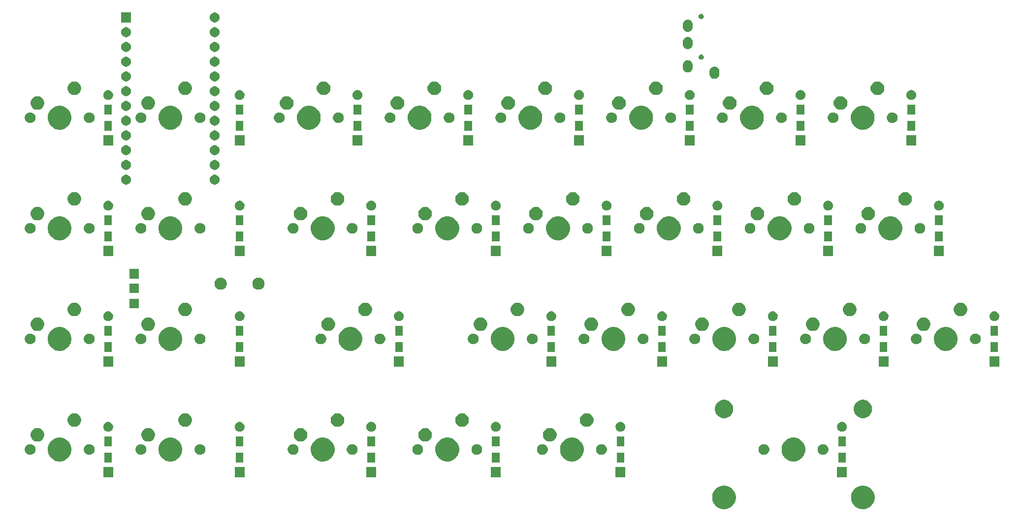
<source format=gbr>
G04 #@! TF.GenerationSoftware,KiCad,Pcbnew,(5.1.4)-1*
G04 #@! TF.CreationDate,2020-12-24T16:56:26-08:00*
G04 #@! TF.ProjectId,fracture-pcb-final,66726163-7475-4726-952d-7063622d6669,rev?*
G04 #@! TF.SameCoordinates,Original*
G04 #@! TF.FileFunction,Soldermask,Top*
G04 #@! TF.FilePolarity,Negative*
%FSLAX46Y46*%
G04 Gerber Fmt 4.6, Leading zero omitted, Abs format (unit mm)*
G04 Created by KiCad (PCBNEW (5.1.4)-1) date 2020-12-24 16:56:26*
%MOMM*%
%LPD*%
G04 APERTURE LIST*
%ADD10C,0.100000*%
G04 APERTURE END LIST*
D10*
G36*
X97465724Y-130113684D02*
G01*
X97683724Y-130203983D01*
X97837873Y-130267833D01*
X98172798Y-130491623D01*
X98457627Y-130776452D01*
X98681417Y-131111377D01*
X98681417Y-131111378D01*
X98835566Y-131483526D01*
X98914150Y-131878594D01*
X98914150Y-132281406D01*
X98835566Y-132676474D01*
X98745267Y-132894474D01*
X98681417Y-133048623D01*
X98457627Y-133383548D01*
X98172798Y-133668377D01*
X97837873Y-133892167D01*
X97683724Y-133956017D01*
X97465724Y-134046316D01*
X97070656Y-134124900D01*
X96667844Y-134124900D01*
X96272776Y-134046316D01*
X96054776Y-133956017D01*
X95900627Y-133892167D01*
X95565702Y-133668377D01*
X95280873Y-133383548D01*
X95057083Y-133048623D01*
X94993233Y-132894474D01*
X94902934Y-132676474D01*
X94824350Y-132281406D01*
X94824350Y-131878594D01*
X94902934Y-131483526D01*
X95057083Y-131111378D01*
X95057083Y-131111377D01*
X95280873Y-130776452D01*
X95565702Y-130491623D01*
X95900627Y-130267833D01*
X96054776Y-130203983D01*
X96272776Y-130113684D01*
X96667844Y-130035100D01*
X97070656Y-130035100D01*
X97465724Y-130113684D01*
X97465724Y-130113684D01*
G37*
G36*
X73589724Y-130113684D02*
G01*
X73807724Y-130203983D01*
X73961873Y-130267833D01*
X74296798Y-130491623D01*
X74581627Y-130776452D01*
X74805417Y-131111377D01*
X74805417Y-131111378D01*
X74959566Y-131483526D01*
X75038150Y-131878594D01*
X75038150Y-132281406D01*
X74959566Y-132676474D01*
X74869267Y-132894474D01*
X74805417Y-133048623D01*
X74581627Y-133383548D01*
X74296798Y-133668377D01*
X73961873Y-133892167D01*
X73807724Y-133956017D01*
X73589724Y-134046316D01*
X73194656Y-134124900D01*
X72791844Y-134124900D01*
X72396776Y-134046316D01*
X72178776Y-133956017D01*
X72024627Y-133892167D01*
X71689702Y-133668377D01*
X71404873Y-133383548D01*
X71181083Y-133048623D01*
X71117233Y-132894474D01*
X71026934Y-132676474D01*
X70948350Y-132281406D01*
X70948350Y-131878594D01*
X71026934Y-131483526D01*
X71181083Y-131111378D01*
X71181083Y-131111377D01*
X71404873Y-130776452D01*
X71689702Y-130491623D01*
X72024627Y-130267833D01*
X72178776Y-130203983D01*
X72396776Y-130113684D01*
X72791844Y-130035100D01*
X73194656Y-130035100D01*
X73589724Y-130113684D01*
X73589724Y-130113684D01*
G37*
G36*
X-32073750Y-128576000D02*
G01*
X-33775750Y-128576000D01*
X-33775750Y-126874000D01*
X-32073750Y-126874000D01*
X-32073750Y-128576000D01*
X-32073750Y-128576000D01*
G37*
G36*
X-9467750Y-128576000D02*
G01*
X-11169750Y-128576000D01*
X-11169750Y-126874000D01*
X-9467750Y-126874000D01*
X-9467750Y-128576000D01*
X-9467750Y-128576000D01*
G37*
G36*
X13170000Y-128576000D02*
G01*
X11468000Y-128576000D01*
X11468000Y-126874000D01*
X13170000Y-126874000D01*
X13170000Y-128576000D01*
X13170000Y-128576000D01*
G37*
G36*
X94132500Y-128576000D02*
G01*
X92430500Y-128576000D01*
X92430500Y-126874000D01*
X94132500Y-126874000D01*
X94132500Y-128576000D01*
X94132500Y-128576000D01*
G37*
G36*
X34601250Y-128576000D02*
G01*
X32899250Y-128576000D01*
X32899250Y-126874000D01*
X34601250Y-126874000D01*
X34601250Y-128576000D01*
X34601250Y-128576000D01*
G37*
G36*
X56032500Y-128576000D02*
G01*
X54330500Y-128576000D01*
X54330500Y-126874000D01*
X56032500Y-126874000D01*
X56032500Y-128576000D01*
X56032500Y-128576000D01*
G37*
G36*
X12970000Y-126076000D02*
G01*
X11668000Y-126076000D01*
X11668000Y-124374000D01*
X12970000Y-124374000D01*
X12970000Y-126076000D01*
X12970000Y-126076000D01*
G37*
G36*
X-32273750Y-126076000D02*
G01*
X-33575750Y-126076000D01*
X-33575750Y-124374000D01*
X-32273750Y-124374000D01*
X-32273750Y-126076000D01*
X-32273750Y-126076000D01*
G37*
G36*
X-9667750Y-126076000D02*
G01*
X-10969750Y-126076000D01*
X-10969750Y-124374000D01*
X-9667750Y-124374000D01*
X-9667750Y-126076000D01*
X-9667750Y-126076000D01*
G37*
G36*
X93932500Y-126076000D02*
G01*
X92630500Y-126076000D01*
X92630500Y-124374000D01*
X93932500Y-124374000D01*
X93932500Y-126076000D01*
X93932500Y-126076000D01*
G37*
G36*
X34401250Y-126076000D02*
G01*
X33099250Y-126076000D01*
X33099250Y-124374000D01*
X34401250Y-124374000D01*
X34401250Y-126076000D01*
X34401250Y-126076000D01*
G37*
G36*
X55832500Y-126076000D02*
G01*
X54530500Y-126076000D01*
X54530500Y-124374000D01*
X55832500Y-124374000D01*
X55832500Y-126076000D01*
X55832500Y-126076000D01*
G37*
G36*
X85527724Y-121858684D02*
G01*
X85745724Y-121948983D01*
X85899873Y-122012833D01*
X86234798Y-122236623D01*
X86519627Y-122521452D01*
X86743417Y-122856377D01*
X86775812Y-122934586D01*
X86897566Y-123228526D01*
X86976150Y-123623594D01*
X86976150Y-124026406D01*
X86897566Y-124421474D01*
X86846701Y-124544272D01*
X86743417Y-124793623D01*
X86519627Y-125128548D01*
X86234798Y-125413377D01*
X85899873Y-125637167D01*
X85745724Y-125701017D01*
X85527724Y-125791316D01*
X85132656Y-125869900D01*
X84729844Y-125869900D01*
X84334776Y-125791316D01*
X84116776Y-125701017D01*
X83962627Y-125637167D01*
X83627702Y-125413377D01*
X83342873Y-125128548D01*
X83119083Y-124793623D01*
X83015799Y-124544272D01*
X82964934Y-124421474D01*
X82886350Y-124026406D01*
X82886350Y-123623594D01*
X82964934Y-123228526D01*
X83086688Y-122934586D01*
X83119083Y-122856377D01*
X83342873Y-122521452D01*
X83627702Y-122236623D01*
X83962627Y-122012833D01*
X84116776Y-121948983D01*
X84334776Y-121858684D01*
X84729844Y-121780100D01*
X85132656Y-121780100D01*
X85527724Y-121858684D01*
X85527724Y-121858684D01*
G37*
G36*
X4565224Y-121858684D02*
G01*
X4783224Y-121948983D01*
X4937373Y-122012833D01*
X5272298Y-122236623D01*
X5557127Y-122521452D01*
X5780917Y-122856377D01*
X5813312Y-122934586D01*
X5935066Y-123228526D01*
X6013650Y-123623594D01*
X6013650Y-124026406D01*
X5935066Y-124421474D01*
X5884201Y-124544272D01*
X5780917Y-124793623D01*
X5557127Y-125128548D01*
X5272298Y-125413377D01*
X4937373Y-125637167D01*
X4783224Y-125701017D01*
X4565224Y-125791316D01*
X4170156Y-125869900D01*
X3767344Y-125869900D01*
X3372276Y-125791316D01*
X3154276Y-125701017D01*
X3000127Y-125637167D01*
X2665202Y-125413377D01*
X2380373Y-125128548D01*
X2156583Y-124793623D01*
X2053299Y-124544272D01*
X2002434Y-124421474D01*
X1923850Y-124026406D01*
X1923850Y-123623594D01*
X2002434Y-123228526D01*
X2124188Y-122934586D01*
X2156583Y-122856377D01*
X2380373Y-122521452D01*
X2665202Y-122236623D01*
X3000127Y-122012833D01*
X3154276Y-121948983D01*
X3372276Y-121858684D01*
X3767344Y-121780100D01*
X4170156Y-121780100D01*
X4565224Y-121858684D01*
X4565224Y-121858684D01*
G37*
G36*
X25996474Y-121858684D02*
G01*
X26214474Y-121948983D01*
X26368623Y-122012833D01*
X26703548Y-122236623D01*
X26988377Y-122521452D01*
X27212167Y-122856377D01*
X27244562Y-122934586D01*
X27366316Y-123228526D01*
X27444900Y-123623594D01*
X27444900Y-124026406D01*
X27366316Y-124421474D01*
X27315451Y-124544272D01*
X27212167Y-124793623D01*
X26988377Y-125128548D01*
X26703548Y-125413377D01*
X26368623Y-125637167D01*
X26214474Y-125701017D01*
X25996474Y-125791316D01*
X25601406Y-125869900D01*
X25198594Y-125869900D01*
X24803526Y-125791316D01*
X24585526Y-125701017D01*
X24431377Y-125637167D01*
X24096452Y-125413377D01*
X23811623Y-125128548D01*
X23587833Y-124793623D01*
X23484549Y-124544272D01*
X23433684Y-124421474D01*
X23355100Y-124026406D01*
X23355100Y-123623594D01*
X23433684Y-123228526D01*
X23555438Y-122934586D01*
X23587833Y-122856377D01*
X23811623Y-122521452D01*
X24096452Y-122236623D01*
X24431377Y-122012833D01*
X24585526Y-121948983D01*
X24803526Y-121858684D01*
X25198594Y-121780100D01*
X25601406Y-121780100D01*
X25996474Y-121858684D01*
X25996474Y-121858684D01*
G37*
G36*
X-21628526Y-121858684D02*
G01*
X-21410526Y-121948983D01*
X-21256377Y-122012833D01*
X-20921452Y-122236623D01*
X-20636623Y-122521452D01*
X-20412833Y-122856377D01*
X-20380438Y-122934586D01*
X-20258684Y-123228526D01*
X-20180100Y-123623594D01*
X-20180100Y-124026406D01*
X-20258684Y-124421474D01*
X-20309549Y-124544272D01*
X-20412833Y-124793623D01*
X-20636623Y-125128548D01*
X-20921452Y-125413377D01*
X-21256377Y-125637167D01*
X-21410526Y-125701017D01*
X-21628526Y-125791316D01*
X-22023594Y-125869900D01*
X-22426406Y-125869900D01*
X-22821474Y-125791316D01*
X-23039474Y-125701017D01*
X-23193623Y-125637167D01*
X-23528548Y-125413377D01*
X-23813377Y-125128548D01*
X-24037167Y-124793623D01*
X-24140451Y-124544272D01*
X-24191316Y-124421474D01*
X-24269900Y-124026406D01*
X-24269900Y-123623594D01*
X-24191316Y-123228526D01*
X-24069562Y-122934586D01*
X-24037167Y-122856377D01*
X-23813377Y-122521452D01*
X-23528548Y-122236623D01*
X-23193623Y-122012833D01*
X-23039474Y-121948983D01*
X-22821474Y-121858684D01*
X-22426406Y-121780100D01*
X-22023594Y-121780100D01*
X-21628526Y-121858684D01*
X-21628526Y-121858684D01*
G37*
G36*
X-40678526Y-121858684D02*
G01*
X-40460526Y-121948983D01*
X-40306377Y-122012833D01*
X-39971452Y-122236623D01*
X-39686623Y-122521452D01*
X-39462833Y-122856377D01*
X-39430438Y-122934586D01*
X-39308684Y-123228526D01*
X-39230100Y-123623594D01*
X-39230100Y-124026406D01*
X-39308684Y-124421474D01*
X-39359549Y-124544272D01*
X-39462833Y-124793623D01*
X-39686623Y-125128548D01*
X-39971452Y-125413377D01*
X-40306377Y-125637167D01*
X-40460526Y-125701017D01*
X-40678526Y-125791316D01*
X-41073594Y-125869900D01*
X-41476406Y-125869900D01*
X-41871474Y-125791316D01*
X-42089474Y-125701017D01*
X-42243623Y-125637167D01*
X-42578548Y-125413377D01*
X-42863377Y-125128548D01*
X-43087167Y-124793623D01*
X-43190451Y-124544272D01*
X-43241316Y-124421474D01*
X-43319900Y-124026406D01*
X-43319900Y-123623594D01*
X-43241316Y-123228526D01*
X-43119562Y-122934586D01*
X-43087167Y-122856377D01*
X-42863377Y-122521452D01*
X-42578548Y-122236623D01*
X-42243623Y-122012833D01*
X-42089474Y-121948983D01*
X-41871474Y-121858684D01*
X-41476406Y-121780100D01*
X-41073594Y-121780100D01*
X-40678526Y-121858684D01*
X-40678526Y-121858684D01*
G37*
G36*
X47427724Y-121858684D02*
G01*
X47645724Y-121948983D01*
X47799873Y-122012833D01*
X48134798Y-122236623D01*
X48419627Y-122521452D01*
X48643417Y-122856377D01*
X48675812Y-122934586D01*
X48797566Y-123228526D01*
X48876150Y-123623594D01*
X48876150Y-124026406D01*
X48797566Y-124421474D01*
X48746701Y-124544272D01*
X48643417Y-124793623D01*
X48419627Y-125128548D01*
X48134798Y-125413377D01*
X47799873Y-125637167D01*
X47645724Y-125701017D01*
X47427724Y-125791316D01*
X47032656Y-125869900D01*
X46629844Y-125869900D01*
X46234776Y-125791316D01*
X46016776Y-125701017D01*
X45862627Y-125637167D01*
X45527702Y-125413377D01*
X45242873Y-125128548D01*
X45019083Y-124793623D01*
X44915799Y-124544272D01*
X44864934Y-124421474D01*
X44786350Y-124026406D01*
X44786350Y-123623594D01*
X44864934Y-123228526D01*
X44986688Y-122934586D01*
X45019083Y-122856377D01*
X45242873Y-122521452D01*
X45527702Y-122236623D01*
X45862627Y-122012833D01*
X46016776Y-121948983D01*
X46234776Y-121858684D01*
X46629844Y-121780100D01*
X47032656Y-121780100D01*
X47427724Y-121858684D01*
X47427724Y-121858684D01*
G37*
G36*
X42021354Y-122934585D02*
G01*
X42189876Y-123004389D01*
X42341541Y-123105728D01*
X42470522Y-123234709D01*
X42571861Y-123386374D01*
X42641665Y-123554896D01*
X42677250Y-123733797D01*
X42677250Y-123916203D01*
X42641665Y-124095104D01*
X42571861Y-124263626D01*
X42470522Y-124415291D01*
X42341541Y-124544272D01*
X42189876Y-124645611D01*
X42021354Y-124715415D01*
X41842453Y-124751000D01*
X41660047Y-124751000D01*
X41481146Y-124715415D01*
X41312624Y-124645611D01*
X41160959Y-124544272D01*
X41031978Y-124415291D01*
X40930639Y-124263626D01*
X40860835Y-124095104D01*
X40825250Y-123916203D01*
X40825250Y-123733797D01*
X40860835Y-123554896D01*
X40930639Y-123386374D01*
X41031978Y-123234709D01*
X41160959Y-123105728D01*
X41312624Y-123004389D01*
X41481146Y-122934585D01*
X41660047Y-122899000D01*
X41842453Y-122899000D01*
X42021354Y-122934585D01*
X42021354Y-122934585D01*
G37*
G36*
X-16874896Y-122934585D02*
G01*
X-16706374Y-123004389D01*
X-16554709Y-123105728D01*
X-16425728Y-123234709D01*
X-16324389Y-123386374D01*
X-16254585Y-123554896D01*
X-16219000Y-123733797D01*
X-16219000Y-123916203D01*
X-16254585Y-124095104D01*
X-16324389Y-124263626D01*
X-16425728Y-124415291D01*
X-16554709Y-124544272D01*
X-16706374Y-124645611D01*
X-16874896Y-124715415D01*
X-17053797Y-124751000D01*
X-17236203Y-124751000D01*
X-17415104Y-124715415D01*
X-17583626Y-124645611D01*
X-17735291Y-124544272D01*
X-17864272Y-124415291D01*
X-17965611Y-124263626D01*
X-18035415Y-124095104D01*
X-18071000Y-123916203D01*
X-18071000Y-123733797D01*
X-18035415Y-123554896D01*
X-17965611Y-123386374D01*
X-17864272Y-123234709D01*
X-17735291Y-123105728D01*
X-17583626Y-123004389D01*
X-17415104Y-122934585D01*
X-17236203Y-122899000D01*
X-17053797Y-122899000D01*
X-16874896Y-122934585D01*
X-16874896Y-122934585D01*
G37*
G36*
X-27034896Y-122934585D02*
G01*
X-26866374Y-123004389D01*
X-26714709Y-123105728D01*
X-26585728Y-123234709D01*
X-26484389Y-123386374D01*
X-26414585Y-123554896D01*
X-26379000Y-123733797D01*
X-26379000Y-123916203D01*
X-26414585Y-124095104D01*
X-26484389Y-124263626D01*
X-26585728Y-124415291D01*
X-26714709Y-124544272D01*
X-26866374Y-124645611D01*
X-27034896Y-124715415D01*
X-27213797Y-124751000D01*
X-27396203Y-124751000D01*
X-27575104Y-124715415D01*
X-27743626Y-124645611D01*
X-27895291Y-124544272D01*
X-28024272Y-124415291D01*
X-28125611Y-124263626D01*
X-28195415Y-124095104D01*
X-28231000Y-123916203D01*
X-28231000Y-123733797D01*
X-28195415Y-123554896D01*
X-28125611Y-123386374D01*
X-28024272Y-123234709D01*
X-27895291Y-123105728D01*
X-27743626Y-123004389D01*
X-27575104Y-122934585D01*
X-27396203Y-122899000D01*
X-27213797Y-122899000D01*
X-27034896Y-122934585D01*
X-27034896Y-122934585D01*
G37*
G36*
X-46084896Y-122934585D02*
G01*
X-45916374Y-123004389D01*
X-45764709Y-123105728D01*
X-45635728Y-123234709D01*
X-45534389Y-123386374D01*
X-45464585Y-123554896D01*
X-45429000Y-123733797D01*
X-45429000Y-123916203D01*
X-45464585Y-124095104D01*
X-45534389Y-124263626D01*
X-45635728Y-124415291D01*
X-45764709Y-124544272D01*
X-45916374Y-124645611D01*
X-46084896Y-124715415D01*
X-46263797Y-124751000D01*
X-46446203Y-124751000D01*
X-46625104Y-124715415D01*
X-46793626Y-124645611D01*
X-46945291Y-124544272D01*
X-47074272Y-124415291D01*
X-47175611Y-124263626D01*
X-47245415Y-124095104D01*
X-47281000Y-123916203D01*
X-47281000Y-123733797D01*
X-47245415Y-123554896D01*
X-47175611Y-123386374D01*
X-47074272Y-123234709D01*
X-46945291Y-123105728D01*
X-46793626Y-123004389D01*
X-46625104Y-122934585D01*
X-46446203Y-122899000D01*
X-46263797Y-122899000D01*
X-46084896Y-122934585D01*
X-46084896Y-122934585D01*
G37*
G36*
X-35924896Y-122934585D02*
G01*
X-35756374Y-123004389D01*
X-35604709Y-123105728D01*
X-35475728Y-123234709D01*
X-35374389Y-123386374D01*
X-35304585Y-123554896D01*
X-35269000Y-123733797D01*
X-35269000Y-123916203D01*
X-35304585Y-124095104D01*
X-35374389Y-124263626D01*
X-35475728Y-124415291D01*
X-35604709Y-124544272D01*
X-35756374Y-124645611D01*
X-35924896Y-124715415D01*
X-36103797Y-124751000D01*
X-36286203Y-124751000D01*
X-36465104Y-124715415D01*
X-36633626Y-124645611D01*
X-36785291Y-124544272D01*
X-36914272Y-124415291D01*
X-37015611Y-124263626D01*
X-37085415Y-124095104D01*
X-37121000Y-123916203D01*
X-37121000Y-123733797D01*
X-37085415Y-123554896D01*
X-37015611Y-123386374D01*
X-36914272Y-123234709D01*
X-36785291Y-123105728D01*
X-36633626Y-123004389D01*
X-36465104Y-122934585D01*
X-36286203Y-122899000D01*
X-36103797Y-122899000D01*
X-35924896Y-122934585D01*
X-35924896Y-122934585D01*
G37*
G36*
X9318854Y-122934585D02*
G01*
X9487376Y-123004389D01*
X9639041Y-123105728D01*
X9768022Y-123234709D01*
X9869361Y-123386374D01*
X9939165Y-123554896D01*
X9974750Y-123733797D01*
X9974750Y-123916203D01*
X9939165Y-124095104D01*
X9869361Y-124263626D01*
X9768022Y-124415291D01*
X9639041Y-124544272D01*
X9487376Y-124645611D01*
X9318854Y-124715415D01*
X9139953Y-124751000D01*
X8957547Y-124751000D01*
X8778646Y-124715415D01*
X8610124Y-124645611D01*
X8458459Y-124544272D01*
X8329478Y-124415291D01*
X8228139Y-124263626D01*
X8158335Y-124095104D01*
X8122750Y-123916203D01*
X8122750Y-123733797D01*
X8158335Y-123554896D01*
X8228139Y-123386374D01*
X8329478Y-123234709D01*
X8458459Y-123105728D01*
X8610124Y-123004389D01*
X8778646Y-122934585D01*
X8957547Y-122899000D01*
X9139953Y-122899000D01*
X9318854Y-122934585D01*
X9318854Y-122934585D01*
G37*
G36*
X90281354Y-122934585D02*
G01*
X90449876Y-123004389D01*
X90601541Y-123105728D01*
X90730522Y-123234709D01*
X90831861Y-123386374D01*
X90901665Y-123554896D01*
X90937250Y-123733797D01*
X90937250Y-123916203D01*
X90901665Y-124095104D01*
X90831861Y-124263626D01*
X90730522Y-124415291D01*
X90601541Y-124544272D01*
X90449876Y-124645611D01*
X90281354Y-124715415D01*
X90102453Y-124751000D01*
X89920047Y-124751000D01*
X89741146Y-124715415D01*
X89572624Y-124645611D01*
X89420959Y-124544272D01*
X89291978Y-124415291D01*
X89190639Y-124263626D01*
X89120835Y-124095104D01*
X89085250Y-123916203D01*
X89085250Y-123733797D01*
X89120835Y-123554896D01*
X89190639Y-123386374D01*
X89291978Y-123234709D01*
X89420959Y-123105728D01*
X89572624Y-123004389D01*
X89741146Y-122934585D01*
X89920047Y-122899000D01*
X90102453Y-122899000D01*
X90281354Y-122934585D01*
X90281354Y-122934585D01*
G37*
G36*
X80121354Y-122934585D02*
G01*
X80289876Y-123004389D01*
X80441541Y-123105728D01*
X80570522Y-123234709D01*
X80671861Y-123386374D01*
X80741665Y-123554896D01*
X80777250Y-123733797D01*
X80777250Y-123916203D01*
X80741665Y-124095104D01*
X80671861Y-124263626D01*
X80570522Y-124415291D01*
X80441541Y-124544272D01*
X80289876Y-124645611D01*
X80121354Y-124715415D01*
X79942453Y-124751000D01*
X79760047Y-124751000D01*
X79581146Y-124715415D01*
X79412624Y-124645611D01*
X79260959Y-124544272D01*
X79131978Y-124415291D01*
X79030639Y-124263626D01*
X78960835Y-124095104D01*
X78925250Y-123916203D01*
X78925250Y-123733797D01*
X78960835Y-123554896D01*
X79030639Y-123386374D01*
X79131978Y-123234709D01*
X79260959Y-123105728D01*
X79412624Y-123004389D01*
X79581146Y-122934585D01*
X79760047Y-122899000D01*
X79942453Y-122899000D01*
X80121354Y-122934585D01*
X80121354Y-122934585D01*
G37*
G36*
X52181354Y-122934585D02*
G01*
X52349876Y-123004389D01*
X52501541Y-123105728D01*
X52630522Y-123234709D01*
X52731861Y-123386374D01*
X52801665Y-123554896D01*
X52837250Y-123733797D01*
X52837250Y-123916203D01*
X52801665Y-124095104D01*
X52731861Y-124263626D01*
X52630522Y-124415291D01*
X52501541Y-124544272D01*
X52349876Y-124645611D01*
X52181354Y-124715415D01*
X52002453Y-124751000D01*
X51820047Y-124751000D01*
X51641146Y-124715415D01*
X51472624Y-124645611D01*
X51320959Y-124544272D01*
X51191978Y-124415291D01*
X51090639Y-124263626D01*
X51020835Y-124095104D01*
X50985250Y-123916203D01*
X50985250Y-123733797D01*
X51020835Y-123554896D01*
X51090639Y-123386374D01*
X51191978Y-123234709D01*
X51320959Y-123105728D01*
X51472624Y-123004389D01*
X51641146Y-122934585D01*
X51820047Y-122899000D01*
X52002453Y-122899000D01*
X52181354Y-122934585D01*
X52181354Y-122934585D01*
G37*
G36*
X-841146Y-122934585D02*
G01*
X-672624Y-123004389D01*
X-520959Y-123105728D01*
X-391978Y-123234709D01*
X-290639Y-123386374D01*
X-220835Y-123554896D01*
X-185250Y-123733797D01*
X-185250Y-123916203D01*
X-220835Y-124095104D01*
X-290639Y-124263626D01*
X-391978Y-124415291D01*
X-520959Y-124544272D01*
X-672624Y-124645611D01*
X-841146Y-124715415D01*
X-1020047Y-124751000D01*
X-1202453Y-124751000D01*
X-1381354Y-124715415D01*
X-1549876Y-124645611D01*
X-1701541Y-124544272D01*
X-1830522Y-124415291D01*
X-1931861Y-124263626D01*
X-2001665Y-124095104D01*
X-2037250Y-123916203D01*
X-2037250Y-123733797D01*
X-2001665Y-123554896D01*
X-1931861Y-123386374D01*
X-1830522Y-123234709D01*
X-1701541Y-123105728D01*
X-1549876Y-123004389D01*
X-1381354Y-122934585D01*
X-1202453Y-122899000D01*
X-1020047Y-122899000D01*
X-841146Y-122934585D01*
X-841146Y-122934585D01*
G37*
G36*
X30750104Y-122934585D02*
G01*
X30918626Y-123004389D01*
X31070291Y-123105728D01*
X31199272Y-123234709D01*
X31300611Y-123386374D01*
X31370415Y-123554896D01*
X31406000Y-123733797D01*
X31406000Y-123916203D01*
X31370415Y-124095104D01*
X31300611Y-124263626D01*
X31199272Y-124415291D01*
X31070291Y-124544272D01*
X30918626Y-124645611D01*
X30750104Y-124715415D01*
X30571203Y-124751000D01*
X30388797Y-124751000D01*
X30209896Y-124715415D01*
X30041374Y-124645611D01*
X29889709Y-124544272D01*
X29760728Y-124415291D01*
X29659389Y-124263626D01*
X29589585Y-124095104D01*
X29554000Y-123916203D01*
X29554000Y-123733797D01*
X29589585Y-123554896D01*
X29659389Y-123386374D01*
X29760728Y-123234709D01*
X29889709Y-123105728D01*
X30041374Y-123004389D01*
X30209896Y-122934585D01*
X30388797Y-122899000D01*
X30571203Y-122899000D01*
X30750104Y-122934585D01*
X30750104Y-122934585D01*
G37*
G36*
X20590104Y-122934585D02*
G01*
X20758626Y-123004389D01*
X20910291Y-123105728D01*
X21039272Y-123234709D01*
X21140611Y-123386374D01*
X21210415Y-123554896D01*
X21246000Y-123733797D01*
X21246000Y-123916203D01*
X21210415Y-124095104D01*
X21140611Y-124263626D01*
X21039272Y-124415291D01*
X20910291Y-124544272D01*
X20758626Y-124645611D01*
X20590104Y-124715415D01*
X20411203Y-124751000D01*
X20228797Y-124751000D01*
X20049896Y-124715415D01*
X19881374Y-124645611D01*
X19729709Y-124544272D01*
X19600728Y-124415291D01*
X19499389Y-124263626D01*
X19429585Y-124095104D01*
X19394000Y-123916203D01*
X19394000Y-123733797D01*
X19429585Y-123554896D01*
X19499389Y-123386374D01*
X19600728Y-123234709D01*
X19729709Y-123105728D01*
X19881374Y-123004389D01*
X20049896Y-122934585D01*
X20228797Y-122899000D01*
X20411203Y-122899000D01*
X20590104Y-122934585D01*
X20590104Y-122934585D01*
G37*
G36*
X-32273750Y-123276000D02*
G01*
X-33575750Y-123276000D01*
X-33575750Y-121574000D01*
X-32273750Y-121574000D01*
X-32273750Y-123276000D01*
X-32273750Y-123276000D01*
G37*
G36*
X-9667750Y-123276000D02*
G01*
X-10969750Y-123276000D01*
X-10969750Y-121574000D01*
X-9667750Y-121574000D01*
X-9667750Y-123276000D01*
X-9667750Y-123276000D01*
G37*
G36*
X93932500Y-123276000D02*
G01*
X92630500Y-123276000D01*
X92630500Y-121574000D01*
X93932500Y-121574000D01*
X93932500Y-123276000D01*
X93932500Y-123276000D01*
G37*
G36*
X55832500Y-123276000D02*
G01*
X54530500Y-123276000D01*
X54530500Y-121574000D01*
X55832500Y-121574000D01*
X55832500Y-123276000D01*
X55832500Y-123276000D01*
G37*
G36*
X34401250Y-123276000D02*
G01*
X33099250Y-123276000D01*
X33099250Y-121574000D01*
X34401250Y-121574000D01*
X34401250Y-123276000D01*
X34401250Y-123276000D01*
G37*
G36*
X12970000Y-123276000D02*
G01*
X11668000Y-123276000D01*
X11668000Y-121574000D01*
X12970000Y-121574000D01*
X12970000Y-123276000D01*
X12970000Y-123276000D01*
G37*
G36*
X-44893440Y-120124064D02*
G01*
X-44741973Y-120154193D01*
X-44527955Y-120242842D01*
X-44527954Y-120242843D01*
X-44335346Y-120371539D01*
X-44171539Y-120535346D01*
X-44085742Y-120663751D01*
X-44042842Y-120727955D01*
X-43954193Y-120941973D01*
X-43909000Y-121169174D01*
X-43909000Y-121400826D01*
X-43954193Y-121628027D01*
X-44042842Y-121842045D01*
X-44042843Y-121842046D01*
X-44171539Y-122034654D01*
X-44335346Y-122198461D01*
X-44392460Y-122236623D01*
X-44527955Y-122327158D01*
X-44741973Y-122415807D01*
X-44893440Y-122445936D01*
X-44969173Y-122461000D01*
X-45200827Y-122461000D01*
X-45276560Y-122445936D01*
X-45428027Y-122415807D01*
X-45642045Y-122327158D01*
X-45777540Y-122236623D01*
X-45834654Y-122198461D01*
X-45998461Y-122034654D01*
X-46127157Y-121842046D01*
X-46127158Y-121842045D01*
X-46215807Y-121628027D01*
X-46261000Y-121400826D01*
X-46261000Y-121169174D01*
X-46215807Y-120941973D01*
X-46127158Y-120727955D01*
X-46084258Y-120663751D01*
X-45998461Y-120535346D01*
X-45834654Y-120371539D01*
X-45642046Y-120242843D01*
X-45642045Y-120242842D01*
X-45428027Y-120154193D01*
X-45276560Y-120124064D01*
X-45200827Y-120109000D01*
X-44969173Y-120109000D01*
X-44893440Y-120124064D01*
X-44893440Y-120124064D01*
G37*
G36*
X-25843440Y-120124064D02*
G01*
X-25691973Y-120154193D01*
X-25477955Y-120242842D01*
X-25477954Y-120242843D01*
X-25285346Y-120371539D01*
X-25121539Y-120535346D01*
X-25035742Y-120663751D01*
X-24992842Y-120727955D01*
X-24904193Y-120941973D01*
X-24859000Y-121169174D01*
X-24859000Y-121400826D01*
X-24904193Y-121628027D01*
X-24992842Y-121842045D01*
X-24992843Y-121842046D01*
X-25121539Y-122034654D01*
X-25285346Y-122198461D01*
X-25342460Y-122236623D01*
X-25477955Y-122327158D01*
X-25691973Y-122415807D01*
X-25843440Y-122445936D01*
X-25919173Y-122461000D01*
X-26150827Y-122461000D01*
X-26226560Y-122445936D01*
X-26378027Y-122415807D01*
X-26592045Y-122327158D01*
X-26727540Y-122236623D01*
X-26784654Y-122198461D01*
X-26948461Y-122034654D01*
X-27077157Y-121842046D01*
X-27077158Y-121842045D01*
X-27165807Y-121628027D01*
X-27211000Y-121400826D01*
X-27211000Y-121169174D01*
X-27165807Y-120941973D01*
X-27077158Y-120727955D01*
X-27034258Y-120663751D01*
X-26948461Y-120535346D01*
X-26784654Y-120371539D01*
X-26592046Y-120242843D01*
X-26592045Y-120242842D01*
X-26378027Y-120154193D01*
X-26226560Y-120124064D01*
X-26150827Y-120109000D01*
X-25919173Y-120109000D01*
X-25843440Y-120124064D01*
X-25843440Y-120124064D01*
G37*
G36*
X21781560Y-120124064D02*
G01*
X21933027Y-120154193D01*
X22147045Y-120242842D01*
X22147046Y-120242843D01*
X22339654Y-120371539D01*
X22503461Y-120535346D01*
X22589258Y-120663751D01*
X22632158Y-120727955D01*
X22720807Y-120941973D01*
X22766000Y-121169174D01*
X22766000Y-121400826D01*
X22720807Y-121628027D01*
X22632158Y-121842045D01*
X22632157Y-121842046D01*
X22503461Y-122034654D01*
X22339654Y-122198461D01*
X22282540Y-122236623D01*
X22147045Y-122327158D01*
X21933027Y-122415807D01*
X21781560Y-122445936D01*
X21705827Y-122461000D01*
X21474173Y-122461000D01*
X21398440Y-122445936D01*
X21246973Y-122415807D01*
X21032955Y-122327158D01*
X20897460Y-122236623D01*
X20840346Y-122198461D01*
X20676539Y-122034654D01*
X20547843Y-121842046D01*
X20547842Y-121842045D01*
X20459193Y-121628027D01*
X20414000Y-121400826D01*
X20414000Y-121169174D01*
X20459193Y-120941973D01*
X20547842Y-120727955D01*
X20590742Y-120663751D01*
X20676539Y-120535346D01*
X20840346Y-120371539D01*
X21032954Y-120242843D01*
X21032955Y-120242842D01*
X21246973Y-120154193D01*
X21398440Y-120124064D01*
X21474173Y-120109000D01*
X21705827Y-120109000D01*
X21781560Y-120124064D01*
X21781560Y-120124064D01*
G37*
G36*
X350310Y-120124064D02*
G01*
X501777Y-120154193D01*
X715795Y-120242842D01*
X715796Y-120242843D01*
X908404Y-120371539D01*
X1072211Y-120535346D01*
X1158008Y-120663751D01*
X1200908Y-120727955D01*
X1289557Y-120941973D01*
X1334750Y-121169174D01*
X1334750Y-121400826D01*
X1289557Y-121628027D01*
X1200908Y-121842045D01*
X1200907Y-121842046D01*
X1072211Y-122034654D01*
X908404Y-122198461D01*
X851290Y-122236623D01*
X715795Y-122327158D01*
X501777Y-122415807D01*
X350310Y-122445936D01*
X274577Y-122461000D01*
X42923Y-122461000D01*
X-32810Y-122445936D01*
X-184277Y-122415807D01*
X-398295Y-122327158D01*
X-533790Y-122236623D01*
X-590904Y-122198461D01*
X-754711Y-122034654D01*
X-883407Y-121842046D01*
X-883408Y-121842045D01*
X-972057Y-121628027D01*
X-1017250Y-121400826D01*
X-1017250Y-121169174D01*
X-972057Y-120941973D01*
X-883408Y-120727955D01*
X-840508Y-120663751D01*
X-754711Y-120535346D01*
X-590904Y-120371539D01*
X-398296Y-120242843D01*
X-398295Y-120242842D01*
X-184277Y-120154193D01*
X-32810Y-120124064D01*
X42923Y-120109000D01*
X274577Y-120109000D01*
X350310Y-120124064D01*
X350310Y-120124064D01*
G37*
G36*
X43212810Y-120124064D02*
G01*
X43364277Y-120154193D01*
X43578295Y-120242842D01*
X43578296Y-120242843D01*
X43770904Y-120371539D01*
X43934711Y-120535346D01*
X44020508Y-120663751D01*
X44063408Y-120727955D01*
X44152057Y-120941973D01*
X44197250Y-121169174D01*
X44197250Y-121400826D01*
X44152057Y-121628027D01*
X44063408Y-121842045D01*
X44063407Y-121842046D01*
X43934711Y-122034654D01*
X43770904Y-122198461D01*
X43713790Y-122236623D01*
X43578295Y-122327158D01*
X43364277Y-122415807D01*
X43212810Y-122445936D01*
X43137077Y-122461000D01*
X42905423Y-122461000D01*
X42829690Y-122445936D01*
X42678223Y-122415807D01*
X42464205Y-122327158D01*
X42328710Y-122236623D01*
X42271596Y-122198461D01*
X42107789Y-122034654D01*
X41979093Y-121842046D01*
X41979092Y-121842045D01*
X41890443Y-121628027D01*
X41845250Y-121400826D01*
X41845250Y-121169174D01*
X41890443Y-120941973D01*
X41979092Y-120727955D01*
X42021992Y-120663751D01*
X42107789Y-120535346D01*
X42271596Y-120371539D01*
X42464204Y-120242843D01*
X42464205Y-120242842D01*
X42678223Y-120154193D01*
X42829690Y-120124064D01*
X42905423Y-120109000D01*
X43137077Y-120109000D01*
X43212810Y-120124064D01*
X43212810Y-120124064D01*
G37*
G36*
X93529728Y-119106703D02*
G01*
X93684600Y-119170853D01*
X93823981Y-119263985D01*
X93942515Y-119382519D01*
X94035647Y-119521900D01*
X94099797Y-119676772D01*
X94132500Y-119841184D01*
X94132500Y-120008816D01*
X94099797Y-120173228D01*
X94035647Y-120328100D01*
X93942515Y-120467481D01*
X93823981Y-120586015D01*
X93684600Y-120679147D01*
X93529728Y-120743297D01*
X93365316Y-120776000D01*
X93197684Y-120776000D01*
X93033272Y-120743297D01*
X92878400Y-120679147D01*
X92739019Y-120586015D01*
X92620485Y-120467481D01*
X92527353Y-120328100D01*
X92463203Y-120173228D01*
X92430500Y-120008816D01*
X92430500Y-119841184D01*
X92463203Y-119676772D01*
X92527353Y-119521900D01*
X92620485Y-119382519D01*
X92739019Y-119263985D01*
X92878400Y-119170853D01*
X93033272Y-119106703D01*
X93197684Y-119074000D01*
X93365316Y-119074000D01*
X93529728Y-119106703D01*
X93529728Y-119106703D01*
G37*
G36*
X55429728Y-119106703D02*
G01*
X55584600Y-119170853D01*
X55723981Y-119263985D01*
X55842515Y-119382519D01*
X55935647Y-119521900D01*
X55999797Y-119676772D01*
X56032500Y-119841184D01*
X56032500Y-120008816D01*
X55999797Y-120173228D01*
X55935647Y-120328100D01*
X55842515Y-120467481D01*
X55723981Y-120586015D01*
X55584600Y-120679147D01*
X55429728Y-120743297D01*
X55265316Y-120776000D01*
X55097684Y-120776000D01*
X54933272Y-120743297D01*
X54778400Y-120679147D01*
X54639019Y-120586015D01*
X54520485Y-120467481D01*
X54427353Y-120328100D01*
X54363203Y-120173228D01*
X54330500Y-120008816D01*
X54330500Y-119841184D01*
X54363203Y-119676772D01*
X54427353Y-119521900D01*
X54520485Y-119382519D01*
X54639019Y-119263985D01*
X54778400Y-119170853D01*
X54933272Y-119106703D01*
X55097684Y-119074000D01*
X55265316Y-119074000D01*
X55429728Y-119106703D01*
X55429728Y-119106703D01*
G37*
G36*
X33998478Y-119106703D02*
G01*
X34153350Y-119170853D01*
X34292731Y-119263985D01*
X34411265Y-119382519D01*
X34504397Y-119521900D01*
X34568547Y-119676772D01*
X34601250Y-119841184D01*
X34601250Y-120008816D01*
X34568547Y-120173228D01*
X34504397Y-120328100D01*
X34411265Y-120467481D01*
X34292731Y-120586015D01*
X34153350Y-120679147D01*
X33998478Y-120743297D01*
X33834066Y-120776000D01*
X33666434Y-120776000D01*
X33502022Y-120743297D01*
X33347150Y-120679147D01*
X33207769Y-120586015D01*
X33089235Y-120467481D01*
X32996103Y-120328100D01*
X32931953Y-120173228D01*
X32899250Y-120008816D01*
X32899250Y-119841184D01*
X32931953Y-119676772D01*
X32996103Y-119521900D01*
X33089235Y-119382519D01*
X33207769Y-119263985D01*
X33347150Y-119170853D01*
X33502022Y-119106703D01*
X33666434Y-119074000D01*
X33834066Y-119074000D01*
X33998478Y-119106703D01*
X33998478Y-119106703D01*
G37*
G36*
X12567228Y-119106703D02*
G01*
X12722100Y-119170853D01*
X12861481Y-119263985D01*
X12980015Y-119382519D01*
X13073147Y-119521900D01*
X13137297Y-119676772D01*
X13170000Y-119841184D01*
X13170000Y-120008816D01*
X13137297Y-120173228D01*
X13073147Y-120328100D01*
X12980015Y-120467481D01*
X12861481Y-120586015D01*
X12722100Y-120679147D01*
X12567228Y-120743297D01*
X12402816Y-120776000D01*
X12235184Y-120776000D01*
X12070772Y-120743297D01*
X11915900Y-120679147D01*
X11776519Y-120586015D01*
X11657985Y-120467481D01*
X11564853Y-120328100D01*
X11500703Y-120173228D01*
X11468000Y-120008816D01*
X11468000Y-119841184D01*
X11500703Y-119676772D01*
X11564853Y-119521900D01*
X11657985Y-119382519D01*
X11776519Y-119263985D01*
X11915900Y-119170853D01*
X12070772Y-119106703D01*
X12235184Y-119074000D01*
X12402816Y-119074000D01*
X12567228Y-119106703D01*
X12567228Y-119106703D01*
G37*
G36*
X-10070522Y-119106703D02*
G01*
X-9915650Y-119170853D01*
X-9776269Y-119263985D01*
X-9657735Y-119382519D01*
X-9564603Y-119521900D01*
X-9500453Y-119676772D01*
X-9467750Y-119841184D01*
X-9467750Y-120008816D01*
X-9500453Y-120173228D01*
X-9564603Y-120328100D01*
X-9657735Y-120467481D01*
X-9776269Y-120586015D01*
X-9915650Y-120679147D01*
X-10070522Y-120743297D01*
X-10234934Y-120776000D01*
X-10402566Y-120776000D01*
X-10566978Y-120743297D01*
X-10721850Y-120679147D01*
X-10861231Y-120586015D01*
X-10979765Y-120467481D01*
X-11072897Y-120328100D01*
X-11137047Y-120173228D01*
X-11169750Y-120008816D01*
X-11169750Y-119841184D01*
X-11137047Y-119676772D01*
X-11072897Y-119521900D01*
X-10979765Y-119382519D01*
X-10861231Y-119263985D01*
X-10721850Y-119170853D01*
X-10566978Y-119106703D01*
X-10402566Y-119074000D01*
X-10234934Y-119074000D01*
X-10070522Y-119106703D01*
X-10070522Y-119106703D01*
G37*
G36*
X-32676522Y-119106703D02*
G01*
X-32521650Y-119170853D01*
X-32382269Y-119263985D01*
X-32263735Y-119382519D01*
X-32170603Y-119521900D01*
X-32106453Y-119676772D01*
X-32073750Y-119841184D01*
X-32073750Y-120008816D01*
X-32106453Y-120173228D01*
X-32170603Y-120328100D01*
X-32263735Y-120467481D01*
X-32382269Y-120586015D01*
X-32521650Y-120679147D01*
X-32676522Y-120743297D01*
X-32840934Y-120776000D01*
X-33008566Y-120776000D01*
X-33172978Y-120743297D01*
X-33327850Y-120679147D01*
X-33467231Y-120586015D01*
X-33585765Y-120467481D01*
X-33678897Y-120328100D01*
X-33743047Y-120173228D01*
X-33775750Y-120008816D01*
X-33775750Y-119841184D01*
X-33743047Y-119676772D01*
X-33678897Y-119521900D01*
X-33585765Y-119382519D01*
X-33467231Y-119263985D01*
X-33327850Y-119170853D01*
X-33172978Y-119106703D01*
X-33008566Y-119074000D01*
X-32840934Y-119074000D01*
X-32676522Y-119106703D01*
X-32676522Y-119106703D01*
G37*
G36*
X6700310Y-117584064D02*
G01*
X6851777Y-117614193D01*
X7065795Y-117702842D01*
X7065796Y-117702843D01*
X7258404Y-117831539D01*
X7422211Y-117995346D01*
X7508008Y-118123751D01*
X7550908Y-118187955D01*
X7639557Y-118401973D01*
X7684750Y-118629174D01*
X7684750Y-118860826D01*
X7639557Y-119088027D01*
X7550908Y-119302045D01*
X7550907Y-119302046D01*
X7422211Y-119494654D01*
X7258404Y-119658461D01*
X7129999Y-119744258D01*
X7065795Y-119787158D01*
X6851777Y-119875807D01*
X6700310Y-119905936D01*
X6624577Y-119921000D01*
X6392923Y-119921000D01*
X6317190Y-119905936D01*
X6165723Y-119875807D01*
X5951705Y-119787158D01*
X5887501Y-119744258D01*
X5759096Y-119658461D01*
X5595289Y-119494654D01*
X5466593Y-119302046D01*
X5466592Y-119302045D01*
X5377943Y-119088027D01*
X5332750Y-118860826D01*
X5332750Y-118629174D01*
X5377943Y-118401973D01*
X5466592Y-118187955D01*
X5509492Y-118123751D01*
X5595289Y-117995346D01*
X5759096Y-117831539D01*
X5951704Y-117702843D01*
X5951705Y-117702842D01*
X6165723Y-117614193D01*
X6317190Y-117584064D01*
X6392923Y-117569000D01*
X6624577Y-117569000D01*
X6700310Y-117584064D01*
X6700310Y-117584064D01*
G37*
G36*
X-38543440Y-117584064D02*
G01*
X-38391973Y-117614193D01*
X-38177955Y-117702842D01*
X-38177954Y-117702843D01*
X-37985346Y-117831539D01*
X-37821539Y-117995346D01*
X-37735742Y-118123751D01*
X-37692842Y-118187955D01*
X-37604193Y-118401973D01*
X-37559000Y-118629174D01*
X-37559000Y-118860826D01*
X-37604193Y-119088027D01*
X-37692842Y-119302045D01*
X-37692843Y-119302046D01*
X-37821539Y-119494654D01*
X-37985346Y-119658461D01*
X-38113751Y-119744258D01*
X-38177955Y-119787158D01*
X-38391973Y-119875807D01*
X-38543440Y-119905936D01*
X-38619173Y-119921000D01*
X-38850827Y-119921000D01*
X-38926560Y-119905936D01*
X-39078027Y-119875807D01*
X-39292045Y-119787158D01*
X-39356249Y-119744258D01*
X-39484654Y-119658461D01*
X-39648461Y-119494654D01*
X-39777157Y-119302046D01*
X-39777158Y-119302045D01*
X-39865807Y-119088027D01*
X-39911000Y-118860826D01*
X-39911000Y-118629174D01*
X-39865807Y-118401973D01*
X-39777158Y-118187955D01*
X-39734258Y-118123751D01*
X-39648461Y-117995346D01*
X-39484654Y-117831539D01*
X-39292046Y-117702843D01*
X-39292045Y-117702842D01*
X-39078027Y-117614193D01*
X-38926560Y-117584064D01*
X-38850827Y-117569000D01*
X-38619173Y-117569000D01*
X-38543440Y-117584064D01*
X-38543440Y-117584064D01*
G37*
G36*
X-19493440Y-117584064D02*
G01*
X-19341973Y-117614193D01*
X-19127955Y-117702842D01*
X-19127954Y-117702843D01*
X-18935346Y-117831539D01*
X-18771539Y-117995346D01*
X-18685742Y-118123751D01*
X-18642842Y-118187955D01*
X-18554193Y-118401973D01*
X-18509000Y-118629174D01*
X-18509000Y-118860826D01*
X-18554193Y-119088027D01*
X-18642842Y-119302045D01*
X-18642843Y-119302046D01*
X-18771539Y-119494654D01*
X-18935346Y-119658461D01*
X-19063751Y-119744258D01*
X-19127955Y-119787158D01*
X-19341973Y-119875807D01*
X-19493440Y-119905936D01*
X-19569173Y-119921000D01*
X-19800827Y-119921000D01*
X-19876560Y-119905936D01*
X-20028027Y-119875807D01*
X-20242045Y-119787158D01*
X-20306249Y-119744258D01*
X-20434654Y-119658461D01*
X-20598461Y-119494654D01*
X-20727157Y-119302046D01*
X-20727158Y-119302045D01*
X-20815807Y-119088027D01*
X-20861000Y-118860826D01*
X-20861000Y-118629174D01*
X-20815807Y-118401973D01*
X-20727158Y-118187955D01*
X-20684258Y-118123751D01*
X-20598461Y-117995346D01*
X-20434654Y-117831539D01*
X-20242046Y-117702843D01*
X-20242045Y-117702842D01*
X-20028027Y-117614193D01*
X-19876560Y-117584064D01*
X-19800827Y-117569000D01*
X-19569173Y-117569000D01*
X-19493440Y-117584064D01*
X-19493440Y-117584064D01*
G37*
G36*
X49562810Y-117584064D02*
G01*
X49714277Y-117614193D01*
X49928295Y-117702842D01*
X49928296Y-117702843D01*
X50120904Y-117831539D01*
X50284711Y-117995346D01*
X50370508Y-118123751D01*
X50413408Y-118187955D01*
X50502057Y-118401973D01*
X50547250Y-118629174D01*
X50547250Y-118860826D01*
X50502057Y-119088027D01*
X50413408Y-119302045D01*
X50413407Y-119302046D01*
X50284711Y-119494654D01*
X50120904Y-119658461D01*
X49992499Y-119744258D01*
X49928295Y-119787158D01*
X49714277Y-119875807D01*
X49562810Y-119905936D01*
X49487077Y-119921000D01*
X49255423Y-119921000D01*
X49179690Y-119905936D01*
X49028223Y-119875807D01*
X48814205Y-119787158D01*
X48750001Y-119744258D01*
X48621596Y-119658461D01*
X48457789Y-119494654D01*
X48329093Y-119302046D01*
X48329092Y-119302045D01*
X48240443Y-119088027D01*
X48195250Y-118860826D01*
X48195250Y-118629174D01*
X48240443Y-118401973D01*
X48329092Y-118187955D01*
X48371992Y-118123751D01*
X48457789Y-117995346D01*
X48621596Y-117831539D01*
X48814204Y-117702843D01*
X48814205Y-117702842D01*
X49028223Y-117614193D01*
X49179690Y-117584064D01*
X49255423Y-117569000D01*
X49487077Y-117569000D01*
X49562810Y-117584064D01*
X49562810Y-117584064D01*
G37*
G36*
X28131560Y-117584064D02*
G01*
X28283027Y-117614193D01*
X28497045Y-117702842D01*
X28497046Y-117702843D01*
X28689654Y-117831539D01*
X28853461Y-117995346D01*
X28939258Y-118123751D01*
X28982158Y-118187955D01*
X29070807Y-118401973D01*
X29116000Y-118629174D01*
X29116000Y-118860826D01*
X29070807Y-119088027D01*
X28982158Y-119302045D01*
X28982157Y-119302046D01*
X28853461Y-119494654D01*
X28689654Y-119658461D01*
X28561249Y-119744258D01*
X28497045Y-119787158D01*
X28283027Y-119875807D01*
X28131560Y-119905936D01*
X28055827Y-119921000D01*
X27824173Y-119921000D01*
X27748440Y-119905936D01*
X27596973Y-119875807D01*
X27382955Y-119787158D01*
X27318751Y-119744258D01*
X27190346Y-119658461D01*
X27026539Y-119494654D01*
X26897843Y-119302046D01*
X26897842Y-119302045D01*
X26809193Y-119088027D01*
X26764000Y-118860826D01*
X26764000Y-118629174D01*
X26809193Y-118401973D01*
X26897842Y-118187955D01*
X26940742Y-118123751D01*
X27026539Y-117995346D01*
X27190346Y-117831539D01*
X27382954Y-117702843D01*
X27382955Y-117702842D01*
X27596973Y-117614193D01*
X27748440Y-117584064D01*
X27824173Y-117569000D01*
X28055827Y-117569000D01*
X28131560Y-117584064D01*
X28131560Y-117584064D01*
G37*
G36*
X73452661Y-115325526D02*
G01*
X73571387Y-115374704D01*
X73739291Y-115444252D01*
X73739292Y-115444253D01*
X73997254Y-115616617D01*
X74216633Y-115835996D01*
X74331803Y-116008361D01*
X74388998Y-116093959D01*
X74507724Y-116380590D01*
X74568250Y-116684875D01*
X74568250Y-116995125D01*
X74507724Y-117299410D01*
X74388998Y-117586041D01*
X74388997Y-117586042D01*
X74216633Y-117844004D01*
X73997254Y-118063383D01*
X73824889Y-118178553D01*
X73739291Y-118235748D01*
X73571387Y-118305296D01*
X73452661Y-118354474D01*
X73148375Y-118415000D01*
X72838125Y-118415000D01*
X72533839Y-118354474D01*
X72415113Y-118305296D01*
X72247209Y-118235748D01*
X72161611Y-118178553D01*
X71989246Y-118063383D01*
X71769867Y-117844004D01*
X71597503Y-117586042D01*
X71597502Y-117586041D01*
X71478776Y-117299410D01*
X71418250Y-116995125D01*
X71418250Y-116684875D01*
X71478776Y-116380590D01*
X71597502Y-116093959D01*
X71654697Y-116008361D01*
X71769867Y-115835996D01*
X71989246Y-115616617D01*
X72247208Y-115444253D01*
X72247209Y-115444252D01*
X72415113Y-115374704D01*
X72533839Y-115325526D01*
X72838125Y-115265000D01*
X73148375Y-115265000D01*
X73452661Y-115325526D01*
X73452661Y-115325526D01*
G37*
G36*
X97328661Y-115325526D02*
G01*
X97447387Y-115374704D01*
X97615291Y-115444252D01*
X97615292Y-115444253D01*
X97873254Y-115616617D01*
X98092633Y-115835996D01*
X98207803Y-116008361D01*
X98264998Y-116093959D01*
X98383724Y-116380590D01*
X98444250Y-116684875D01*
X98444250Y-116995125D01*
X98383724Y-117299410D01*
X98264998Y-117586041D01*
X98264997Y-117586042D01*
X98092633Y-117844004D01*
X97873254Y-118063383D01*
X97700889Y-118178553D01*
X97615291Y-118235748D01*
X97447387Y-118305296D01*
X97328661Y-118354474D01*
X97024375Y-118415000D01*
X96714125Y-118415000D01*
X96409839Y-118354474D01*
X96291113Y-118305296D01*
X96123209Y-118235748D01*
X96037611Y-118178553D01*
X95865246Y-118063383D01*
X95645867Y-117844004D01*
X95473503Y-117586042D01*
X95473502Y-117586041D01*
X95354776Y-117299410D01*
X95294250Y-116995125D01*
X95294250Y-116684875D01*
X95354776Y-116380590D01*
X95473502Y-116093959D01*
X95530697Y-116008361D01*
X95645867Y-115835996D01*
X95865246Y-115616617D01*
X96123208Y-115444253D01*
X96123209Y-115444252D01*
X96291113Y-115374704D01*
X96409839Y-115325526D01*
X96714125Y-115265000D01*
X97024375Y-115265000D01*
X97328661Y-115325526D01*
X97328661Y-115325526D01*
G37*
G36*
X-32073750Y-109526000D02*
G01*
X-33775750Y-109526000D01*
X-33775750Y-107824000D01*
X-32073750Y-107824000D01*
X-32073750Y-109526000D01*
X-32073750Y-109526000D01*
G37*
G36*
X63176250Y-109526000D02*
G01*
X61474250Y-109526000D01*
X61474250Y-107824000D01*
X63176250Y-107824000D01*
X63176250Y-109526000D01*
X63176250Y-109526000D01*
G37*
G36*
X101276250Y-109526000D02*
G01*
X99574250Y-109526000D01*
X99574250Y-107824000D01*
X101276250Y-107824000D01*
X101276250Y-109526000D01*
X101276250Y-109526000D01*
G37*
G36*
X120326250Y-109526000D02*
G01*
X118624250Y-109526000D01*
X118624250Y-107824000D01*
X120326250Y-107824000D01*
X120326250Y-109526000D01*
X120326250Y-109526000D01*
G37*
G36*
X-9467750Y-109526000D02*
G01*
X-11169750Y-109526000D01*
X-11169750Y-107824000D01*
X-9467750Y-107824000D01*
X-9467750Y-109526000D01*
X-9467750Y-109526000D01*
G37*
G36*
X44126250Y-109526000D02*
G01*
X42424250Y-109526000D01*
X42424250Y-107824000D01*
X44126250Y-107824000D01*
X44126250Y-109526000D01*
X44126250Y-109526000D01*
G37*
G36*
X17932500Y-109526000D02*
G01*
X16230500Y-109526000D01*
X16230500Y-107824000D01*
X17932500Y-107824000D01*
X17932500Y-109526000D01*
X17932500Y-109526000D01*
G37*
G36*
X82226250Y-109526000D02*
G01*
X80524250Y-109526000D01*
X80524250Y-107824000D01*
X82226250Y-107824000D01*
X82226250Y-109526000D01*
X82226250Y-109526000D01*
G37*
G36*
X43926250Y-107026000D02*
G01*
X42624250Y-107026000D01*
X42624250Y-105324000D01*
X43926250Y-105324000D01*
X43926250Y-107026000D01*
X43926250Y-107026000D01*
G37*
G36*
X82026250Y-107026000D02*
G01*
X80724250Y-107026000D01*
X80724250Y-105324000D01*
X82026250Y-105324000D01*
X82026250Y-107026000D01*
X82026250Y-107026000D01*
G37*
G36*
X-32273750Y-107026000D02*
G01*
X-33575750Y-107026000D01*
X-33575750Y-105324000D01*
X-32273750Y-105324000D01*
X-32273750Y-107026000D01*
X-32273750Y-107026000D01*
G37*
G36*
X-9667750Y-107026000D02*
G01*
X-10969750Y-107026000D01*
X-10969750Y-105324000D01*
X-9667750Y-105324000D01*
X-9667750Y-107026000D01*
X-9667750Y-107026000D01*
G37*
G36*
X62976250Y-107026000D02*
G01*
X61674250Y-107026000D01*
X61674250Y-105324000D01*
X62976250Y-105324000D01*
X62976250Y-107026000D01*
X62976250Y-107026000D01*
G37*
G36*
X17732500Y-107026000D02*
G01*
X16430500Y-107026000D01*
X16430500Y-105324000D01*
X17732500Y-105324000D01*
X17732500Y-107026000D01*
X17732500Y-107026000D01*
G37*
G36*
X101076250Y-107026000D02*
G01*
X99774250Y-107026000D01*
X99774250Y-105324000D01*
X101076250Y-105324000D01*
X101076250Y-107026000D01*
X101076250Y-107026000D01*
G37*
G36*
X120126250Y-107026000D02*
G01*
X118824250Y-107026000D01*
X118824250Y-105324000D01*
X120126250Y-105324000D01*
X120126250Y-107026000D01*
X120126250Y-107026000D01*
G37*
G36*
X92671474Y-102808684D02*
G01*
X92889474Y-102898983D01*
X93043623Y-102962833D01*
X93378548Y-103186623D01*
X93663377Y-103471452D01*
X93887167Y-103806377D01*
X93919562Y-103884586D01*
X94041316Y-104178526D01*
X94119900Y-104573594D01*
X94119900Y-104976406D01*
X94041316Y-105371474D01*
X93990451Y-105494272D01*
X93887167Y-105743623D01*
X93663377Y-106078548D01*
X93378548Y-106363377D01*
X93043623Y-106587167D01*
X92889474Y-106651017D01*
X92671474Y-106741316D01*
X92276406Y-106819900D01*
X91873594Y-106819900D01*
X91478526Y-106741316D01*
X91260526Y-106651017D01*
X91106377Y-106587167D01*
X90771452Y-106363377D01*
X90486623Y-106078548D01*
X90262833Y-105743623D01*
X90159549Y-105494272D01*
X90108684Y-105371474D01*
X90030100Y-104976406D01*
X90030100Y-104573594D01*
X90108684Y-104178526D01*
X90230438Y-103884586D01*
X90262833Y-103806377D01*
X90486623Y-103471452D01*
X90771452Y-103186623D01*
X91106377Y-102962833D01*
X91260526Y-102898983D01*
X91478526Y-102808684D01*
X91873594Y-102730100D01*
X92276406Y-102730100D01*
X92671474Y-102808684D01*
X92671474Y-102808684D01*
G37*
G36*
X9327724Y-102808684D02*
G01*
X9545724Y-102898983D01*
X9699873Y-102962833D01*
X10034798Y-103186623D01*
X10319627Y-103471452D01*
X10543417Y-103806377D01*
X10575812Y-103884586D01*
X10697566Y-104178526D01*
X10776150Y-104573594D01*
X10776150Y-104976406D01*
X10697566Y-105371474D01*
X10646701Y-105494272D01*
X10543417Y-105743623D01*
X10319627Y-106078548D01*
X10034798Y-106363377D01*
X9699873Y-106587167D01*
X9545724Y-106651017D01*
X9327724Y-106741316D01*
X8932656Y-106819900D01*
X8529844Y-106819900D01*
X8134776Y-106741316D01*
X7916776Y-106651017D01*
X7762627Y-106587167D01*
X7427702Y-106363377D01*
X7142873Y-106078548D01*
X6919083Y-105743623D01*
X6815799Y-105494272D01*
X6764934Y-105371474D01*
X6686350Y-104976406D01*
X6686350Y-104573594D01*
X6764934Y-104178526D01*
X6886688Y-103884586D01*
X6919083Y-103806377D01*
X7142873Y-103471452D01*
X7427702Y-103186623D01*
X7762627Y-102962833D01*
X7916776Y-102898983D01*
X8134776Y-102808684D01*
X8529844Y-102730100D01*
X8932656Y-102730100D01*
X9327724Y-102808684D01*
X9327724Y-102808684D01*
G37*
G36*
X35521474Y-102808684D02*
G01*
X35739474Y-102898983D01*
X35893623Y-102962833D01*
X36228548Y-103186623D01*
X36513377Y-103471452D01*
X36737167Y-103806377D01*
X36769562Y-103884586D01*
X36891316Y-104178526D01*
X36969900Y-104573594D01*
X36969900Y-104976406D01*
X36891316Y-105371474D01*
X36840451Y-105494272D01*
X36737167Y-105743623D01*
X36513377Y-106078548D01*
X36228548Y-106363377D01*
X35893623Y-106587167D01*
X35739474Y-106651017D01*
X35521474Y-106741316D01*
X35126406Y-106819900D01*
X34723594Y-106819900D01*
X34328526Y-106741316D01*
X34110526Y-106651017D01*
X33956377Y-106587167D01*
X33621452Y-106363377D01*
X33336623Y-106078548D01*
X33112833Y-105743623D01*
X33009549Y-105494272D01*
X32958684Y-105371474D01*
X32880100Y-104976406D01*
X32880100Y-104573594D01*
X32958684Y-104178526D01*
X33080438Y-103884586D01*
X33112833Y-103806377D01*
X33336623Y-103471452D01*
X33621452Y-103186623D01*
X33956377Y-102962833D01*
X34110526Y-102898983D01*
X34328526Y-102808684D01*
X34723594Y-102730100D01*
X35126406Y-102730100D01*
X35521474Y-102808684D01*
X35521474Y-102808684D01*
G37*
G36*
X111721474Y-102808684D02*
G01*
X111939474Y-102898983D01*
X112093623Y-102962833D01*
X112428548Y-103186623D01*
X112713377Y-103471452D01*
X112937167Y-103806377D01*
X112969562Y-103884586D01*
X113091316Y-104178526D01*
X113169900Y-104573594D01*
X113169900Y-104976406D01*
X113091316Y-105371474D01*
X113040451Y-105494272D01*
X112937167Y-105743623D01*
X112713377Y-106078548D01*
X112428548Y-106363377D01*
X112093623Y-106587167D01*
X111939474Y-106651017D01*
X111721474Y-106741316D01*
X111326406Y-106819900D01*
X110923594Y-106819900D01*
X110528526Y-106741316D01*
X110310526Y-106651017D01*
X110156377Y-106587167D01*
X109821452Y-106363377D01*
X109536623Y-106078548D01*
X109312833Y-105743623D01*
X109209549Y-105494272D01*
X109158684Y-105371474D01*
X109080100Y-104976406D01*
X109080100Y-104573594D01*
X109158684Y-104178526D01*
X109280438Y-103884586D01*
X109312833Y-103806377D01*
X109536623Y-103471452D01*
X109821452Y-103186623D01*
X110156377Y-102962833D01*
X110310526Y-102898983D01*
X110528526Y-102808684D01*
X110923594Y-102730100D01*
X111326406Y-102730100D01*
X111721474Y-102808684D01*
X111721474Y-102808684D01*
G37*
G36*
X54571474Y-102808684D02*
G01*
X54789474Y-102898983D01*
X54943623Y-102962833D01*
X55278548Y-103186623D01*
X55563377Y-103471452D01*
X55787167Y-103806377D01*
X55819562Y-103884586D01*
X55941316Y-104178526D01*
X56019900Y-104573594D01*
X56019900Y-104976406D01*
X55941316Y-105371474D01*
X55890451Y-105494272D01*
X55787167Y-105743623D01*
X55563377Y-106078548D01*
X55278548Y-106363377D01*
X54943623Y-106587167D01*
X54789474Y-106651017D01*
X54571474Y-106741316D01*
X54176406Y-106819900D01*
X53773594Y-106819900D01*
X53378526Y-106741316D01*
X53160526Y-106651017D01*
X53006377Y-106587167D01*
X52671452Y-106363377D01*
X52386623Y-106078548D01*
X52162833Y-105743623D01*
X52059549Y-105494272D01*
X52008684Y-105371474D01*
X51930100Y-104976406D01*
X51930100Y-104573594D01*
X52008684Y-104178526D01*
X52130438Y-103884586D01*
X52162833Y-103806377D01*
X52386623Y-103471452D01*
X52671452Y-103186623D01*
X53006377Y-102962833D01*
X53160526Y-102898983D01*
X53378526Y-102808684D01*
X53773594Y-102730100D01*
X54176406Y-102730100D01*
X54571474Y-102808684D01*
X54571474Y-102808684D01*
G37*
G36*
X-40678526Y-102808684D02*
G01*
X-40460526Y-102898983D01*
X-40306377Y-102962833D01*
X-39971452Y-103186623D01*
X-39686623Y-103471452D01*
X-39462833Y-103806377D01*
X-39430438Y-103884586D01*
X-39308684Y-104178526D01*
X-39230100Y-104573594D01*
X-39230100Y-104976406D01*
X-39308684Y-105371474D01*
X-39359549Y-105494272D01*
X-39462833Y-105743623D01*
X-39686623Y-106078548D01*
X-39971452Y-106363377D01*
X-40306377Y-106587167D01*
X-40460526Y-106651017D01*
X-40678526Y-106741316D01*
X-41073594Y-106819900D01*
X-41476406Y-106819900D01*
X-41871474Y-106741316D01*
X-42089474Y-106651017D01*
X-42243623Y-106587167D01*
X-42578548Y-106363377D01*
X-42863377Y-106078548D01*
X-43087167Y-105743623D01*
X-43190451Y-105494272D01*
X-43241316Y-105371474D01*
X-43319900Y-104976406D01*
X-43319900Y-104573594D01*
X-43241316Y-104178526D01*
X-43119562Y-103884586D01*
X-43087167Y-103806377D01*
X-42863377Y-103471452D01*
X-42578548Y-103186623D01*
X-42243623Y-102962833D01*
X-42089474Y-102898983D01*
X-41871474Y-102808684D01*
X-41476406Y-102730100D01*
X-41073594Y-102730100D01*
X-40678526Y-102808684D01*
X-40678526Y-102808684D01*
G37*
G36*
X-21628526Y-102808684D02*
G01*
X-21410526Y-102898983D01*
X-21256377Y-102962833D01*
X-20921452Y-103186623D01*
X-20636623Y-103471452D01*
X-20412833Y-103806377D01*
X-20380438Y-103884586D01*
X-20258684Y-104178526D01*
X-20180100Y-104573594D01*
X-20180100Y-104976406D01*
X-20258684Y-105371474D01*
X-20309549Y-105494272D01*
X-20412833Y-105743623D01*
X-20636623Y-106078548D01*
X-20921452Y-106363377D01*
X-21256377Y-106587167D01*
X-21410526Y-106651017D01*
X-21628526Y-106741316D01*
X-22023594Y-106819900D01*
X-22426406Y-106819900D01*
X-22821474Y-106741316D01*
X-23039474Y-106651017D01*
X-23193623Y-106587167D01*
X-23528548Y-106363377D01*
X-23813377Y-106078548D01*
X-24037167Y-105743623D01*
X-24140451Y-105494272D01*
X-24191316Y-105371474D01*
X-24269900Y-104976406D01*
X-24269900Y-104573594D01*
X-24191316Y-104178526D01*
X-24069562Y-103884586D01*
X-24037167Y-103806377D01*
X-23813377Y-103471452D01*
X-23528548Y-103186623D01*
X-23193623Y-102962833D01*
X-23039474Y-102898983D01*
X-22821474Y-102808684D01*
X-22426406Y-102730100D01*
X-22023594Y-102730100D01*
X-21628526Y-102808684D01*
X-21628526Y-102808684D01*
G37*
G36*
X73621474Y-102808684D02*
G01*
X73839474Y-102898983D01*
X73993623Y-102962833D01*
X74328548Y-103186623D01*
X74613377Y-103471452D01*
X74837167Y-103806377D01*
X74869562Y-103884586D01*
X74991316Y-104178526D01*
X75069900Y-104573594D01*
X75069900Y-104976406D01*
X74991316Y-105371474D01*
X74940451Y-105494272D01*
X74837167Y-105743623D01*
X74613377Y-106078548D01*
X74328548Y-106363377D01*
X73993623Y-106587167D01*
X73839474Y-106651017D01*
X73621474Y-106741316D01*
X73226406Y-106819900D01*
X72823594Y-106819900D01*
X72428526Y-106741316D01*
X72210526Y-106651017D01*
X72056377Y-106587167D01*
X71721452Y-106363377D01*
X71436623Y-106078548D01*
X71212833Y-105743623D01*
X71109549Y-105494272D01*
X71058684Y-105371474D01*
X70980100Y-104976406D01*
X70980100Y-104573594D01*
X71058684Y-104178526D01*
X71180438Y-103884586D01*
X71212833Y-103806377D01*
X71436623Y-103471452D01*
X71721452Y-103186623D01*
X72056377Y-102962833D01*
X72210526Y-102898983D01*
X72428526Y-102808684D01*
X72823594Y-102730100D01*
X73226406Y-102730100D01*
X73621474Y-102808684D01*
X73621474Y-102808684D01*
G37*
G36*
X78375104Y-103884585D02*
G01*
X78543626Y-103954389D01*
X78695291Y-104055728D01*
X78824272Y-104184709D01*
X78925611Y-104336374D01*
X78995415Y-104504896D01*
X79031000Y-104683797D01*
X79031000Y-104866203D01*
X78995415Y-105045104D01*
X78925611Y-105213626D01*
X78824272Y-105365291D01*
X78695291Y-105494272D01*
X78543626Y-105595611D01*
X78375104Y-105665415D01*
X78196203Y-105701000D01*
X78013797Y-105701000D01*
X77834896Y-105665415D01*
X77666374Y-105595611D01*
X77514709Y-105494272D01*
X77385728Y-105365291D01*
X77284389Y-105213626D01*
X77214585Y-105045104D01*
X77179000Y-104866203D01*
X77179000Y-104683797D01*
X77214585Y-104504896D01*
X77284389Y-104336374D01*
X77385728Y-104184709D01*
X77514709Y-104055728D01*
X77666374Y-103954389D01*
X77834896Y-103884585D01*
X78013797Y-103849000D01*
X78196203Y-103849000D01*
X78375104Y-103884585D01*
X78375104Y-103884585D01*
G37*
G36*
X3921354Y-103884585D02*
G01*
X4089876Y-103954389D01*
X4241541Y-104055728D01*
X4370522Y-104184709D01*
X4471861Y-104336374D01*
X4541665Y-104504896D01*
X4577250Y-104683797D01*
X4577250Y-104866203D01*
X4541665Y-105045104D01*
X4471861Y-105213626D01*
X4370522Y-105365291D01*
X4241541Y-105494272D01*
X4089876Y-105595611D01*
X3921354Y-105665415D01*
X3742453Y-105701000D01*
X3560047Y-105701000D01*
X3381146Y-105665415D01*
X3212624Y-105595611D01*
X3060959Y-105494272D01*
X2931978Y-105365291D01*
X2830639Y-105213626D01*
X2760835Y-105045104D01*
X2725250Y-104866203D01*
X2725250Y-104683797D01*
X2760835Y-104504896D01*
X2830639Y-104336374D01*
X2931978Y-104184709D01*
X3060959Y-104055728D01*
X3212624Y-103954389D01*
X3381146Y-103884585D01*
X3560047Y-103849000D01*
X3742453Y-103849000D01*
X3921354Y-103884585D01*
X3921354Y-103884585D01*
G37*
G36*
X14081354Y-103884585D02*
G01*
X14249876Y-103954389D01*
X14401541Y-104055728D01*
X14530522Y-104184709D01*
X14631861Y-104336374D01*
X14701665Y-104504896D01*
X14737250Y-104683797D01*
X14737250Y-104866203D01*
X14701665Y-105045104D01*
X14631861Y-105213626D01*
X14530522Y-105365291D01*
X14401541Y-105494272D01*
X14249876Y-105595611D01*
X14081354Y-105665415D01*
X13902453Y-105701000D01*
X13720047Y-105701000D01*
X13541146Y-105665415D01*
X13372624Y-105595611D01*
X13220959Y-105494272D01*
X13091978Y-105365291D01*
X12990639Y-105213626D01*
X12920835Y-105045104D01*
X12885250Y-104866203D01*
X12885250Y-104683797D01*
X12920835Y-104504896D01*
X12990639Y-104336374D01*
X13091978Y-104184709D01*
X13220959Y-104055728D01*
X13372624Y-103954389D01*
X13541146Y-103884585D01*
X13720047Y-103849000D01*
X13902453Y-103849000D01*
X14081354Y-103884585D01*
X14081354Y-103884585D01*
G37*
G36*
X106315104Y-103884585D02*
G01*
X106483626Y-103954389D01*
X106635291Y-104055728D01*
X106764272Y-104184709D01*
X106865611Y-104336374D01*
X106935415Y-104504896D01*
X106971000Y-104683797D01*
X106971000Y-104866203D01*
X106935415Y-105045104D01*
X106865611Y-105213626D01*
X106764272Y-105365291D01*
X106635291Y-105494272D01*
X106483626Y-105595611D01*
X106315104Y-105665415D01*
X106136203Y-105701000D01*
X105953797Y-105701000D01*
X105774896Y-105665415D01*
X105606374Y-105595611D01*
X105454709Y-105494272D01*
X105325728Y-105365291D01*
X105224389Y-105213626D01*
X105154585Y-105045104D01*
X105119000Y-104866203D01*
X105119000Y-104683797D01*
X105154585Y-104504896D01*
X105224389Y-104336374D01*
X105325728Y-104184709D01*
X105454709Y-104055728D01*
X105606374Y-103954389D01*
X105774896Y-103884585D01*
X105953797Y-103849000D01*
X106136203Y-103849000D01*
X106315104Y-103884585D01*
X106315104Y-103884585D01*
G37*
G36*
X116475104Y-103884585D02*
G01*
X116643626Y-103954389D01*
X116795291Y-104055728D01*
X116924272Y-104184709D01*
X117025611Y-104336374D01*
X117095415Y-104504896D01*
X117131000Y-104683797D01*
X117131000Y-104866203D01*
X117095415Y-105045104D01*
X117025611Y-105213626D01*
X116924272Y-105365291D01*
X116795291Y-105494272D01*
X116643626Y-105595611D01*
X116475104Y-105665415D01*
X116296203Y-105701000D01*
X116113797Y-105701000D01*
X115934896Y-105665415D01*
X115766374Y-105595611D01*
X115614709Y-105494272D01*
X115485728Y-105365291D01*
X115384389Y-105213626D01*
X115314585Y-105045104D01*
X115279000Y-104866203D01*
X115279000Y-104683797D01*
X115314585Y-104504896D01*
X115384389Y-104336374D01*
X115485728Y-104184709D01*
X115614709Y-104055728D01*
X115766374Y-103954389D01*
X115934896Y-103884585D01*
X116113797Y-103849000D01*
X116296203Y-103849000D01*
X116475104Y-103884585D01*
X116475104Y-103884585D01*
G37*
G36*
X-35924896Y-103884585D02*
G01*
X-35756374Y-103954389D01*
X-35604709Y-104055728D01*
X-35475728Y-104184709D01*
X-35374389Y-104336374D01*
X-35304585Y-104504896D01*
X-35269000Y-104683797D01*
X-35269000Y-104866203D01*
X-35304585Y-105045104D01*
X-35374389Y-105213626D01*
X-35475728Y-105365291D01*
X-35604709Y-105494272D01*
X-35756374Y-105595611D01*
X-35924896Y-105665415D01*
X-36103797Y-105701000D01*
X-36286203Y-105701000D01*
X-36465104Y-105665415D01*
X-36633626Y-105595611D01*
X-36785291Y-105494272D01*
X-36914272Y-105365291D01*
X-37015611Y-105213626D01*
X-37085415Y-105045104D01*
X-37121000Y-104866203D01*
X-37121000Y-104683797D01*
X-37085415Y-104504896D01*
X-37015611Y-104336374D01*
X-36914272Y-104184709D01*
X-36785291Y-104055728D01*
X-36633626Y-103954389D01*
X-36465104Y-103884585D01*
X-36286203Y-103849000D01*
X-36103797Y-103849000D01*
X-35924896Y-103884585D01*
X-35924896Y-103884585D01*
G37*
G36*
X-46084896Y-103884585D02*
G01*
X-45916374Y-103954389D01*
X-45764709Y-104055728D01*
X-45635728Y-104184709D01*
X-45534389Y-104336374D01*
X-45464585Y-104504896D01*
X-45429000Y-104683797D01*
X-45429000Y-104866203D01*
X-45464585Y-105045104D01*
X-45534389Y-105213626D01*
X-45635728Y-105365291D01*
X-45764709Y-105494272D01*
X-45916374Y-105595611D01*
X-46084896Y-105665415D01*
X-46263797Y-105701000D01*
X-46446203Y-105701000D01*
X-46625104Y-105665415D01*
X-46793626Y-105595611D01*
X-46945291Y-105494272D01*
X-47074272Y-105365291D01*
X-47175611Y-105213626D01*
X-47245415Y-105045104D01*
X-47281000Y-104866203D01*
X-47281000Y-104683797D01*
X-47245415Y-104504896D01*
X-47175611Y-104336374D01*
X-47074272Y-104184709D01*
X-46945291Y-104055728D01*
X-46793626Y-103954389D01*
X-46625104Y-103884585D01*
X-46446203Y-103849000D01*
X-46263797Y-103849000D01*
X-46084896Y-103884585D01*
X-46084896Y-103884585D01*
G37*
G36*
X68215104Y-103884585D02*
G01*
X68383626Y-103954389D01*
X68535291Y-104055728D01*
X68664272Y-104184709D01*
X68765611Y-104336374D01*
X68835415Y-104504896D01*
X68871000Y-104683797D01*
X68871000Y-104866203D01*
X68835415Y-105045104D01*
X68765611Y-105213626D01*
X68664272Y-105365291D01*
X68535291Y-105494272D01*
X68383626Y-105595611D01*
X68215104Y-105665415D01*
X68036203Y-105701000D01*
X67853797Y-105701000D01*
X67674896Y-105665415D01*
X67506374Y-105595611D01*
X67354709Y-105494272D01*
X67225728Y-105365291D01*
X67124389Y-105213626D01*
X67054585Y-105045104D01*
X67019000Y-104866203D01*
X67019000Y-104683797D01*
X67054585Y-104504896D01*
X67124389Y-104336374D01*
X67225728Y-104184709D01*
X67354709Y-104055728D01*
X67506374Y-103954389D01*
X67674896Y-103884585D01*
X67853797Y-103849000D01*
X68036203Y-103849000D01*
X68215104Y-103884585D01*
X68215104Y-103884585D01*
G37*
G36*
X49165104Y-103884585D02*
G01*
X49333626Y-103954389D01*
X49485291Y-104055728D01*
X49614272Y-104184709D01*
X49715611Y-104336374D01*
X49785415Y-104504896D01*
X49821000Y-104683797D01*
X49821000Y-104866203D01*
X49785415Y-105045104D01*
X49715611Y-105213626D01*
X49614272Y-105365291D01*
X49485291Y-105494272D01*
X49333626Y-105595611D01*
X49165104Y-105665415D01*
X48986203Y-105701000D01*
X48803797Y-105701000D01*
X48624896Y-105665415D01*
X48456374Y-105595611D01*
X48304709Y-105494272D01*
X48175728Y-105365291D01*
X48074389Y-105213626D01*
X48004585Y-105045104D01*
X47969000Y-104866203D01*
X47969000Y-104683797D01*
X48004585Y-104504896D01*
X48074389Y-104336374D01*
X48175728Y-104184709D01*
X48304709Y-104055728D01*
X48456374Y-103954389D01*
X48624896Y-103884585D01*
X48803797Y-103849000D01*
X48986203Y-103849000D01*
X49165104Y-103884585D01*
X49165104Y-103884585D01*
G37*
G36*
X59325104Y-103884585D02*
G01*
X59493626Y-103954389D01*
X59645291Y-104055728D01*
X59774272Y-104184709D01*
X59875611Y-104336374D01*
X59945415Y-104504896D01*
X59981000Y-104683797D01*
X59981000Y-104866203D01*
X59945415Y-105045104D01*
X59875611Y-105213626D01*
X59774272Y-105365291D01*
X59645291Y-105494272D01*
X59493626Y-105595611D01*
X59325104Y-105665415D01*
X59146203Y-105701000D01*
X58963797Y-105701000D01*
X58784896Y-105665415D01*
X58616374Y-105595611D01*
X58464709Y-105494272D01*
X58335728Y-105365291D01*
X58234389Y-105213626D01*
X58164585Y-105045104D01*
X58129000Y-104866203D01*
X58129000Y-104683797D01*
X58164585Y-104504896D01*
X58234389Y-104336374D01*
X58335728Y-104184709D01*
X58464709Y-104055728D01*
X58616374Y-103954389D01*
X58784896Y-103884585D01*
X58963797Y-103849000D01*
X59146203Y-103849000D01*
X59325104Y-103884585D01*
X59325104Y-103884585D01*
G37*
G36*
X-16874896Y-103884585D02*
G01*
X-16706374Y-103954389D01*
X-16554709Y-104055728D01*
X-16425728Y-104184709D01*
X-16324389Y-104336374D01*
X-16254585Y-104504896D01*
X-16219000Y-104683797D01*
X-16219000Y-104866203D01*
X-16254585Y-105045104D01*
X-16324389Y-105213626D01*
X-16425728Y-105365291D01*
X-16554709Y-105494272D01*
X-16706374Y-105595611D01*
X-16874896Y-105665415D01*
X-17053797Y-105701000D01*
X-17236203Y-105701000D01*
X-17415104Y-105665415D01*
X-17583626Y-105595611D01*
X-17735291Y-105494272D01*
X-17864272Y-105365291D01*
X-17965611Y-105213626D01*
X-18035415Y-105045104D01*
X-18071000Y-104866203D01*
X-18071000Y-104683797D01*
X-18035415Y-104504896D01*
X-17965611Y-104336374D01*
X-17864272Y-104184709D01*
X-17735291Y-104055728D01*
X-17583626Y-103954389D01*
X-17415104Y-103884585D01*
X-17236203Y-103849000D01*
X-17053797Y-103849000D01*
X-16874896Y-103884585D01*
X-16874896Y-103884585D01*
G37*
G36*
X-27034896Y-103884585D02*
G01*
X-26866374Y-103954389D01*
X-26714709Y-104055728D01*
X-26585728Y-104184709D01*
X-26484389Y-104336374D01*
X-26414585Y-104504896D01*
X-26379000Y-104683797D01*
X-26379000Y-104866203D01*
X-26414585Y-105045104D01*
X-26484389Y-105213626D01*
X-26585728Y-105365291D01*
X-26714709Y-105494272D01*
X-26866374Y-105595611D01*
X-27034896Y-105665415D01*
X-27213797Y-105701000D01*
X-27396203Y-105701000D01*
X-27575104Y-105665415D01*
X-27743626Y-105595611D01*
X-27895291Y-105494272D01*
X-28024272Y-105365291D01*
X-28125611Y-105213626D01*
X-28195415Y-105045104D01*
X-28231000Y-104866203D01*
X-28231000Y-104683797D01*
X-28195415Y-104504896D01*
X-28125611Y-104336374D01*
X-28024272Y-104184709D01*
X-27895291Y-104055728D01*
X-27743626Y-103954389D01*
X-27575104Y-103884585D01*
X-27396203Y-103849000D01*
X-27213797Y-103849000D01*
X-27034896Y-103884585D01*
X-27034896Y-103884585D01*
G37*
G36*
X40275104Y-103884585D02*
G01*
X40443626Y-103954389D01*
X40595291Y-104055728D01*
X40724272Y-104184709D01*
X40825611Y-104336374D01*
X40895415Y-104504896D01*
X40931000Y-104683797D01*
X40931000Y-104866203D01*
X40895415Y-105045104D01*
X40825611Y-105213626D01*
X40724272Y-105365291D01*
X40595291Y-105494272D01*
X40443626Y-105595611D01*
X40275104Y-105665415D01*
X40096203Y-105701000D01*
X39913797Y-105701000D01*
X39734896Y-105665415D01*
X39566374Y-105595611D01*
X39414709Y-105494272D01*
X39285728Y-105365291D01*
X39184389Y-105213626D01*
X39114585Y-105045104D01*
X39079000Y-104866203D01*
X39079000Y-104683797D01*
X39114585Y-104504896D01*
X39184389Y-104336374D01*
X39285728Y-104184709D01*
X39414709Y-104055728D01*
X39566374Y-103954389D01*
X39734896Y-103884585D01*
X39913797Y-103849000D01*
X40096203Y-103849000D01*
X40275104Y-103884585D01*
X40275104Y-103884585D01*
G37*
G36*
X87265104Y-103884585D02*
G01*
X87433626Y-103954389D01*
X87585291Y-104055728D01*
X87714272Y-104184709D01*
X87815611Y-104336374D01*
X87885415Y-104504896D01*
X87921000Y-104683797D01*
X87921000Y-104866203D01*
X87885415Y-105045104D01*
X87815611Y-105213626D01*
X87714272Y-105365291D01*
X87585291Y-105494272D01*
X87433626Y-105595611D01*
X87265104Y-105665415D01*
X87086203Y-105701000D01*
X86903797Y-105701000D01*
X86724896Y-105665415D01*
X86556374Y-105595611D01*
X86404709Y-105494272D01*
X86275728Y-105365291D01*
X86174389Y-105213626D01*
X86104585Y-105045104D01*
X86069000Y-104866203D01*
X86069000Y-104683797D01*
X86104585Y-104504896D01*
X86174389Y-104336374D01*
X86275728Y-104184709D01*
X86404709Y-104055728D01*
X86556374Y-103954389D01*
X86724896Y-103884585D01*
X86903797Y-103849000D01*
X87086203Y-103849000D01*
X87265104Y-103884585D01*
X87265104Y-103884585D01*
G37*
G36*
X30115104Y-103884585D02*
G01*
X30283626Y-103954389D01*
X30435291Y-104055728D01*
X30564272Y-104184709D01*
X30665611Y-104336374D01*
X30735415Y-104504896D01*
X30771000Y-104683797D01*
X30771000Y-104866203D01*
X30735415Y-105045104D01*
X30665611Y-105213626D01*
X30564272Y-105365291D01*
X30435291Y-105494272D01*
X30283626Y-105595611D01*
X30115104Y-105665415D01*
X29936203Y-105701000D01*
X29753797Y-105701000D01*
X29574896Y-105665415D01*
X29406374Y-105595611D01*
X29254709Y-105494272D01*
X29125728Y-105365291D01*
X29024389Y-105213626D01*
X28954585Y-105045104D01*
X28919000Y-104866203D01*
X28919000Y-104683797D01*
X28954585Y-104504896D01*
X29024389Y-104336374D01*
X29125728Y-104184709D01*
X29254709Y-104055728D01*
X29406374Y-103954389D01*
X29574896Y-103884585D01*
X29753797Y-103849000D01*
X29936203Y-103849000D01*
X30115104Y-103884585D01*
X30115104Y-103884585D01*
G37*
G36*
X97425104Y-103884585D02*
G01*
X97593626Y-103954389D01*
X97745291Y-104055728D01*
X97874272Y-104184709D01*
X97975611Y-104336374D01*
X98045415Y-104504896D01*
X98081000Y-104683797D01*
X98081000Y-104866203D01*
X98045415Y-105045104D01*
X97975611Y-105213626D01*
X97874272Y-105365291D01*
X97745291Y-105494272D01*
X97593626Y-105595611D01*
X97425104Y-105665415D01*
X97246203Y-105701000D01*
X97063797Y-105701000D01*
X96884896Y-105665415D01*
X96716374Y-105595611D01*
X96564709Y-105494272D01*
X96435728Y-105365291D01*
X96334389Y-105213626D01*
X96264585Y-105045104D01*
X96229000Y-104866203D01*
X96229000Y-104683797D01*
X96264585Y-104504896D01*
X96334389Y-104336374D01*
X96435728Y-104184709D01*
X96564709Y-104055728D01*
X96716374Y-103954389D01*
X96884896Y-103884585D01*
X97063797Y-103849000D01*
X97246203Y-103849000D01*
X97425104Y-103884585D01*
X97425104Y-103884585D01*
G37*
G36*
X-32273750Y-104226000D02*
G01*
X-33575750Y-104226000D01*
X-33575750Y-102524000D01*
X-32273750Y-102524000D01*
X-32273750Y-104226000D01*
X-32273750Y-104226000D01*
G37*
G36*
X120126250Y-104226000D02*
G01*
X118824250Y-104226000D01*
X118824250Y-102524000D01*
X120126250Y-102524000D01*
X120126250Y-104226000D01*
X120126250Y-104226000D01*
G37*
G36*
X82026250Y-104226000D02*
G01*
X80724250Y-104226000D01*
X80724250Y-102524000D01*
X82026250Y-102524000D01*
X82026250Y-104226000D01*
X82026250Y-104226000D01*
G37*
G36*
X62976250Y-104226000D02*
G01*
X61674250Y-104226000D01*
X61674250Y-102524000D01*
X62976250Y-102524000D01*
X62976250Y-104226000D01*
X62976250Y-104226000D01*
G37*
G36*
X101076250Y-104226000D02*
G01*
X99774250Y-104226000D01*
X99774250Y-102524000D01*
X101076250Y-102524000D01*
X101076250Y-104226000D01*
X101076250Y-104226000D01*
G37*
G36*
X-9667750Y-104226000D02*
G01*
X-10969750Y-104226000D01*
X-10969750Y-102524000D01*
X-9667750Y-102524000D01*
X-9667750Y-104226000D01*
X-9667750Y-104226000D01*
G37*
G36*
X17732500Y-104226000D02*
G01*
X16430500Y-104226000D01*
X16430500Y-102524000D01*
X17732500Y-102524000D01*
X17732500Y-104226000D01*
X17732500Y-104226000D01*
G37*
G36*
X43926250Y-104226000D02*
G01*
X42624250Y-104226000D01*
X42624250Y-102524000D01*
X43926250Y-102524000D01*
X43926250Y-104226000D01*
X43926250Y-104226000D01*
G37*
G36*
X88456560Y-101074064D02*
G01*
X88608027Y-101104193D01*
X88822045Y-101192842D01*
X88822046Y-101192843D01*
X89014654Y-101321539D01*
X89178461Y-101485346D01*
X89264258Y-101613751D01*
X89307158Y-101677955D01*
X89395807Y-101891973D01*
X89441000Y-102119174D01*
X89441000Y-102350826D01*
X89395807Y-102578027D01*
X89307158Y-102792045D01*
X89307157Y-102792046D01*
X89178461Y-102984654D01*
X89014654Y-103148461D01*
X88957540Y-103186623D01*
X88822045Y-103277158D01*
X88608027Y-103365807D01*
X88456560Y-103395936D01*
X88380827Y-103411000D01*
X88149173Y-103411000D01*
X88073440Y-103395936D01*
X87921973Y-103365807D01*
X87707955Y-103277158D01*
X87572460Y-103186623D01*
X87515346Y-103148461D01*
X87351539Y-102984654D01*
X87222843Y-102792046D01*
X87222842Y-102792045D01*
X87134193Y-102578027D01*
X87089000Y-102350826D01*
X87089000Y-102119174D01*
X87134193Y-101891973D01*
X87222842Y-101677955D01*
X87265742Y-101613751D01*
X87351539Y-101485346D01*
X87515346Y-101321539D01*
X87707954Y-101192843D01*
X87707955Y-101192842D01*
X87921973Y-101104193D01*
X88073440Y-101074064D01*
X88149173Y-101059000D01*
X88380827Y-101059000D01*
X88456560Y-101074064D01*
X88456560Y-101074064D01*
G37*
G36*
X-44893440Y-101074064D02*
G01*
X-44741973Y-101104193D01*
X-44527955Y-101192842D01*
X-44527954Y-101192843D01*
X-44335346Y-101321539D01*
X-44171539Y-101485346D01*
X-44085742Y-101613751D01*
X-44042842Y-101677955D01*
X-43954193Y-101891973D01*
X-43909000Y-102119174D01*
X-43909000Y-102350826D01*
X-43954193Y-102578027D01*
X-44042842Y-102792045D01*
X-44042843Y-102792046D01*
X-44171539Y-102984654D01*
X-44335346Y-103148461D01*
X-44392460Y-103186623D01*
X-44527955Y-103277158D01*
X-44741973Y-103365807D01*
X-44893440Y-103395936D01*
X-44969173Y-103411000D01*
X-45200827Y-103411000D01*
X-45276560Y-103395936D01*
X-45428027Y-103365807D01*
X-45642045Y-103277158D01*
X-45777540Y-103186623D01*
X-45834654Y-103148461D01*
X-45998461Y-102984654D01*
X-46127157Y-102792046D01*
X-46127158Y-102792045D01*
X-46215807Y-102578027D01*
X-46261000Y-102350826D01*
X-46261000Y-102119174D01*
X-46215807Y-101891973D01*
X-46127158Y-101677955D01*
X-46084258Y-101613751D01*
X-45998461Y-101485346D01*
X-45834654Y-101321539D01*
X-45642046Y-101192843D01*
X-45642045Y-101192842D01*
X-45428027Y-101104193D01*
X-45276560Y-101074064D01*
X-45200827Y-101059000D01*
X-44969173Y-101059000D01*
X-44893440Y-101074064D01*
X-44893440Y-101074064D01*
G37*
G36*
X-25843440Y-101074064D02*
G01*
X-25691973Y-101104193D01*
X-25477955Y-101192842D01*
X-25477954Y-101192843D01*
X-25285346Y-101321539D01*
X-25121539Y-101485346D01*
X-25035742Y-101613751D01*
X-24992842Y-101677955D01*
X-24904193Y-101891973D01*
X-24859000Y-102119174D01*
X-24859000Y-102350826D01*
X-24904193Y-102578027D01*
X-24992842Y-102792045D01*
X-24992843Y-102792046D01*
X-25121539Y-102984654D01*
X-25285346Y-103148461D01*
X-25342460Y-103186623D01*
X-25477955Y-103277158D01*
X-25691973Y-103365807D01*
X-25843440Y-103395936D01*
X-25919173Y-103411000D01*
X-26150827Y-103411000D01*
X-26226560Y-103395936D01*
X-26378027Y-103365807D01*
X-26592045Y-103277158D01*
X-26727540Y-103186623D01*
X-26784654Y-103148461D01*
X-26948461Y-102984654D01*
X-27077157Y-102792046D01*
X-27077158Y-102792045D01*
X-27165807Y-102578027D01*
X-27211000Y-102350826D01*
X-27211000Y-102119174D01*
X-27165807Y-101891973D01*
X-27077158Y-101677955D01*
X-27034258Y-101613751D01*
X-26948461Y-101485346D01*
X-26784654Y-101321539D01*
X-26592046Y-101192843D01*
X-26592045Y-101192842D01*
X-26378027Y-101104193D01*
X-26226560Y-101074064D01*
X-26150827Y-101059000D01*
X-25919173Y-101059000D01*
X-25843440Y-101074064D01*
X-25843440Y-101074064D01*
G37*
G36*
X5112810Y-101074064D02*
G01*
X5264277Y-101104193D01*
X5478295Y-101192842D01*
X5478296Y-101192843D01*
X5670904Y-101321539D01*
X5834711Y-101485346D01*
X5920508Y-101613751D01*
X5963408Y-101677955D01*
X6052057Y-101891973D01*
X6097250Y-102119174D01*
X6097250Y-102350826D01*
X6052057Y-102578027D01*
X5963408Y-102792045D01*
X5963407Y-102792046D01*
X5834711Y-102984654D01*
X5670904Y-103148461D01*
X5613790Y-103186623D01*
X5478295Y-103277158D01*
X5264277Y-103365807D01*
X5112810Y-103395936D01*
X5037077Y-103411000D01*
X4805423Y-103411000D01*
X4729690Y-103395936D01*
X4578223Y-103365807D01*
X4364205Y-103277158D01*
X4228710Y-103186623D01*
X4171596Y-103148461D01*
X4007789Y-102984654D01*
X3879093Y-102792046D01*
X3879092Y-102792045D01*
X3790443Y-102578027D01*
X3745250Y-102350826D01*
X3745250Y-102119174D01*
X3790443Y-101891973D01*
X3879092Y-101677955D01*
X3921992Y-101613751D01*
X4007789Y-101485346D01*
X4171596Y-101321539D01*
X4364204Y-101192843D01*
X4364205Y-101192842D01*
X4578223Y-101104193D01*
X4729690Y-101074064D01*
X4805423Y-101059000D01*
X5037077Y-101059000D01*
X5112810Y-101074064D01*
X5112810Y-101074064D01*
G37*
G36*
X31306560Y-101074064D02*
G01*
X31458027Y-101104193D01*
X31672045Y-101192842D01*
X31672046Y-101192843D01*
X31864654Y-101321539D01*
X32028461Y-101485346D01*
X32114258Y-101613751D01*
X32157158Y-101677955D01*
X32245807Y-101891973D01*
X32291000Y-102119174D01*
X32291000Y-102350826D01*
X32245807Y-102578027D01*
X32157158Y-102792045D01*
X32157157Y-102792046D01*
X32028461Y-102984654D01*
X31864654Y-103148461D01*
X31807540Y-103186623D01*
X31672045Y-103277158D01*
X31458027Y-103365807D01*
X31306560Y-103395936D01*
X31230827Y-103411000D01*
X30999173Y-103411000D01*
X30923440Y-103395936D01*
X30771973Y-103365807D01*
X30557955Y-103277158D01*
X30422460Y-103186623D01*
X30365346Y-103148461D01*
X30201539Y-102984654D01*
X30072843Y-102792046D01*
X30072842Y-102792045D01*
X29984193Y-102578027D01*
X29939000Y-102350826D01*
X29939000Y-102119174D01*
X29984193Y-101891973D01*
X30072842Y-101677955D01*
X30115742Y-101613751D01*
X30201539Y-101485346D01*
X30365346Y-101321539D01*
X30557954Y-101192843D01*
X30557955Y-101192842D01*
X30771973Y-101104193D01*
X30923440Y-101074064D01*
X30999173Y-101059000D01*
X31230827Y-101059000D01*
X31306560Y-101074064D01*
X31306560Y-101074064D01*
G37*
G36*
X50356560Y-101074064D02*
G01*
X50508027Y-101104193D01*
X50722045Y-101192842D01*
X50722046Y-101192843D01*
X50914654Y-101321539D01*
X51078461Y-101485346D01*
X51164258Y-101613751D01*
X51207158Y-101677955D01*
X51295807Y-101891973D01*
X51341000Y-102119174D01*
X51341000Y-102350826D01*
X51295807Y-102578027D01*
X51207158Y-102792045D01*
X51207157Y-102792046D01*
X51078461Y-102984654D01*
X50914654Y-103148461D01*
X50857540Y-103186623D01*
X50722045Y-103277158D01*
X50508027Y-103365807D01*
X50356560Y-103395936D01*
X50280827Y-103411000D01*
X50049173Y-103411000D01*
X49973440Y-103395936D01*
X49821973Y-103365807D01*
X49607955Y-103277158D01*
X49472460Y-103186623D01*
X49415346Y-103148461D01*
X49251539Y-102984654D01*
X49122843Y-102792046D01*
X49122842Y-102792045D01*
X49034193Y-102578027D01*
X48989000Y-102350826D01*
X48989000Y-102119174D01*
X49034193Y-101891973D01*
X49122842Y-101677955D01*
X49165742Y-101613751D01*
X49251539Y-101485346D01*
X49415346Y-101321539D01*
X49607954Y-101192843D01*
X49607955Y-101192842D01*
X49821973Y-101104193D01*
X49973440Y-101074064D01*
X50049173Y-101059000D01*
X50280827Y-101059000D01*
X50356560Y-101074064D01*
X50356560Y-101074064D01*
G37*
G36*
X69406560Y-101074064D02*
G01*
X69558027Y-101104193D01*
X69772045Y-101192842D01*
X69772046Y-101192843D01*
X69964654Y-101321539D01*
X70128461Y-101485346D01*
X70214258Y-101613751D01*
X70257158Y-101677955D01*
X70345807Y-101891973D01*
X70391000Y-102119174D01*
X70391000Y-102350826D01*
X70345807Y-102578027D01*
X70257158Y-102792045D01*
X70257157Y-102792046D01*
X70128461Y-102984654D01*
X69964654Y-103148461D01*
X69907540Y-103186623D01*
X69772045Y-103277158D01*
X69558027Y-103365807D01*
X69406560Y-103395936D01*
X69330827Y-103411000D01*
X69099173Y-103411000D01*
X69023440Y-103395936D01*
X68871973Y-103365807D01*
X68657955Y-103277158D01*
X68522460Y-103186623D01*
X68465346Y-103148461D01*
X68301539Y-102984654D01*
X68172843Y-102792046D01*
X68172842Y-102792045D01*
X68084193Y-102578027D01*
X68039000Y-102350826D01*
X68039000Y-102119174D01*
X68084193Y-101891973D01*
X68172842Y-101677955D01*
X68215742Y-101613751D01*
X68301539Y-101485346D01*
X68465346Y-101321539D01*
X68657954Y-101192843D01*
X68657955Y-101192842D01*
X68871973Y-101104193D01*
X69023440Y-101074064D01*
X69099173Y-101059000D01*
X69330827Y-101059000D01*
X69406560Y-101074064D01*
X69406560Y-101074064D01*
G37*
G36*
X107506560Y-101074064D02*
G01*
X107658027Y-101104193D01*
X107872045Y-101192842D01*
X107872046Y-101192843D01*
X108064654Y-101321539D01*
X108228461Y-101485346D01*
X108314258Y-101613751D01*
X108357158Y-101677955D01*
X108445807Y-101891973D01*
X108491000Y-102119174D01*
X108491000Y-102350826D01*
X108445807Y-102578027D01*
X108357158Y-102792045D01*
X108357157Y-102792046D01*
X108228461Y-102984654D01*
X108064654Y-103148461D01*
X108007540Y-103186623D01*
X107872045Y-103277158D01*
X107658027Y-103365807D01*
X107506560Y-103395936D01*
X107430827Y-103411000D01*
X107199173Y-103411000D01*
X107123440Y-103395936D01*
X106971973Y-103365807D01*
X106757955Y-103277158D01*
X106622460Y-103186623D01*
X106565346Y-103148461D01*
X106401539Y-102984654D01*
X106272843Y-102792046D01*
X106272842Y-102792045D01*
X106184193Y-102578027D01*
X106139000Y-102350826D01*
X106139000Y-102119174D01*
X106184193Y-101891973D01*
X106272842Y-101677955D01*
X106315742Y-101613751D01*
X106401539Y-101485346D01*
X106565346Y-101321539D01*
X106757954Y-101192843D01*
X106757955Y-101192842D01*
X106971973Y-101104193D01*
X107123440Y-101074064D01*
X107199173Y-101059000D01*
X107430827Y-101059000D01*
X107506560Y-101074064D01*
X107506560Y-101074064D01*
G37*
G36*
X119723478Y-100056703D02*
G01*
X119878350Y-100120853D01*
X120017731Y-100213985D01*
X120136265Y-100332519D01*
X120229397Y-100471900D01*
X120293547Y-100626772D01*
X120326250Y-100791184D01*
X120326250Y-100958816D01*
X120293547Y-101123228D01*
X120229397Y-101278100D01*
X120136265Y-101417481D01*
X120017731Y-101536015D01*
X119878350Y-101629147D01*
X119723478Y-101693297D01*
X119559066Y-101726000D01*
X119391434Y-101726000D01*
X119227022Y-101693297D01*
X119072150Y-101629147D01*
X118932769Y-101536015D01*
X118814235Y-101417481D01*
X118721103Y-101278100D01*
X118656953Y-101123228D01*
X118624250Y-100958816D01*
X118624250Y-100791184D01*
X118656953Y-100626772D01*
X118721103Y-100471900D01*
X118814235Y-100332519D01*
X118932769Y-100213985D01*
X119072150Y-100120853D01*
X119227022Y-100056703D01*
X119391434Y-100024000D01*
X119559066Y-100024000D01*
X119723478Y-100056703D01*
X119723478Y-100056703D01*
G37*
G36*
X81623478Y-100056703D02*
G01*
X81778350Y-100120853D01*
X81917731Y-100213985D01*
X82036265Y-100332519D01*
X82129397Y-100471900D01*
X82193547Y-100626772D01*
X82226250Y-100791184D01*
X82226250Y-100958816D01*
X82193547Y-101123228D01*
X82129397Y-101278100D01*
X82036265Y-101417481D01*
X81917731Y-101536015D01*
X81778350Y-101629147D01*
X81623478Y-101693297D01*
X81459066Y-101726000D01*
X81291434Y-101726000D01*
X81127022Y-101693297D01*
X80972150Y-101629147D01*
X80832769Y-101536015D01*
X80714235Y-101417481D01*
X80621103Y-101278100D01*
X80556953Y-101123228D01*
X80524250Y-100958816D01*
X80524250Y-100791184D01*
X80556953Y-100626772D01*
X80621103Y-100471900D01*
X80714235Y-100332519D01*
X80832769Y-100213985D01*
X80972150Y-100120853D01*
X81127022Y-100056703D01*
X81291434Y-100024000D01*
X81459066Y-100024000D01*
X81623478Y-100056703D01*
X81623478Y-100056703D01*
G37*
G36*
X17329728Y-100056703D02*
G01*
X17484600Y-100120853D01*
X17623981Y-100213985D01*
X17742515Y-100332519D01*
X17835647Y-100471900D01*
X17899797Y-100626772D01*
X17932500Y-100791184D01*
X17932500Y-100958816D01*
X17899797Y-101123228D01*
X17835647Y-101278100D01*
X17742515Y-101417481D01*
X17623981Y-101536015D01*
X17484600Y-101629147D01*
X17329728Y-101693297D01*
X17165316Y-101726000D01*
X16997684Y-101726000D01*
X16833272Y-101693297D01*
X16678400Y-101629147D01*
X16539019Y-101536015D01*
X16420485Y-101417481D01*
X16327353Y-101278100D01*
X16263203Y-101123228D01*
X16230500Y-100958816D01*
X16230500Y-100791184D01*
X16263203Y-100626772D01*
X16327353Y-100471900D01*
X16420485Y-100332519D01*
X16539019Y-100213985D01*
X16678400Y-100120853D01*
X16833272Y-100056703D01*
X16997684Y-100024000D01*
X17165316Y-100024000D01*
X17329728Y-100056703D01*
X17329728Y-100056703D01*
G37*
G36*
X100673478Y-100056703D02*
G01*
X100828350Y-100120853D01*
X100967731Y-100213985D01*
X101086265Y-100332519D01*
X101179397Y-100471900D01*
X101243547Y-100626772D01*
X101276250Y-100791184D01*
X101276250Y-100958816D01*
X101243547Y-101123228D01*
X101179397Y-101278100D01*
X101086265Y-101417481D01*
X100967731Y-101536015D01*
X100828350Y-101629147D01*
X100673478Y-101693297D01*
X100509066Y-101726000D01*
X100341434Y-101726000D01*
X100177022Y-101693297D01*
X100022150Y-101629147D01*
X99882769Y-101536015D01*
X99764235Y-101417481D01*
X99671103Y-101278100D01*
X99606953Y-101123228D01*
X99574250Y-100958816D01*
X99574250Y-100791184D01*
X99606953Y-100626772D01*
X99671103Y-100471900D01*
X99764235Y-100332519D01*
X99882769Y-100213985D01*
X100022150Y-100120853D01*
X100177022Y-100056703D01*
X100341434Y-100024000D01*
X100509066Y-100024000D01*
X100673478Y-100056703D01*
X100673478Y-100056703D01*
G37*
G36*
X62573478Y-100056703D02*
G01*
X62728350Y-100120853D01*
X62867731Y-100213985D01*
X62986265Y-100332519D01*
X63079397Y-100471900D01*
X63143547Y-100626772D01*
X63176250Y-100791184D01*
X63176250Y-100958816D01*
X63143547Y-101123228D01*
X63079397Y-101278100D01*
X62986265Y-101417481D01*
X62867731Y-101536015D01*
X62728350Y-101629147D01*
X62573478Y-101693297D01*
X62409066Y-101726000D01*
X62241434Y-101726000D01*
X62077022Y-101693297D01*
X61922150Y-101629147D01*
X61782769Y-101536015D01*
X61664235Y-101417481D01*
X61571103Y-101278100D01*
X61506953Y-101123228D01*
X61474250Y-100958816D01*
X61474250Y-100791184D01*
X61506953Y-100626772D01*
X61571103Y-100471900D01*
X61664235Y-100332519D01*
X61782769Y-100213985D01*
X61922150Y-100120853D01*
X62077022Y-100056703D01*
X62241434Y-100024000D01*
X62409066Y-100024000D01*
X62573478Y-100056703D01*
X62573478Y-100056703D01*
G37*
G36*
X-10070522Y-100056703D02*
G01*
X-9915650Y-100120853D01*
X-9776269Y-100213985D01*
X-9657735Y-100332519D01*
X-9564603Y-100471900D01*
X-9500453Y-100626772D01*
X-9467750Y-100791184D01*
X-9467750Y-100958816D01*
X-9500453Y-101123228D01*
X-9564603Y-101278100D01*
X-9657735Y-101417481D01*
X-9776269Y-101536015D01*
X-9915650Y-101629147D01*
X-10070522Y-101693297D01*
X-10234934Y-101726000D01*
X-10402566Y-101726000D01*
X-10566978Y-101693297D01*
X-10721850Y-101629147D01*
X-10861231Y-101536015D01*
X-10979765Y-101417481D01*
X-11072897Y-101278100D01*
X-11137047Y-101123228D01*
X-11169750Y-100958816D01*
X-11169750Y-100791184D01*
X-11137047Y-100626772D01*
X-11072897Y-100471900D01*
X-10979765Y-100332519D01*
X-10861231Y-100213985D01*
X-10721850Y-100120853D01*
X-10566978Y-100056703D01*
X-10402566Y-100024000D01*
X-10234934Y-100024000D01*
X-10070522Y-100056703D01*
X-10070522Y-100056703D01*
G37*
G36*
X-32676522Y-100056703D02*
G01*
X-32521650Y-100120853D01*
X-32382269Y-100213985D01*
X-32263735Y-100332519D01*
X-32170603Y-100471900D01*
X-32106453Y-100626772D01*
X-32073750Y-100791184D01*
X-32073750Y-100958816D01*
X-32106453Y-101123228D01*
X-32170603Y-101278100D01*
X-32263735Y-101417481D01*
X-32382269Y-101536015D01*
X-32521650Y-101629147D01*
X-32676522Y-101693297D01*
X-32840934Y-101726000D01*
X-33008566Y-101726000D01*
X-33172978Y-101693297D01*
X-33327850Y-101629147D01*
X-33467231Y-101536015D01*
X-33585765Y-101417481D01*
X-33678897Y-101278100D01*
X-33743047Y-101123228D01*
X-33775750Y-100958816D01*
X-33775750Y-100791184D01*
X-33743047Y-100626772D01*
X-33678897Y-100471900D01*
X-33585765Y-100332519D01*
X-33467231Y-100213985D01*
X-33327850Y-100120853D01*
X-33172978Y-100056703D01*
X-33008566Y-100024000D01*
X-32840934Y-100024000D01*
X-32676522Y-100056703D01*
X-32676522Y-100056703D01*
G37*
G36*
X43523478Y-100056703D02*
G01*
X43678350Y-100120853D01*
X43817731Y-100213985D01*
X43936265Y-100332519D01*
X44029397Y-100471900D01*
X44093547Y-100626772D01*
X44126250Y-100791184D01*
X44126250Y-100958816D01*
X44093547Y-101123228D01*
X44029397Y-101278100D01*
X43936265Y-101417481D01*
X43817731Y-101536015D01*
X43678350Y-101629147D01*
X43523478Y-101693297D01*
X43359066Y-101726000D01*
X43191434Y-101726000D01*
X43027022Y-101693297D01*
X42872150Y-101629147D01*
X42732769Y-101536015D01*
X42614235Y-101417481D01*
X42521103Y-101278100D01*
X42456953Y-101123228D01*
X42424250Y-100958816D01*
X42424250Y-100791184D01*
X42456953Y-100626772D01*
X42521103Y-100471900D01*
X42614235Y-100332519D01*
X42732769Y-100213985D01*
X42872150Y-100120853D01*
X43027022Y-100056703D01*
X43191434Y-100024000D01*
X43359066Y-100024000D01*
X43523478Y-100056703D01*
X43523478Y-100056703D01*
G37*
G36*
X75756560Y-98534064D02*
G01*
X75908027Y-98564193D01*
X76122045Y-98652842D01*
X76122046Y-98652843D01*
X76314654Y-98781539D01*
X76478461Y-98945346D01*
X76564258Y-99073751D01*
X76607158Y-99137955D01*
X76695807Y-99351973D01*
X76741000Y-99579174D01*
X76741000Y-99810826D01*
X76695807Y-100038027D01*
X76607158Y-100252045D01*
X76607157Y-100252046D01*
X76478461Y-100444654D01*
X76314654Y-100608461D01*
X76186249Y-100694258D01*
X76122045Y-100737158D01*
X75908027Y-100825807D01*
X75756560Y-100855936D01*
X75680827Y-100871000D01*
X75449173Y-100871000D01*
X75373440Y-100855936D01*
X75221973Y-100825807D01*
X75007955Y-100737158D01*
X74943751Y-100694258D01*
X74815346Y-100608461D01*
X74651539Y-100444654D01*
X74522843Y-100252046D01*
X74522842Y-100252045D01*
X74434193Y-100038027D01*
X74389000Y-99810826D01*
X74389000Y-99579174D01*
X74434193Y-99351973D01*
X74522842Y-99137955D01*
X74565742Y-99073751D01*
X74651539Y-98945346D01*
X74815346Y-98781539D01*
X75007954Y-98652843D01*
X75007955Y-98652842D01*
X75221973Y-98564193D01*
X75373440Y-98534064D01*
X75449173Y-98519000D01*
X75680827Y-98519000D01*
X75756560Y-98534064D01*
X75756560Y-98534064D01*
G37*
G36*
X56706560Y-98534064D02*
G01*
X56858027Y-98564193D01*
X57072045Y-98652842D01*
X57072046Y-98652843D01*
X57264654Y-98781539D01*
X57428461Y-98945346D01*
X57514258Y-99073751D01*
X57557158Y-99137955D01*
X57645807Y-99351973D01*
X57691000Y-99579174D01*
X57691000Y-99810826D01*
X57645807Y-100038027D01*
X57557158Y-100252045D01*
X57557157Y-100252046D01*
X57428461Y-100444654D01*
X57264654Y-100608461D01*
X57136249Y-100694258D01*
X57072045Y-100737158D01*
X56858027Y-100825807D01*
X56706560Y-100855936D01*
X56630827Y-100871000D01*
X56399173Y-100871000D01*
X56323440Y-100855936D01*
X56171973Y-100825807D01*
X55957955Y-100737158D01*
X55893751Y-100694258D01*
X55765346Y-100608461D01*
X55601539Y-100444654D01*
X55472843Y-100252046D01*
X55472842Y-100252045D01*
X55384193Y-100038027D01*
X55339000Y-99810826D01*
X55339000Y-99579174D01*
X55384193Y-99351973D01*
X55472842Y-99137955D01*
X55515742Y-99073751D01*
X55601539Y-98945346D01*
X55765346Y-98781539D01*
X55957954Y-98652843D01*
X55957955Y-98652842D01*
X56171973Y-98564193D01*
X56323440Y-98534064D01*
X56399173Y-98519000D01*
X56630827Y-98519000D01*
X56706560Y-98534064D01*
X56706560Y-98534064D01*
G37*
G36*
X37656560Y-98534064D02*
G01*
X37808027Y-98564193D01*
X38022045Y-98652842D01*
X38022046Y-98652843D01*
X38214654Y-98781539D01*
X38378461Y-98945346D01*
X38464258Y-99073751D01*
X38507158Y-99137955D01*
X38595807Y-99351973D01*
X38641000Y-99579174D01*
X38641000Y-99810826D01*
X38595807Y-100038027D01*
X38507158Y-100252045D01*
X38507157Y-100252046D01*
X38378461Y-100444654D01*
X38214654Y-100608461D01*
X38086249Y-100694258D01*
X38022045Y-100737158D01*
X37808027Y-100825807D01*
X37656560Y-100855936D01*
X37580827Y-100871000D01*
X37349173Y-100871000D01*
X37273440Y-100855936D01*
X37121973Y-100825807D01*
X36907955Y-100737158D01*
X36843751Y-100694258D01*
X36715346Y-100608461D01*
X36551539Y-100444654D01*
X36422843Y-100252046D01*
X36422842Y-100252045D01*
X36334193Y-100038027D01*
X36289000Y-99810826D01*
X36289000Y-99579174D01*
X36334193Y-99351973D01*
X36422842Y-99137955D01*
X36465742Y-99073751D01*
X36551539Y-98945346D01*
X36715346Y-98781539D01*
X36907954Y-98652843D01*
X36907955Y-98652842D01*
X37121973Y-98564193D01*
X37273440Y-98534064D01*
X37349173Y-98519000D01*
X37580827Y-98519000D01*
X37656560Y-98534064D01*
X37656560Y-98534064D01*
G37*
G36*
X11462810Y-98534064D02*
G01*
X11614277Y-98564193D01*
X11828295Y-98652842D01*
X11828296Y-98652843D01*
X12020904Y-98781539D01*
X12184711Y-98945346D01*
X12270508Y-99073751D01*
X12313408Y-99137955D01*
X12402057Y-99351973D01*
X12447250Y-99579174D01*
X12447250Y-99810826D01*
X12402057Y-100038027D01*
X12313408Y-100252045D01*
X12313407Y-100252046D01*
X12184711Y-100444654D01*
X12020904Y-100608461D01*
X11892499Y-100694258D01*
X11828295Y-100737158D01*
X11614277Y-100825807D01*
X11462810Y-100855936D01*
X11387077Y-100871000D01*
X11155423Y-100871000D01*
X11079690Y-100855936D01*
X10928223Y-100825807D01*
X10714205Y-100737158D01*
X10650001Y-100694258D01*
X10521596Y-100608461D01*
X10357789Y-100444654D01*
X10229093Y-100252046D01*
X10229092Y-100252045D01*
X10140443Y-100038027D01*
X10095250Y-99810826D01*
X10095250Y-99579174D01*
X10140443Y-99351973D01*
X10229092Y-99137955D01*
X10271992Y-99073751D01*
X10357789Y-98945346D01*
X10521596Y-98781539D01*
X10714204Y-98652843D01*
X10714205Y-98652842D01*
X10928223Y-98564193D01*
X11079690Y-98534064D01*
X11155423Y-98519000D01*
X11387077Y-98519000D01*
X11462810Y-98534064D01*
X11462810Y-98534064D01*
G37*
G36*
X113856560Y-98534064D02*
G01*
X114008027Y-98564193D01*
X114222045Y-98652842D01*
X114222046Y-98652843D01*
X114414654Y-98781539D01*
X114578461Y-98945346D01*
X114664258Y-99073751D01*
X114707158Y-99137955D01*
X114795807Y-99351973D01*
X114841000Y-99579174D01*
X114841000Y-99810826D01*
X114795807Y-100038027D01*
X114707158Y-100252045D01*
X114707157Y-100252046D01*
X114578461Y-100444654D01*
X114414654Y-100608461D01*
X114286249Y-100694258D01*
X114222045Y-100737158D01*
X114008027Y-100825807D01*
X113856560Y-100855936D01*
X113780827Y-100871000D01*
X113549173Y-100871000D01*
X113473440Y-100855936D01*
X113321973Y-100825807D01*
X113107955Y-100737158D01*
X113043751Y-100694258D01*
X112915346Y-100608461D01*
X112751539Y-100444654D01*
X112622843Y-100252046D01*
X112622842Y-100252045D01*
X112534193Y-100038027D01*
X112489000Y-99810826D01*
X112489000Y-99579174D01*
X112534193Y-99351973D01*
X112622842Y-99137955D01*
X112665742Y-99073751D01*
X112751539Y-98945346D01*
X112915346Y-98781539D01*
X113107954Y-98652843D01*
X113107955Y-98652842D01*
X113321973Y-98564193D01*
X113473440Y-98534064D01*
X113549173Y-98519000D01*
X113780827Y-98519000D01*
X113856560Y-98534064D01*
X113856560Y-98534064D01*
G37*
G36*
X-38543440Y-98534064D02*
G01*
X-38391973Y-98564193D01*
X-38177955Y-98652842D01*
X-38177954Y-98652843D01*
X-37985346Y-98781539D01*
X-37821539Y-98945346D01*
X-37735742Y-99073751D01*
X-37692842Y-99137955D01*
X-37604193Y-99351973D01*
X-37559000Y-99579174D01*
X-37559000Y-99810826D01*
X-37604193Y-100038027D01*
X-37692842Y-100252045D01*
X-37692843Y-100252046D01*
X-37821539Y-100444654D01*
X-37985346Y-100608461D01*
X-38113751Y-100694258D01*
X-38177955Y-100737158D01*
X-38391973Y-100825807D01*
X-38543440Y-100855936D01*
X-38619173Y-100871000D01*
X-38850827Y-100871000D01*
X-38926560Y-100855936D01*
X-39078027Y-100825807D01*
X-39292045Y-100737158D01*
X-39356249Y-100694258D01*
X-39484654Y-100608461D01*
X-39648461Y-100444654D01*
X-39777157Y-100252046D01*
X-39777158Y-100252045D01*
X-39865807Y-100038027D01*
X-39911000Y-99810826D01*
X-39911000Y-99579174D01*
X-39865807Y-99351973D01*
X-39777158Y-99137955D01*
X-39734258Y-99073751D01*
X-39648461Y-98945346D01*
X-39484654Y-98781539D01*
X-39292046Y-98652843D01*
X-39292045Y-98652842D01*
X-39078027Y-98564193D01*
X-38926560Y-98534064D01*
X-38850827Y-98519000D01*
X-38619173Y-98519000D01*
X-38543440Y-98534064D01*
X-38543440Y-98534064D01*
G37*
G36*
X-19493440Y-98534064D02*
G01*
X-19341973Y-98564193D01*
X-19127955Y-98652842D01*
X-19127954Y-98652843D01*
X-18935346Y-98781539D01*
X-18771539Y-98945346D01*
X-18685742Y-99073751D01*
X-18642842Y-99137955D01*
X-18554193Y-99351973D01*
X-18509000Y-99579174D01*
X-18509000Y-99810826D01*
X-18554193Y-100038027D01*
X-18642842Y-100252045D01*
X-18642843Y-100252046D01*
X-18771539Y-100444654D01*
X-18935346Y-100608461D01*
X-19063751Y-100694258D01*
X-19127955Y-100737158D01*
X-19341973Y-100825807D01*
X-19493440Y-100855936D01*
X-19569173Y-100871000D01*
X-19800827Y-100871000D01*
X-19876560Y-100855936D01*
X-20028027Y-100825807D01*
X-20242045Y-100737158D01*
X-20306249Y-100694258D01*
X-20434654Y-100608461D01*
X-20598461Y-100444654D01*
X-20727157Y-100252046D01*
X-20727158Y-100252045D01*
X-20815807Y-100038027D01*
X-20861000Y-99810826D01*
X-20861000Y-99579174D01*
X-20815807Y-99351973D01*
X-20727158Y-99137955D01*
X-20684258Y-99073751D01*
X-20598461Y-98945346D01*
X-20434654Y-98781539D01*
X-20242046Y-98652843D01*
X-20242045Y-98652842D01*
X-20028027Y-98564193D01*
X-19876560Y-98534064D01*
X-19800827Y-98519000D01*
X-19569173Y-98519000D01*
X-19493440Y-98534064D01*
X-19493440Y-98534064D01*
G37*
G36*
X94806560Y-98534064D02*
G01*
X94958027Y-98564193D01*
X95172045Y-98652842D01*
X95172046Y-98652843D01*
X95364654Y-98781539D01*
X95528461Y-98945346D01*
X95614258Y-99073751D01*
X95657158Y-99137955D01*
X95745807Y-99351973D01*
X95791000Y-99579174D01*
X95791000Y-99810826D01*
X95745807Y-100038027D01*
X95657158Y-100252045D01*
X95657157Y-100252046D01*
X95528461Y-100444654D01*
X95364654Y-100608461D01*
X95236249Y-100694258D01*
X95172045Y-100737158D01*
X94958027Y-100825807D01*
X94806560Y-100855936D01*
X94730827Y-100871000D01*
X94499173Y-100871000D01*
X94423440Y-100855936D01*
X94271973Y-100825807D01*
X94057955Y-100737158D01*
X93993751Y-100694258D01*
X93865346Y-100608461D01*
X93701539Y-100444654D01*
X93572843Y-100252046D01*
X93572842Y-100252045D01*
X93484193Y-100038027D01*
X93439000Y-99810826D01*
X93439000Y-99579174D01*
X93484193Y-99351973D01*
X93572842Y-99137955D01*
X93615742Y-99073751D01*
X93701539Y-98945346D01*
X93865346Y-98781539D01*
X94057954Y-98652843D01*
X94057955Y-98652842D01*
X94271973Y-98564193D01*
X94423440Y-98534064D01*
X94499173Y-98519000D01*
X94730827Y-98519000D01*
X94806560Y-98534064D01*
X94806560Y-98534064D01*
G37*
G36*
X-27635000Y-99480250D02*
G01*
X-29261000Y-99480250D01*
X-29261000Y-97854250D01*
X-27635000Y-97854250D01*
X-27635000Y-99480250D01*
X-27635000Y-99480250D01*
G37*
G36*
X-27635000Y-96880250D02*
G01*
X-29261000Y-96880250D01*
X-29261000Y-95254250D01*
X-27635000Y-95254250D01*
X-27635000Y-96880250D01*
X-27635000Y-96880250D01*
G37*
G36*
X-6762186Y-94239389D02*
G01*
X-6570917Y-94318615D01*
X-6570915Y-94318616D01*
X-6478673Y-94380250D01*
X-6398777Y-94433635D01*
X-6252385Y-94580027D01*
X-6137365Y-94752167D01*
X-6058139Y-94943436D01*
X-6017750Y-95146484D01*
X-6017750Y-95353516D01*
X-6058139Y-95556564D01*
X-6137365Y-95747833D01*
X-6137366Y-95747835D01*
X-6252385Y-95919973D01*
X-6398777Y-96066365D01*
X-6570915Y-96181384D01*
X-6570916Y-96181385D01*
X-6570917Y-96181385D01*
X-6762186Y-96260611D01*
X-6965234Y-96301000D01*
X-7172266Y-96301000D01*
X-7375314Y-96260611D01*
X-7566583Y-96181385D01*
X-7566584Y-96181385D01*
X-7566585Y-96181384D01*
X-7738723Y-96066365D01*
X-7885115Y-95919973D01*
X-8000134Y-95747835D01*
X-8000135Y-95747833D01*
X-8079361Y-95556564D01*
X-8119750Y-95353516D01*
X-8119750Y-95146484D01*
X-8079361Y-94943436D01*
X-8000135Y-94752167D01*
X-7885115Y-94580027D01*
X-7738723Y-94433635D01*
X-7658827Y-94380250D01*
X-7566585Y-94318616D01*
X-7566583Y-94318615D01*
X-7375314Y-94239389D01*
X-7172266Y-94199000D01*
X-6965234Y-94199000D01*
X-6762186Y-94239389D01*
X-6762186Y-94239389D01*
G37*
G36*
X-13262186Y-94239389D02*
G01*
X-13070917Y-94318615D01*
X-13070915Y-94318616D01*
X-12978673Y-94380250D01*
X-12898777Y-94433635D01*
X-12752385Y-94580027D01*
X-12637365Y-94752167D01*
X-12558139Y-94943436D01*
X-12517750Y-95146484D01*
X-12517750Y-95353516D01*
X-12558139Y-95556564D01*
X-12637365Y-95747833D01*
X-12637366Y-95747835D01*
X-12752385Y-95919973D01*
X-12898777Y-96066365D01*
X-13070915Y-96181384D01*
X-13070916Y-96181385D01*
X-13070917Y-96181385D01*
X-13262186Y-96260611D01*
X-13465234Y-96301000D01*
X-13672266Y-96301000D01*
X-13875314Y-96260611D01*
X-14066583Y-96181385D01*
X-14066584Y-96181385D01*
X-14066585Y-96181384D01*
X-14238723Y-96066365D01*
X-14385115Y-95919973D01*
X-14500134Y-95747835D01*
X-14500135Y-95747833D01*
X-14579361Y-95556564D01*
X-14619750Y-95353516D01*
X-14619750Y-95146484D01*
X-14579361Y-94943436D01*
X-14500135Y-94752167D01*
X-14385115Y-94580027D01*
X-14238723Y-94433635D01*
X-14158827Y-94380250D01*
X-14066585Y-94318616D01*
X-14066583Y-94318615D01*
X-13875314Y-94239389D01*
X-13672266Y-94199000D01*
X-13465234Y-94199000D01*
X-13262186Y-94239389D01*
X-13262186Y-94239389D01*
G37*
G36*
X-27635000Y-94380250D02*
G01*
X-29261000Y-94380250D01*
X-29261000Y-92754250D01*
X-27635000Y-92754250D01*
X-27635000Y-94380250D01*
X-27635000Y-94380250D01*
G37*
G36*
X-9467750Y-90476000D02*
G01*
X-11169750Y-90476000D01*
X-11169750Y-88774000D01*
X-9467750Y-88774000D01*
X-9467750Y-90476000D01*
X-9467750Y-90476000D01*
G37*
G36*
X13170000Y-90476000D02*
G01*
X11468000Y-90476000D01*
X11468000Y-88774000D01*
X13170000Y-88774000D01*
X13170000Y-90476000D01*
X13170000Y-90476000D01*
G37*
G36*
X-32073750Y-90476000D02*
G01*
X-33775750Y-90476000D01*
X-33775750Y-88774000D01*
X-32073750Y-88774000D01*
X-32073750Y-90476000D01*
X-32073750Y-90476000D01*
G37*
G36*
X34601250Y-90476000D02*
G01*
X32899250Y-90476000D01*
X32899250Y-88774000D01*
X34601250Y-88774000D01*
X34601250Y-90476000D01*
X34601250Y-90476000D01*
G37*
G36*
X110801250Y-90476000D02*
G01*
X109099250Y-90476000D01*
X109099250Y-88774000D01*
X110801250Y-88774000D01*
X110801250Y-90476000D01*
X110801250Y-90476000D01*
G37*
G36*
X91751250Y-90476000D02*
G01*
X90049250Y-90476000D01*
X90049250Y-88774000D01*
X91751250Y-88774000D01*
X91751250Y-90476000D01*
X91751250Y-90476000D01*
G37*
G36*
X72701250Y-90476000D02*
G01*
X70999250Y-90476000D01*
X70999250Y-88774000D01*
X72701250Y-88774000D01*
X72701250Y-90476000D01*
X72701250Y-90476000D01*
G37*
G36*
X53651250Y-90476000D02*
G01*
X51949250Y-90476000D01*
X51949250Y-88774000D01*
X53651250Y-88774000D01*
X53651250Y-90476000D01*
X53651250Y-90476000D01*
G37*
G36*
X-32273750Y-87976000D02*
G01*
X-33575750Y-87976000D01*
X-33575750Y-86274000D01*
X-32273750Y-86274000D01*
X-32273750Y-87976000D01*
X-32273750Y-87976000D01*
G37*
G36*
X-9667750Y-87976000D02*
G01*
X-10969750Y-87976000D01*
X-10969750Y-86274000D01*
X-9667750Y-86274000D01*
X-9667750Y-87976000D01*
X-9667750Y-87976000D01*
G37*
G36*
X12970000Y-87976000D02*
G01*
X11668000Y-87976000D01*
X11668000Y-86274000D01*
X12970000Y-86274000D01*
X12970000Y-87976000D01*
X12970000Y-87976000D01*
G37*
G36*
X34401250Y-87976000D02*
G01*
X33099250Y-87976000D01*
X33099250Y-86274000D01*
X34401250Y-86274000D01*
X34401250Y-87976000D01*
X34401250Y-87976000D01*
G37*
G36*
X110601250Y-87976000D02*
G01*
X109299250Y-87976000D01*
X109299250Y-86274000D01*
X110601250Y-86274000D01*
X110601250Y-87976000D01*
X110601250Y-87976000D01*
G37*
G36*
X53451250Y-87976000D02*
G01*
X52149250Y-87976000D01*
X52149250Y-86274000D01*
X53451250Y-86274000D01*
X53451250Y-87976000D01*
X53451250Y-87976000D01*
G37*
G36*
X72501250Y-87976000D02*
G01*
X71199250Y-87976000D01*
X71199250Y-86274000D01*
X72501250Y-86274000D01*
X72501250Y-87976000D01*
X72501250Y-87976000D01*
G37*
G36*
X91551250Y-87976000D02*
G01*
X90249250Y-87976000D01*
X90249250Y-86274000D01*
X91551250Y-86274000D01*
X91551250Y-87976000D01*
X91551250Y-87976000D01*
G37*
G36*
X-40678526Y-83758684D02*
G01*
X-40460526Y-83848983D01*
X-40306377Y-83912833D01*
X-39971452Y-84136623D01*
X-39686623Y-84421452D01*
X-39462833Y-84756377D01*
X-39430438Y-84834586D01*
X-39308684Y-85128526D01*
X-39230100Y-85523594D01*
X-39230100Y-85926406D01*
X-39308684Y-86321474D01*
X-39359549Y-86444272D01*
X-39462833Y-86693623D01*
X-39686623Y-87028548D01*
X-39971452Y-87313377D01*
X-40306377Y-87537167D01*
X-40460526Y-87601017D01*
X-40678526Y-87691316D01*
X-41073594Y-87769900D01*
X-41476406Y-87769900D01*
X-41871474Y-87691316D01*
X-42089474Y-87601017D01*
X-42243623Y-87537167D01*
X-42578548Y-87313377D01*
X-42863377Y-87028548D01*
X-43087167Y-86693623D01*
X-43190451Y-86444272D01*
X-43241316Y-86321474D01*
X-43319900Y-85926406D01*
X-43319900Y-85523594D01*
X-43241316Y-85128526D01*
X-43119562Y-84834586D01*
X-43087167Y-84756377D01*
X-42863377Y-84421452D01*
X-42578548Y-84136623D01*
X-42243623Y-83912833D01*
X-42089474Y-83848983D01*
X-41871474Y-83758684D01*
X-41476406Y-83680100D01*
X-41073594Y-83680100D01*
X-40678526Y-83758684D01*
X-40678526Y-83758684D01*
G37*
G36*
X-21628526Y-83758684D02*
G01*
X-21410526Y-83848983D01*
X-21256377Y-83912833D01*
X-20921452Y-84136623D01*
X-20636623Y-84421452D01*
X-20412833Y-84756377D01*
X-20380438Y-84834586D01*
X-20258684Y-85128526D01*
X-20180100Y-85523594D01*
X-20180100Y-85926406D01*
X-20258684Y-86321474D01*
X-20309549Y-86444272D01*
X-20412833Y-86693623D01*
X-20636623Y-87028548D01*
X-20921452Y-87313377D01*
X-21256377Y-87537167D01*
X-21410526Y-87601017D01*
X-21628526Y-87691316D01*
X-22023594Y-87769900D01*
X-22426406Y-87769900D01*
X-22821474Y-87691316D01*
X-23039474Y-87601017D01*
X-23193623Y-87537167D01*
X-23528548Y-87313377D01*
X-23813377Y-87028548D01*
X-24037167Y-86693623D01*
X-24140451Y-86444272D01*
X-24191316Y-86321474D01*
X-24269900Y-85926406D01*
X-24269900Y-85523594D01*
X-24191316Y-85128526D01*
X-24069562Y-84834586D01*
X-24037167Y-84756377D01*
X-23813377Y-84421452D01*
X-23528548Y-84136623D01*
X-23193623Y-83912833D01*
X-23039474Y-83848983D01*
X-22821474Y-83758684D01*
X-22426406Y-83680100D01*
X-22023594Y-83680100D01*
X-21628526Y-83758684D01*
X-21628526Y-83758684D01*
G37*
G36*
X4565224Y-83758684D02*
G01*
X4783224Y-83848983D01*
X4937373Y-83912833D01*
X5272298Y-84136623D01*
X5557127Y-84421452D01*
X5780917Y-84756377D01*
X5813312Y-84834586D01*
X5935066Y-85128526D01*
X6013650Y-85523594D01*
X6013650Y-85926406D01*
X5935066Y-86321474D01*
X5884201Y-86444272D01*
X5780917Y-86693623D01*
X5557127Y-87028548D01*
X5272298Y-87313377D01*
X4937373Y-87537167D01*
X4783224Y-87601017D01*
X4565224Y-87691316D01*
X4170156Y-87769900D01*
X3767344Y-87769900D01*
X3372276Y-87691316D01*
X3154276Y-87601017D01*
X3000127Y-87537167D01*
X2665202Y-87313377D01*
X2380373Y-87028548D01*
X2156583Y-86693623D01*
X2053299Y-86444272D01*
X2002434Y-86321474D01*
X1923850Y-85926406D01*
X1923850Y-85523594D01*
X2002434Y-85128526D01*
X2124188Y-84834586D01*
X2156583Y-84756377D01*
X2380373Y-84421452D01*
X2665202Y-84136623D01*
X3000127Y-83912833D01*
X3154276Y-83848983D01*
X3372276Y-83758684D01*
X3767344Y-83680100D01*
X4170156Y-83680100D01*
X4565224Y-83758684D01*
X4565224Y-83758684D01*
G37*
G36*
X45046474Y-83758684D02*
G01*
X45264474Y-83848983D01*
X45418623Y-83912833D01*
X45753548Y-84136623D01*
X46038377Y-84421452D01*
X46262167Y-84756377D01*
X46294562Y-84834586D01*
X46416316Y-85128526D01*
X46494900Y-85523594D01*
X46494900Y-85926406D01*
X46416316Y-86321474D01*
X46365451Y-86444272D01*
X46262167Y-86693623D01*
X46038377Y-87028548D01*
X45753548Y-87313377D01*
X45418623Y-87537167D01*
X45264474Y-87601017D01*
X45046474Y-87691316D01*
X44651406Y-87769900D01*
X44248594Y-87769900D01*
X43853526Y-87691316D01*
X43635526Y-87601017D01*
X43481377Y-87537167D01*
X43146452Y-87313377D01*
X42861623Y-87028548D01*
X42637833Y-86693623D01*
X42534549Y-86444272D01*
X42483684Y-86321474D01*
X42405100Y-85926406D01*
X42405100Y-85523594D01*
X42483684Y-85128526D01*
X42605438Y-84834586D01*
X42637833Y-84756377D01*
X42861623Y-84421452D01*
X43146452Y-84136623D01*
X43481377Y-83912833D01*
X43635526Y-83848983D01*
X43853526Y-83758684D01*
X44248594Y-83680100D01*
X44651406Y-83680100D01*
X45046474Y-83758684D01*
X45046474Y-83758684D01*
G37*
G36*
X25996474Y-83758684D02*
G01*
X26214474Y-83848983D01*
X26368623Y-83912833D01*
X26703548Y-84136623D01*
X26988377Y-84421452D01*
X27212167Y-84756377D01*
X27244562Y-84834586D01*
X27366316Y-85128526D01*
X27444900Y-85523594D01*
X27444900Y-85926406D01*
X27366316Y-86321474D01*
X27315451Y-86444272D01*
X27212167Y-86693623D01*
X26988377Y-87028548D01*
X26703548Y-87313377D01*
X26368623Y-87537167D01*
X26214474Y-87601017D01*
X25996474Y-87691316D01*
X25601406Y-87769900D01*
X25198594Y-87769900D01*
X24803526Y-87691316D01*
X24585526Y-87601017D01*
X24431377Y-87537167D01*
X24096452Y-87313377D01*
X23811623Y-87028548D01*
X23587833Y-86693623D01*
X23484549Y-86444272D01*
X23433684Y-86321474D01*
X23355100Y-85926406D01*
X23355100Y-85523594D01*
X23433684Y-85128526D01*
X23555438Y-84834586D01*
X23587833Y-84756377D01*
X23811623Y-84421452D01*
X24096452Y-84136623D01*
X24431377Y-83912833D01*
X24585526Y-83848983D01*
X24803526Y-83758684D01*
X25198594Y-83680100D01*
X25601406Y-83680100D01*
X25996474Y-83758684D01*
X25996474Y-83758684D01*
G37*
G36*
X102196474Y-83758684D02*
G01*
X102414474Y-83848983D01*
X102568623Y-83912833D01*
X102903548Y-84136623D01*
X103188377Y-84421452D01*
X103412167Y-84756377D01*
X103444562Y-84834586D01*
X103566316Y-85128526D01*
X103644900Y-85523594D01*
X103644900Y-85926406D01*
X103566316Y-86321474D01*
X103515451Y-86444272D01*
X103412167Y-86693623D01*
X103188377Y-87028548D01*
X102903548Y-87313377D01*
X102568623Y-87537167D01*
X102414474Y-87601017D01*
X102196474Y-87691316D01*
X101801406Y-87769900D01*
X101398594Y-87769900D01*
X101003526Y-87691316D01*
X100785526Y-87601017D01*
X100631377Y-87537167D01*
X100296452Y-87313377D01*
X100011623Y-87028548D01*
X99787833Y-86693623D01*
X99684549Y-86444272D01*
X99633684Y-86321474D01*
X99555100Y-85926406D01*
X99555100Y-85523594D01*
X99633684Y-85128526D01*
X99755438Y-84834586D01*
X99787833Y-84756377D01*
X100011623Y-84421452D01*
X100296452Y-84136623D01*
X100631377Y-83912833D01*
X100785526Y-83848983D01*
X101003526Y-83758684D01*
X101398594Y-83680100D01*
X101801406Y-83680100D01*
X102196474Y-83758684D01*
X102196474Y-83758684D01*
G37*
G36*
X83146474Y-83758684D02*
G01*
X83364474Y-83848983D01*
X83518623Y-83912833D01*
X83853548Y-84136623D01*
X84138377Y-84421452D01*
X84362167Y-84756377D01*
X84394562Y-84834586D01*
X84516316Y-85128526D01*
X84594900Y-85523594D01*
X84594900Y-85926406D01*
X84516316Y-86321474D01*
X84465451Y-86444272D01*
X84362167Y-86693623D01*
X84138377Y-87028548D01*
X83853548Y-87313377D01*
X83518623Y-87537167D01*
X83364474Y-87601017D01*
X83146474Y-87691316D01*
X82751406Y-87769900D01*
X82348594Y-87769900D01*
X81953526Y-87691316D01*
X81735526Y-87601017D01*
X81581377Y-87537167D01*
X81246452Y-87313377D01*
X80961623Y-87028548D01*
X80737833Y-86693623D01*
X80634549Y-86444272D01*
X80583684Y-86321474D01*
X80505100Y-85926406D01*
X80505100Y-85523594D01*
X80583684Y-85128526D01*
X80705438Y-84834586D01*
X80737833Y-84756377D01*
X80961623Y-84421452D01*
X81246452Y-84136623D01*
X81581377Y-83912833D01*
X81735526Y-83848983D01*
X81953526Y-83758684D01*
X82348594Y-83680100D01*
X82751406Y-83680100D01*
X83146474Y-83758684D01*
X83146474Y-83758684D01*
G37*
G36*
X64096474Y-83758684D02*
G01*
X64314474Y-83848983D01*
X64468623Y-83912833D01*
X64803548Y-84136623D01*
X65088377Y-84421452D01*
X65312167Y-84756377D01*
X65344562Y-84834586D01*
X65466316Y-85128526D01*
X65544900Y-85523594D01*
X65544900Y-85926406D01*
X65466316Y-86321474D01*
X65415451Y-86444272D01*
X65312167Y-86693623D01*
X65088377Y-87028548D01*
X64803548Y-87313377D01*
X64468623Y-87537167D01*
X64314474Y-87601017D01*
X64096474Y-87691316D01*
X63701406Y-87769900D01*
X63298594Y-87769900D01*
X62903526Y-87691316D01*
X62685526Y-87601017D01*
X62531377Y-87537167D01*
X62196452Y-87313377D01*
X61911623Y-87028548D01*
X61687833Y-86693623D01*
X61584549Y-86444272D01*
X61533684Y-86321474D01*
X61455100Y-85926406D01*
X61455100Y-85523594D01*
X61533684Y-85128526D01*
X61655438Y-84834586D01*
X61687833Y-84756377D01*
X61911623Y-84421452D01*
X62196452Y-84136623D01*
X62531377Y-83912833D01*
X62685526Y-83848983D01*
X62903526Y-83758684D01*
X63298594Y-83680100D01*
X63701406Y-83680100D01*
X64096474Y-83758684D01*
X64096474Y-83758684D01*
G37*
G36*
X20590104Y-84834585D02*
G01*
X20758626Y-84904389D01*
X20910291Y-85005728D01*
X21039272Y-85134709D01*
X21140611Y-85286374D01*
X21210415Y-85454896D01*
X21246000Y-85633797D01*
X21246000Y-85816203D01*
X21210415Y-85995104D01*
X21140611Y-86163626D01*
X21039272Y-86315291D01*
X20910291Y-86444272D01*
X20758626Y-86545611D01*
X20590104Y-86615415D01*
X20411203Y-86651000D01*
X20228797Y-86651000D01*
X20049896Y-86615415D01*
X19881374Y-86545611D01*
X19729709Y-86444272D01*
X19600728Y-86315291D01*
X19499389Y-86163626D01*
X19429585Y-85995104D01*
X19394000Y-85816203D01*
X19394000Y-85633797D01*
X19429585Y-85454896D01*
X19499389Y-85286374D01*
X19600728Y-85134709D01*
X19729709Y-85005728D01*
X19881374Y-84904389D01*
X20049896Y-84834585D01*
X20228797Y-84799000D01*
X20411203Y-84799000D01*
X20590104Y-84834585D01*
X20590104Y-84834585D01*
G37*
G36*
X106950104Y-84834585D02*
G01*
X107118626Y-84904389D01*
X107270291Y-85005728D01*
X107399272Y-85134709D01*
X107500611Y-85286374D01*
X107570415Y-85454896D01*
X107606000Y-85633797D01*
X107606000Y-85816203D01*
X107570415Y-85995104D01*
X107500611Y-86163626D01*
X107399272Y-86315291D01*
X107270291Y-86444272D01*
X107118626Y-86545611D01*
X106950104Y-86615415D01*
X106771203Y-86651000D01*
X106588797Y-86651000D01*
X106409896Y-86615415D01*
X106241374Y-86545611D01*
X106089709Y-86444272D01*
X105960728Y-86315291D01*
X105859389Y-86163626D01*
X105789585Y-85995104D01*
X105754000Y-85816203D01*
X105754000Y-85633797D01*
X105789585Y-85454896D01*
X105859389Y-85286374D01*
X105960728Y-85134709D01*
X106089709Y-85005728D01*
X106241374Y-84904389D01*
X106409896Y-84834585D01*
X106588797Y-84799000D01*
X106771203Y-84799000D01*
X106950104Y-84834585D01*
X106950104Y-84834585D01*
G37*
G36*
X87900104Y-84834585D02*
G01*
X88068626Y-84904389D01*
X88220291Y-85005728D01*
X88349272Y-85134709D01*
X88450611Y-85286374D01*
X88520415Y-85454896D01*
X88556000Y-85633797D01*
X88556000Y-85816203D01*
X88520415Y-85995104D01*
X88450611Y-86163626D01*
X88349272Y-86315291D01*
X88220291Y-86444272D01*
X88068626Y-86545611D01*
X87900104Y-86615415D01*
X87721203Y-86651000D01*
X87538797Y-86651000D01*
X87359896Y-86615415D01*
X87191374Y-86545611D01*
X87039709Y-86444272D01*
X86910728Y-86315291D01*
X86809389Y-86163626D01*
X86739585Y-85995104D01*
X86704000Y-85816203D01*
X86704000Y-85633797D01*
X86739585Y-85454896D01*
X86809389Y-85286374D01*
X86910728Y-85134709D01*
X87039709Y-85005728D01*
X87191374Y-84904389D01*
X87359896Y-84834585D01*
X87538797Y-84799000D01*
X87721203Y-84799000D01*
X87900104Y-84834585D01*
X87900104Y-84834585D01*
G37*
G36*
X49800104Y-84834585D02*
G01*
X49968626Y-84904389D01*
X50120291Y-85005728D01*
X50249272Y-85134709D01*
X50350611Y-85286374D01*
X50420415Y-85454896D01*
X50456000Y-85633797D01*
X50456000Y-85816203D01*
X50420415Y-85995104D01*
X50350611Y-86163626D01*
X50249272Y-86315291D01*
X50120291Y-86444272D01*
X49968626Y-86545611D01*
X49800104Y-86615415D01*
X49621203Y-86651000D01*
X49438797Y-86651000D01*
X49259896Y-86615415D01*
X49091374Y-86545611D01*
X48939709Y-86444272D01*
X48810728Y-86315291D01*
X48709389Y-86163626D01*
X48639585Y-85995104D01*
X48604000Y-85816203D01*
X48604000Y-85633797D01*
X48639585Y-85454896D01*
X48709389Y-85286374D01*
X48810728Y-85134709D01*
X48939709Y-85005728D01*
X49091374Y-84904389D01*
X49259896Y-84834585D01*
X49438797Y-84799000D01*
X49621203Y-84799000D01*
X49800104Y-84834585D01*
X49800104Y-84834585D01*
G37*
G36*
X39640104Y-84834585D02*
G01*
X39808626Y-84904389D01*
X39960291Y-85005728D01*
X40089272Y-85134709D01*
X40190611Y-85286374D01*
X40260415Y-85454896D01*
X40296000Y-85633797D01*
X40296000Y-85816203D01*
X40260415Y-85995104D01*
X40190611Y-86163626D01*
X40089272Y-86315291D01*
X39960291Y-86444272D01*
X39808626Y-86545611D01*
X39640104Y-86615415D01*
X39461203Y-86651000D01*
X39278797Y-86651000D01*
X39099896Y-86615415D01*
X38931374Y-86545611D01*
X38779709Y-86444272D01*
X38650728Y-86315291D01*
X38549389Y-86163626D01*
X38479585Y-85995104D01*
X38444000Y-85816203D01*
X38444000Y-85633797D01*
X38479585Y-85454896D01*
X38549389Y-85286374D01*
X38650728Y-85134709D01*
X38779709Y-85005728D01*
X38931374Y-84904389D01*
X39099896Y-84834585D01*
X39278797Y-84799000D01*
X39461203Y-84799000D01*
X39640104Y-84834585D01*
X39640104Y-84834585D01*
G37*
G36*
X30750104Y-84834585D02*
G01*
X30918626Y-84904389D01*
X31070291Y-85005728D01*
X31199272Y-85134709D01*
X31300611Y-85286374D01*
X31370415Y-85454896D01*
X31406000Y-85633797D01*
X31406000Y-85816203D01*
X31370415Y-85995104D01*
X31300611Y-86163626D01*
X31199272Y-86315291D01*
X31070291Y-86444272D01*
X30918626Y-86545611D01*
X30750104Y-86615415D01*
X30571203Y-86651000D01*
X30388797Y-86651000D01*
X30209896Y-86615415D01*
X30041374Y-86545611D01*
X29889709Y-86444272D01*
X29760728Y-86315291D01*
X29659389Y-86163626D01*
X29589585Y-85995104D01*
X29554000Y-85816203D01*
X29554000Y-85633797D01*
X29589585Y-85454896D01*
X29659389Y-85286374D01*
X29760728Y-85134709D01*
X29889709Y-85005728D01*
X30041374Y-84904389D01*
X30209896Y-84834585D01*
X30388797Y-84799000D01*
X30571203Y-84799000D01*
X30750104Y-84834585D01*
X30750104Y-84834585D01*
G37*
G36*
X96790104Y-84834585D02*
G01*
X96958626Y-84904389D01*
X97110291Y-85005728D01*
X97239272Y-85134709D01*
X97340611Y-85286374D01*
X97410415Y-85454896D01*
X97446000Y-85633797D01*
X97446000Y-85816203D01*
X97410415Y-85995104D01*
X97340611Y-86163626D01*
X97239272Y-86315291D01*
X97110291Y-86444272D01*
X96958626Y-86545611D01*
X96790104Y-86615415D01*
X96611203Y-86651000D01*
X96428797Y-86651000D01*
X96249896Y-86615415D01*
X96081374Y-86545611D01*
X95929709Y-86444272D01*
X95800728Y-86315291D01*
X95699389Y-86163626D01*
X95629585Y-85995104D01*
X95594000Y-85816203D01*
X95594000Y-85633797D01*
X95629585Y-85454896D01*
X95699389Y-85286374D01*
X95800728Y-85134709D01*
X95929709Y-85005728D01*
X96081374Y-84904389D01*
X96249896Y-84834585D01*
X96428797Y-84799000D01*
X96611203Y-84799000D01*
X96790104Y-84834585D01*
X96790104Y-84834585D01*
G37*
G36*
X9318854Y-84834585D02*
G01*
X9487376Y-84904389D01*
X9639041Y-85005728D01*
X9768022Y-85134709D01*
X9869361Y-85286374D01*
X9939165Y-85454896D01*
X9974750Y-85633797D01*
X9974750Y-85816203D01*
X9939165Y-85995104D01*
X9869361Y-86163626D01*
X9768022Y-86315291D01*
X9639041Y-86444272D01*
X9487376Y-86545611D01*
X9318854Y-86615415D01*
X9139953Y-86651000D01*
X8957547Y-86651000D01*
X8778646Y-86615415D01*
X8610124Y-86545611D01*
X8458459Y-86444272D01*
X8329478Y-86315291D01*
X8228139Y-86163626D01*
X8158335Y-85995104D01*
X8122750Y-85816203D01*
X8122750Y-85633797D01*
X8158335Y-85454896D01*
X8228139Y-85286374D01*
X8329478Y-85134709D01*
X8458459Y-85005728D01*
X8610124Y-84904389D01*
X8778646Y-84834585D01*
X8957547Y-84799000D01*
X9139953Y-84799000D01*
X9318854Y-84834585D01*
X9318854Y-84834585D01*
G37*
G36*
X-16874896Y-84834585D02*
G01*
X-16706374Y-84904389D01*
X-16554709Y-85005728D01*
X-16425728Y-85134709D01*
X-16324389Y-85286374D01*
X-16254585Y-85454896D01*
X-16219000Y-85633797D01*
X-16219000Y-85816203D01*
X-16254585Y-85995104D01*
X-16324389Y-86163626D01*
X-16425728Y-86315291D01*
X-16554709Y-86444272D01*
X-16706374Y-86545611D01*
X-16874896Y-86615415D01*
X-17053797Y-86651000D01*
X-17236203Y-86651000D01*
X-17415104Y-86615415D01*
X-17583626Y-86545611D01*
X-17735291Y-86444272D01*
X-17864272Y-86315291D01*
X-17965611Y-86163626D01*
X-18035415Y-85995104D01*
X-18071000Y-85816203D01*
X-18071000Y-85633797D01*
X-18035415Y-85454896D01*
X-17965611Y-85286374D01*
X-17864272Y-85134709D01*
X-17735291Y-85005728D01*
X-17583626Y-84904389D01*
X-17415104Y-84834585D01*
X-17236203Y-84799000D01*
X-17053797Y-84799000D01*
X-16874896Y-84834585D01*
X-16874896Y-84834585D01*
G37*
G36*
X-35924896Y-84834585D02*
G01*
X-35756374Y-84904389D01*
X-35604709Y-85005728D01*
X-35475728Y-85134709D01*
X-35374389Y-85286374D01*
X-35304585Y-85454896D01*
X-35269000Y-85633797D01*
X-35269000Y-85816203D01*
X-35304585Y-85995104D01*
X-35374389Y-86163626D01*
X-35475728Y-86315291D01*
X-35604709Y-86444272D01*
X-35756374Y-86545611D01*
X-35924896Y-86615415D01*
X-36103797Y-86651000D01*
X-36286203Y-86651000D01*
X-36465104Y-86615415D01*
X-36633626Y-86545611D01*
X-36785291Y-86444272D01*
X-36914272Y-86315291D01*
X-37015611Y-86163626D01*
X-37085415Y-85995104D01*
X-37121000Y-85816203D01*
X-37121000Y-85633797D01*
X-37085415Y-85454896D01*
X-37015611Y-85286374D01*
X-36914272Y-85134709D01*
X-36785291Y-85005728D01*
X-36633626Y-84904389D01*
X-36465104Y-84834585D01*
X-36286203Y-84799000D01*
X-36103797Y-84799000D01*
X-35924896Y-84834585D01*
X-35924896Y-84834585D01*
G37*
G36*
X-46084896Y-84834585D02*
G01*
X-45916374Y-84904389D01*
X-45764709Y-85005728D01*
X-45635728Y-85134709D01*
X-45534389Y-85286374D01*
X-45464585Y-85454896D01*
X-45429000Y-85633797D01*
X-45429000Y-85816203D01*
X-45464585Y-85995104D01*
X-45534389Y-86163626D01*
X-45635728Y-86315291D01*
X-45764709Y-86444272D01*
X-45916374Y-86545611D01*
X-46084896Y-86615415D01*
X-46263797Y-86651000D01*
X-46446203Y-86651000D01*
X-46625104Y-86615415D01*
X-46793626Y-86545611D01*
X-46945291Y-86444272D01*
X-47074272Y-86315291D01*
X-47175611Y-86163626D01*
X-47245415Y-85995104D01*
X-47281000Y-85816203D01*
X-47281000Y-85633797D01*
X-47245415Y-85454896D01*
X-47175611Y-85286374D01*
X-47074272Y-85134709D01*
X-46945291Y-85005728D01*
X-46793626Y-84904389D01*
X-46625104Y-84834585D01*
X-46446203Y-84799000D01*
X-46263797Y-84799000D01*
X-46084896Y-84834585D01*
X-46084896Y-84834585D01*
G37*
G36*
X58690104Y-84834585D02*
G01*
X58858626Y-84904389D01*
X59010291Y-85005728D01*
X59139272Y-85134709D01*
X59240611Y-85286374D01*
X59310415Y-85454896D01*
X59346000Y-85633797D01*
X59346000Y-85816203D01*
X59310415Y-85995104D01*
X59240611Y-86163626D01*
X59139272Y-86315291D01*
X59010291Y-86444272D01*
X58858626Y-86545611D01*
X58690104Y-86615415D01*
X58511203Y-86651000D01*
X58328797Y-86651000D01*
X58149896Y-86615415D01*
X57981374Y-86545611D01*
X57829709Y-86444272D01*
X57700728Y-86315291D01*
X57599389Y-86163626D01*
X57529585Y-85995104D01*
X57494000Y-85816203D01*
X57494000Y-85633797D01*
X57529585Y-85454896D01*
X57599389Y-85286374D01*
X57700728Y-85134709D01*
X57829709Y-85005728D01*
X57981374Y-84904389D01*
X58149896Y-84834585D01*
X58328797Y-84799000D01*
X58511203Y-84799000D01*
X58690104Y-84834585D01*
X58690104Y-84834585D01*
G37*
G36*
X68850104Y-84834585D02*
G01*
X69018626Y-84904389D01*
X69170291Y-85005728D01*
X69299272Y-85134709D01*
X69400611Y-85286374D01*
X69470415Y-85454896D01*
X69506000Y-85633797D01*
X69506000Y-85816203D01*
X69470415Y-85995104D01*
X69400611Y-86163626D01*
X69299272Y-86315291D01*
X69170291Y-86444272D01*
X69018626Y-86545611D01*
X68850104Y-86615415D01*
X68671203Y-86651000D01*
X68488797Y-86651000D01*
X68309896Y-86615415D01*
X68141374Y-86545611D01*
X67989709Y-86444272D01*
X67860728Y-86315291D01*
X67759389Y-86163626D01*
X67689585Y-85995104D01*
X67654000Y-85816203D01*
X67654000Y-85633797D01*
X67689585Y-85454896D01*
X67759389Y-85286374D01*
X67860728Y-85134709D01*
X67989709Y-85005728D01*
X68141374Y-84904389D01*
X68309896Y-84834585D01*
X68488797Y-84799000D01*
X68671203Y-84799000D01*
X68850104Y-84834585D01*
X68850104Y-84834585D01*
G37*
G36*
X77740104Y-84834585D02*
G01*
X77908626Y-84904389D01*
X78060291Y-85005728D01*
X78189272Y-85134709D01*
X78290611Y-85286374D01*
X78360415Y-85454896D01*
X78396000Y-85633797D01*
X78396000Y-85816203D01*
X78360415Y-85995104D01*
X78290611Y-86163626D01*
X78189272Y-86315291D01*
X78060291Y-86444272D01*
X77908626Y-86545611D01*
X77740104Y-86615415D01*
X77561203Y-86651000D01*
X77378797Y-86651000D01*
X77199896Y-86615415D01*
X77031374Y-86545611D01*
X76879709Y-86444272D01*
X76750728Y-86315291D01*
X76649389Y-86163626D01*
X76579585Y-85995104D01*
X76544000Y-85816203D01*
X76544000Y-85633797D01*
X76579585Y-85454896D01*
X76649389Y-85286374D01*
X76750728Y-85134709D01*
X76879709Y-85005728D01*
X77031374Y-84904389D01*
X77199896Y-84834585D01*
X77378797Y-84799000D01*
X77561203Y-84799000D01*
X77740104Y-84834585D01*
X77740104Y-84834585D01*
G37*
G36*
X-27034896Y-84834585D02*
G01*
X-26866374Y-84904389D01*
X-26714709Y-85005728D01*
X-26585728Y-85134709D01*
X-26484389Y-85286374D01*
X-26414585Y-85454896D01*
X-26379000Y-85633797D01*
X-26379000Y-85816203D01*
X-26414585Y-85995104D01*
X-26484389Y-86163626D01*
X-26585728Y-86315291D01*
X-26714709Y-86444272D01*
X-26866374Y-86545611D01*
X-27034896Y-86615415D01*
X-27213797Y-86651000D01*
X-27396203Y-86651000D01*
X-27575104Y-86615415D01*
X-27743626Y-86545611D01*
X-27895291Y-86444272D01*
X-28024272Y-86315291D01*
X-28125611Y-86163626D01*
X-28195415Y-85995104D01*
X-28231000Y-85816203D01*
X-28231000Y-85633797D01*
X-28195415Y-85454896D01*
X-28125611Y-85286374D01*
X-28024272Y-85134709D01*
X-27895291Y-85005728D01*
X-27743626Y-84904389D01*
X-27575104Y-84834585D01*
X-27396203Y-84799000D01*
X-27213797Y-84799000D01*
X-27034896Y-84834585D01*
X-27034896Y-84834585D01*
G37*
G36*
X-841146Y-84834585D02*
G01*
X-672624Y-84904389D01*
X-520959Y-85005728D01*
X-391978Y-85134709D01*
X-290639Y-85286374D01*
X-220835Y-85454896D01*
X-185250Y-85633797D01*
X-185250Y-85816203D01*
X-220835Y-85995104D01*
X-290639Y-86163626D01*
X-391978Y-86315291D01*
X-520959Y-86444272D01*
X-672624Y-86545611D01*
X-841146Y-86615415D01*
X-1020047Y-86651000D01*
X-1202453Y-86651000D01*
X-1381354Y-86615415D01*
X-1549876Y-86545611D01*
X-1701541Y-86444272D01*
X-1830522Y-86315291D01*
X-1931861Y-86163626D01*
X-2001665Y-85995104D01*
X-2037250Y-85816203D01*
X-2037250Y-85633797D01*
X-2001665Y-85454896D01*
X-1931861Y-85286374D01*
X-1830522Y-85134709D01*
X-1701541Y-85005728D01*
X-1549876Y-84904389D01*
X-1381354Y-84834585D01*
X-1202453Y-84799000D01*
X-1020047Y-84799000D01*
X-841146Y-84834585D01*
X-841146Y-84834585D01*
G37*
G36*
X-32273750Y-85176000D02*
G01*
X-33575750Y-85176000D01*
X-33575750Y-83474000D01*
X-32273750Y-83474000D01*
X-32273750Y-85176000D01*
X-32273750Y-85176000D01*
G37*
G36*
X91551250Y-85176000D02*
G01*
X90249250Y-85176000D01*
X90249250Y-83474000D01*
X91551250Y-83474000D01*
X91551250Y-85176000D01*
X91551250Y-85176000D01*
G37*
G36*
X110601250Y-85176000D02*
G01*
X109299250Y-85176000D01*
X109299250Y-83474000D01*
X110601250Y-83474000D01*
X110601250Y-85176000D01*
X110601250Y-85176000D01*
G37*
G36*
X34401250Y-85176000D02*
G01*
X33099250Y-85176000D01*
X33099250Y-83474000D01*
X34401250Y-83474000D01*
X34401250Y-85176000D01*
X34401250Y-85176000D01*
G37*
G36*
X72501250Y-85176000D02*
G01*
X71199250Y-85176000D01*
X71199250Y-83474000D01*
X72501250Y-83474000D01*
X72501250Y-85176000D01*
X72501250Y-85176000D01*
G37*
G36*
X12970000Y-85176000D02*
G01*
X11668000Y-85176000D01*
X11668000Y-83474000D01*
X12970000Y-83474000D01*
X12970000Y-85176000D01*
X12970000Y-85176000D01*
G37*
G36*
X-9667750Y-85176000D02*
G01*
X-10969750Y-85176000D01*
X-10969750Y-83474000D01*
X-9667750Y-83474000D01*
X-9667750Y-85176000D01*
X-9667750Y-85176000D01*
G37*
G36*
X53451250Y-85176000D02*
G01*
X52149250Y-85176000D01*
X52149250Y-83474000D01*
X53451250Y-83474000D01*
X53451250Y-85176000D01*
X53451250Y-85176000D01*
G37*
G36*
X40831560Y-82024064D02*
G01*
X40983027Y-82054193D01*
X41197045Y-82142842D01*
X41197046Y-82142843D01*
X41389654Y-82271539D01*
X41553461Y-82435346D01*
X41639258Y-82563751D01*
X41682158Y-82627955D01*
X41770807Y-82841973D01*
X41816000Y-83069174D01*
X41816000Y-83300826D01*
X41770807Y-83528027D01*
X41682158Y-83742045D01*
X41682157Y-83742046D01*
X41553461Y-83934654D01*
X41389654Y-84098461D01*
X41332540Y-84136623D01*
X41197045Y-84227158D01*
X40983027Y-84315807D01*
X40831560Y-84345936D01*
X40755827Y-84361000D01*
X40524173Y-84361000D01*
X40448440Y-84345936D01*
X40296973Y-84315807D01*
X40082955Y-84227158D01*
X39947460Y-84136623D01*
X39890346Y-84098461D01*
X39726539Y-83934654D01*
X39597843Y-83742046D01*
X39597842Y-83742045D01*
X39509193Y-83528027D01*
X39464000Y-83300826D01*
X39464000Y-83069174D01*
X39509193Y-82841973D01*
X39597842Y-82627955D01*
X39640742Y-82563751D01*
X39726539Y-82435346D01*
X39890346Y-82271539D01*
X40082954Y-82142843D01*
X40082955Y-82142842D01*
X40296973Y-82054193D01*
X40448440Y-82024064D01*
X40524173Y-82009000D01*
X40755827Y-82009000D01*
X40831560Y-82024064D01*
X40831560Y-82024064D01*
G37*
G36*
X78931560Y-82024064D02*
G01*
X79083027Y-82054193D01*
X79297045Y-82142842D01*
X79297046Y-82142843D01*
X79489654Y-82271539D01*
X79653461Y-82435346D01*
X79739258Y-82563751D01*
X79782158Y-82627955D01*
X79870807Y-82841973D01*
X79916000Y-83069174D01*
X79916000Y-83300826D01*
X79870807Y-83528027D01*
X79782158Y-83742045D01*
X79782157Y-83742046D01*
X79653461Y-83934654D01*
X79489654Y-84098461D01*
X79432540Y-84136623D01*
X79297045Y-84227158D01*
X79083027Y-84315807D01*
X78931560Y-84345936D01*
X78855827Y-84361000D01*
X78624173Y-84361000D01*
X78548440Y-84345936D01*
X78396973Y-84315807D01*
X78182955Y-84227158D01*
X78047460Y-84136623D01*
X77990346Y-84098461D01*
X77826539Y-83934654D01*
X77697843Y-83742046D01*
X77697842Y-83742045D01*
X77609193Y-83528027D01*
X77564000Y-83300826D01*
X77564000Y-83069174D01*
X77609193Y-82841973D01*
X77697842Y-82627955D01*
X77740742Y-82563751D01*
X77826539Y-82435346D01*
X77990346Y-82271539D01*
X78182954Y-82142843D01*
X78182955Y-82142842D01*
X78396973Y-82054193D01*
X78548440Y-82024064D01*
X78624173Y-82009000D01*
X78855827Y-82009000D01*
X78931560Y-82024064D01*
X78931560Y-82024064D01*
G37*
G36*
X97981560Y-82024064D02*
G01*
X98133027Y-82054193D01*
X98347045Y-82142842D01*
X98347046Y-82142843D01*
X98539654Y-82271539D01*
X98703461Y-82435346D01*
X98789258Y-82563751D01*
X98832158Y-82627955D01*
X98920807Y-82841973D01*
X98966000Y-83069174D01*
X98966000Y-83300826D01*
X98920807Y-83528027D01*
X98832158Y-83742045D01*
X98832157Y-83742046D01*
X98703461Y-83934654D01*
X98539654Y-84098461D01*
X98482540Y-84136623D01*
X98347045Y-84227158D01*
X98133027Y-84315807D01*
X97981560Y-84345936D01*
X97905827Y-84361000D01*
X97674173Y-84361000D01*
X97598440Y-84345936D01*
X97446973Y-84315807D01*
X97232955Y-84227158D01*
X97097460Y-84136623D01*
X97040346Y-84098461D01*
X96876539Y-83934654D01*
X96747843Y-83742046D01*
X96747842Y-83742045D01*
X96659193Y-83528027D01*
X96614000Y-83300826D01*
X96614000Y-83069174D01*
X96659193Y-82841973D01*
X96747842Y-82627955D01*
X96790742Y-82563751D01*
X96876539Y-82435346D01*
X97040346Y-82271539D01*
X97232954Y-82142843D01*
X97232955Y-82142842D01*
X97446973Y-82054193D01*
X97598440Y-82024064D01*
X97674173Y-82009000D01*
X97905827Y-82009000D01*
X97981560Y-82024064D01*
X97981560Y-82024064D01*
G37*
G36*
X-44893440Y-82024064D02*
G01*
X-44741973Y-82054193D01*
X-44527955Y-82142842D01*
X-44527954Y-82142843D01*
X-44335346Y-82271539D01*
X-44171539Y-82435346D01*
X-44085742Y-82563751D01*
X-44042842Y-82627955D01*
X-43954193Y-82841973D01*
X-43909000Y-83069174D01*
X-43909000Y-83300826D01*
X-43954193Y-83528027D01*
X-44042842Y-83742045D01*
X-44042843Y-83742046D01*
X-44171539Y-83934654D01*
X-44335346Y-84098461D01*
X-44392460Y-84136623D01*
X-44527955Y-84227158D01*
X-44741973Y-84315807D01*
X-44893440Y-84345936D01*
X-44969173Y-84361000D01*
X-45200827Y-84361000D01*
X-45276560Y-84345936D01*
X-45428027Y-84315807D01*
X-45642045Y-84227158D01*
X-45777540Y-84136623D01*
X-45834654Y-84098461D01*
X-45998461Y-83934654D01*
X-46127157Y-83742046D01*
X-46127158Y-83742045D01*
X-46215807Y-83528027D01*
X-46261000Y-83300826D01*
X-46261000Y-83069174D01*
X-46215807Y-82841973D01*
X-46127158Y-82627955D01*
X-46084258Y-82563751D01*
X-45998461Y-82435346D01*
X-45834654Y-82271539D01*
X-45642046Y-82142843D01*
X-45642045Y-82142842D01*
X-45428027Y-82054193D01*
X-45276560Y-82024064D01*
X-45200827Y-82009000D01*
X-44969173Y-82009000D01*
X-44893440Y-82024064D01*
X-44893440Y-82024064D01*
G37*
G36*
X59881560Y-82024064D02*
G01*
X60033027Y-82054193D01*
X60247045Y-82142842D01*
X60247046Y-82142843D01*
X60439654Y-82271539D01*
X60603461Y-82435346D01*
X60689258Y-82563751D01*
X60732158Y-82627955D01*
X60820807Y-82841973D01*
X60866000Y-83069174D01*
X60866000Y-83300826D01*
X60820807Y-83528027D01*
X60732158Y-83742045D01*
X60732157Y-83742046D01*
X60603461Y-83934654D01*
X60439654Y-84098461D01*
X60382540Y-84136623D01*
X60247045Y-84227158D01*
X60033027Y-84315807D01*
X59881560Y-84345936D01*
X59805827Y-84361000D01*
X59574173Y-84361000D01*
X59498440Y-84345936D01*
X59346973Y-84315807D01*
X59132955Y-84227158D01*
X58997460Y-84136623D01*
X58940346Y-84098461D01*
X58776539Y-83934654D01*
X58647843Y-83742046D01*
X58647842Y-83742045D01*
X58559193Y-83528027D01*
X58514000Y-83300826D01*
X58514000Y-83069174D01*
X58559193Y-82841973D01*
X58647842Y-82627955D01*
X58690742Y-82563751D01*
X58776539Y-82435346D01*
X58940346Y-82271539D01*
X59132954Y-82142843D01*
X59132955Y-82142842D01*
X59346973Y-82054193D01*
X59498440Y-82024064D01*
X59574173Y-82009000D01*
X59805827Y-82009000D01*
X59881560Y-82024064D01*
X59881560Y-82024064D01*
G37*
G36*
X-25843440Y-82024064D02*
G01*
X-25691973Y-82054193D01*
X-25477955Y-82142842D01*
X-25477954Y-82142843D01*
X-25285346Y-82271539D01*
X-25121539Y-82435346D01*
X-25035742Y-82563751D01*
X-24992842Y-82627955D01*
X-24904193Y-82841973D01*
X-24859000Y-83069174D01*
X-24859000Y-83300826D01*
X-24904193Y-83528027D01*
X-24992842Y-83742045D01*
X-24992843Y-83742046D01*
X-25121539Y-83934654D01*
X-25285346Y-84098461D01*
X-25342460Y-84136623D01*
X-25477955Y-84227158D01*
X-25691973Y-84315807D01*
X-25843440Y-84345936D01*
X-25919173Y-84361000D01*
X-26150827Y-84361000D01*
X-26226560Y-84345936D01*
X-26378027Y-84315807D01*
X-26592045Y-84227158D01*
X-26727540Y-84136623D01*
X-26784654Y-84098461D01*
X-26948461Y-83934654D01*
X-27077157Y-83742046D01*
X-27077158Y-83742045D01*
X-27165807Y-83528027D01*
X-27211000Y-83300826D01*
X-27211000Y-83069174D01*
X-27165807Y-82841973D01*
X-27077158Y-82627955D01*
X-27034258Y-82563751D01*
X-26948461Y-82435346D01*
X-26784654Y-82271539D01*
X-26592046Y-82142843D01*
X-26592045Y-82142842D01*
X-26378027Y-82054193D01*
X-26226560Y-82024064D01*
X-26150827Y-82009000D01*
X-25919173Y-82009000D01*
X-25843440Y-82024064D01*
X-25843440Y-82024064D01*
G37*
G36*
X21781560Y-82024064D02*
G01*
X21933027Y-82054193D01*
X22147045Y-82142842D01*
X22147046Y-82142843D01*
X22339654Y-82271539D01*
X22503461Y-82435346D01*
X22589258Y-82563751D01*
X22632158Y-82627955D01*
X22720807Y-82841973D01*
X22766000Y-83069174D01*
X22766000Y-83300826D01*
X22720807Y-83528027D01*
X22632158Y-83742045D01*
X22632157Y-83742046D01*
X22503461Y-83934654D01*
X22339654Y-84098461D01*
X22282540Y-84136623D01*
X22147045Y-84227158D01*
X21933027Y-84315807D01*
X21781560Y-84345936D01*
X21705827Y-84361000D01*
X21474173Y-84361000D01*
X21398440Y-84345936D01*
X21246973Y-84315807D01*
X21032955Y-84227158D01*
X20897460Y-84136623D01*
X20840346Y-84098461D01*
X20676539Y-83934654D01*
X20547843Y-83742046D01*
X20547842Y-83742045D01*
X20459193Y-83528027D01*
X20414000Y-83300826D01*
X20414000Y-83069174D01*
X20459193Y-82841973D01*
X20547842Y-82627955D01*
X20590742Y-82563751D01*
X20676539Y-82435346D01*
X20840346Y-82271539D01*
X21032954Y-82142843D01*
X21032955Y-82142842D01*
X21246973Y-82054193D01*
X21398440Y-82024064D01*
X21474173Y-82009000D01*
X21705827Y-82009000D01*
X21781560Y-82024064D01*
X21781560Y-82024064D01*
G37*
G36*
X350310Y-82024064D02*
G01*
X501777Y-82054193D01*
X715795Y-82142842D01*
X715796Y-82142843D01*
X908404Y-82271539D01*
X1072211Y-82435346D01*
X1158008Y-82563751D01*
X1200908Y-82627955D01*
X1289557Y-82841973D01*
X1334750Y-83069174D01*
X1334750Y-83300826D01*
X1289557Y-83528027D01*
X1200908Y-83742045D01*
X1200907Y-83742046D01*
X1072211Y-83934654D01*
X908404Y-84098461D01*
X851290Y-84136623D01*
X715795Y-84227158D01*
X501777Y-84315807D01*
X350310Y-84345936D01*
X274577Y-84361000D01*
X42923Y-84361000D01*
X-32810Y-84345936D01*
X-184277Y-84315807D01*
X-398295Y-84227158D01*
X-533790Y-84136623D01*
X-590904Y-84098461D01*
X-754711Y-83934654D01*
X-883407Y-83742046D01*
X-883408Y-83742045D01*
X-972057Y-83528027D01*
X-1017250Y-83300826D01*
X-1017250Y-83069174D01*
X-972057Y-82841973D01*
X-883408Y-82627955D01*
X-840508Y-82563751D01*
X-754711Y-82435346D01*
X-590904Y-82271539D01*
X-398296Y-82142843D01*
X-398295Y-82142842D01*
X-184277Y-82054193D01*
X-32810Y-82024064D01*
X42923Y-82009000D01*
X274577Y-82009000D01*
X350310Y-82024064D01*
X350310Y-82024064D01*
G37*
G36*
X72098478Y-81006703D02*
G01*
X72253350Y-81070853D01*
X72392731Y-81163985D01*
X72511265Y-81282519D01*
X72604397Y-81421900D01*
X72668547Y-81576772D01*
X72701250Y-81741184D01*
X72701250Y-81908816D01*
X72668547Y-82073228D01*
X72604397Y-82228100D01*
X72511265Y-82367481D01*
X72392731Y-82486015D01*
X72253350Y-82579147D01*
X72098478Y-82643297D01*
X71934066Y-82676000D01*
X71766434Y-82676000D01*
X71602022Y-82643297D01*
X71447150Y-82579147D01*
X71307769Y-82486015D01*
X71189235Y-82367481D01*
X71096103Y-82228100D01*
X71031953Y-82073228D01*
X70999250Y-81908816D01*
X70999250Y-81741184D01*
X71031953Y-81576772D01*
X71096103Y-81421900D01*
X71189235Y-81282519D01*
X71307769Y-81163985D01*
X71447150Y-81070853D01*
X71602022Y-81006703D01*
X71766434Y-80974000D01*
X71934066Y-80974000D01*
X72098478Y-81006703D01*
X72098478Y-81006703D01*
G37*
G36*
X53048478Y-81006703D02*
G01*
X53203350Y-81070853D01*
X53342731Y-81163985D01*
X53461265Y-81282519D01*
X53554397Y-81421900D01*
X53618547Y-81576772D01*
X53651250Y-81741184D01*
X53651250Y-81908816D01*
X53618547Y-82073228D01*
X53554397Y-82228100D01*
X53461265Y-82367481D01*
X53342731Y-82486015D01*
X53203350Y-82579147D01*
X53048478Y-82643297D01*
X52884066Y-82676000D01*
X52716434Y-82676000D01*
X52552022Y-82643297D01*
X52397150Y-82579147D01*
X52257769Y-82486015D01*
X52139235Y-82367481D01*
X52046103Y-82228100D01*
X51981953Y-82073228D01*
X51949250Y-81908816D01*
X51949250Y-81741184D01*
X51981953Y-81576772D01*
X52046103Y-81421900D01*
X52139235Y-81282519D01*
X52257769Y-81163985D01*
X52397150Y-81070853D01*
X52552022Y-81006703D01*
X52716434Y-80974000D01*
X52884066Y-80974000D01*
X53048478Y-81006703D01*
X53048478Y-81006703D01*
G37*
G36*
X33998478Y-81006703D02*
G01*
X34153350Y-81070853D01*
X34292731Y-81163985D01*
X34411265Y-81282519D01*
X34504397Y-81421900D01*
X34568547Y-81576772D01*
X34601250Y-81741184D01*
X34601250Y-81908816D01*
X34568547Y-82073228D01*
X34504397Y-82228100D01*
X34411265Y-82367481D01*
X34292731Y-82486015D01*
X34153350Y-82579147D01*
X33998478Y-82643297D01*
X33834066Y-82676000D01*
X33666434Y-82676000D01*
X33502022Y-82643297D01*
X33347150Y-82579147D01*
X33207769Y-82486015D01*
X33089235Y-82367481D01*
X32996103Y-82228100D01*
X32931953Y-82073228D01*
X32899250Y-81908816D01*
X32899250Y-81741184D01*
X32931953Y-81576772D01*
X32996103Y-81421900D01*
X33089235Y-81282519D01*
X33207769Y-81163985D01*
X33347150Y-81070853D01*
X33502022Y-81006703D01*
X33666434Y-80974000D01*
X33834066Y-80974000D01*
X33998478Y-81006703D01*
X33998478Y-81006703D01*
G37*
G36*
X110198478Y-81006703D02*
G01*
X110353350Y-81070853D01*
X110492731Y-81163985D01*
X110611265Y-81282519D01*
X110704397Y-81421900D01*
X110768547Y-81576772D01*
X110801250Y-81741184D01*
X110801250Y-81908816D01*
X110768547Y-82073228D01*
X110704397Y-82228100D01*
X110611265Y-82367481D01*
X110492731Y-82486015D01*
X110353350Y-82579147D01*
X110198478Y-82643297D01*
X110034066Y-82676000D01*
X109866434Y-82676000D01*
X109702022Y-82643297D01*
X109547150Y-82579147D01*
X109407769Y-82486015D01*
X109289235Y-82367481D01*
X109196103Y-82228100D01*
X109131953Y-82073228D01*
X109099250Y-81908816D01*
X109099250Y-81741184D01*
X109131953Y-81576772D01*
X109196103Y-81421900D01*
X109289235Y-81282519D01*
X109407769Y-81163985D01*
X109547150Y-81070853D01*
X109702022Y-81006703D01*
X109866434Y-80974000D01*
X110034066Y-80974000D01*
X110198478Y-81006703D01*
X110198478Y-81006703D01*
G37*
G36*
X-10070522Y-81006703D02*
G01*
X-9915650Y-81070853D01*
X-9776269Y-81163985D01*
X-9657735Y-81282519D01*
X-9564603Y-81421900D01*
X-9500453Y-81576772D01*
X-9467750Y-81741184D01*
X-9467750Y-81908816D01*
X-9500453Y-82073228D01*
X-9564603Y-82228100D01*
X-9657735Y-82367481D01*
X-9776269Y-82486015D01*
X-9915650Y-82579147D01*
X-10070522Y-82643297D01*
X-10234934Y-82676000D01*
X-10402566Y-82676000D01*
X-10566978Y-82643297D01*
X-10721850Y-82579147D01*
X-10861231Y-82486015D01*
X-10979765Y-82367481D01*
X-11072897Y-82228100D01*
X-11137047Y-82073228D01*
X-11169750Y-81908816D01*
X-11169750Y-81741184D01*
X-11137047Y-81576772D01*
X-11072897Y-81421900D01*
X-10979765Y-81282519D01*
X-10861231Y-81163985D01*
X-10721850Y-81070853D01*
X-10566978Y-81006703D01*
X-10402566Y-80974000D01*
X-10234934Y-80974000D01*
X-10070522Y-81006703D01*
X-10070522Y-81006703D01*
G37*
G36*
X-32676522Y-81006703D02*
G01*
X-32521650Y-81070853D01*
X-32382269Y-81163985D01*
X-32263735Y-81282519D01*
X-32170603Y-81421900D01*
X-32106453Y-81576772D01*
X-32073750Y-81741184D01*
X-32073750Y-81908816D01*
X-32106453Y-82073228D01*
X-32170603Y-82228100D01*
X-32263735Y-82367481D01*
X-32382269Y-82486015D01*
X-32521650Y-82579147D01*
X-32676522Y-82643297D01*
X-32840934Y-82676000D01*
X-33008566Y-82676000D01*
X-33172978Y-82643297D01*
X-33327850Y-82579147D01*
X-33467231Y-82486015D01*
X-33585765Y-82367481D01*
X-33678897Y-82228100D01*
X-33743047Y-82073228D01*
X-33775750Y-81908816D01*
X-33775750Y-81741184D01*
X-33743047Y-81576772D01*
X-33678897Y-81421900D01*
X-33585765Y-81282519D01*
X-33467231Y-81163985D01*
X-33327850Y-81070853D01*
X-33172978Y-81006703D01*
X-33008566Y-80974000D01*
X-32840934Y-80974000D01*
X-32676522Y-81006703D01*
X-32676522Y-81006703D01*
G37*
G36*
X91148478Y-81006703D02*
G01*
X91303350Y-81070853D01*
X91442731Y-81163985D01*
X91561265Y-81282519D01*
X91654397Y-81421900D01*
X91718547Y-81576772D01*
X91751250Y-81741184D01*
X91751250Y-81908816D01*
X91718547Y-82073228D01*
X91654397Y-82228100D01*
X91561265Y-82367481D01*
X91442731Y-82486015D01*
X91303350Y-82579147D01*
X91148478Y-82643297D01*
X90984066Y-82676000D01*
X90816434Y-82676000D01*
X90652022Y-82643297D01*
X90497150Y-82579147D01*
X90357769Y-82486015D01*
X90239235Y-82367481D01*
X90146103Y-82228100D01*
X90081953Y-82073228D01*
X90049250Y-81908816D01*
X90049250Y-81741184D01*
X90081953Y-81576772D01*
X90146103Y-81421900D01*
X90239235Y-81282519D01*
X90357769Y-81163985D01*
X90497150Y-81070853D01*
X90652022Y-81006703D01*
X90816434Y-80974000D01*
X90984066Y-80974000D01*
X91148478Y-81006703D01*
X91148478Y-81006703D01*
G37*
G36*
X12567228Y-81006703D02*
G01*
X12722100Y-81070853D01*
X12861481Y-81163985D01*
X12980015Y-81282519D01*
X13073147Y-81421900D01*
X13137297Y-81576772D01*
X13170000Y-81741184D01*
X13170000Y-81908816D01*
X13137297Y-82073228D01*
X13073147Y-82228100D01*
X12980015Y-82367481D01*
X12861481Y-82486015D01*
X12722100Y-82579147D01*
X12567228Y-82643297D01*
X12402816Y-82676000D01*
X12235184Y-82676000D01*
X12070772Y-82643297D01*
X11915900Y-82579147D01*
X11776519Y-82486015D01*
X11657985Y-82367481D01*
X11564853Y-82228100D01*
X11500703Y-82073228D01*
X11468000Y-81908816D01*
X11468000Y-81741184D01*
X11500703Y-81576772D01*
X11564853Y-81421900D01*
X11657985Y-81282519D01*
X11776519Y-81163985D01*
X11915900Y-81070853D01*
X12070772Y-81006703D01*
X12235184Y-80974000D01*
X12402816Y-80974000D01*
X12567228Y-81006703D01*
X12567228Y-81006703D01*
G37*
G36*
X6700310Y-79484064D02*
G01*
X6851777Y-79514193D01*
X7065795Y-79602842D01*
X7065796Y-79602843D01*
X7258404Y-79731539D01*
X7422211Y-79895346D01*
X7508008Y-80023751D01*
X7550908Y-80087955D01*
X7639557Y-80301973D01*
X7684750Y-80529174D01*
X7684750Y-80760826D01*
X7639557Y-80988027D01*
X7550908Y-81202045D01*
X7550907Y-81202046D01*
X7422211Y-81394654D01*
X7258404Y-81558461D01*
X7129999Y-81644258D01*
X7065795Y-81687158D01*
X6851777Y-81775807D01*
X6700310Y-81805936D01*
X6624577Y-81821000D01*
X6392923Y-81821000D01*
X6317190Y-81805936D01*
X6165723Y-81775807D01*
X5951705Y-81687158D01*
X5887501Y-81644258D01*
X5759096Y-81558461D01*
X5595289Y-81394654D01*
X5466593Y-81202046D01*
X5466592Y-81202045D01*
X5377943Y-80988027D01*
X5332750Y-80760826D01*
X5332750Y-80529174D01*
X5377943Y-80301973D01*
X5466592Y-80087955D01*
X5509492Y-80023751D01*
X5595289Y-79895346D01*
X5759096Y-79731539D01*
X5951704Y-79602843D01*
X5951705Y-79602842D01*
X6165723Y-79514193D01*
X6317190Y-79484064D01*
X6392923Y-79469000D01*
X6624577Y-79469000D01*
X6700310Y-79484064D01*
X6700310Y-79484064D01*
G37*
G36*
X-38543440Y-79484064D02*
G01*
X-38391973Y-79514193D01*
X-38177955Y-79602842D01*
X-38177954Y-79602843D01*
X-37985346Y-79731539D01*
X-37821539Y-79895346D01*
X-37735742Y-80023751D01*
X-37692842Y-80087955D01*
X-37604193Y-80301973D01*
X-37559000Y-80529174D01*
X-37559000Y-80760826D01*
X-37604193Y-80988027D01*
X-37692842Y-81202045D01*
X-37692843Y-81202046D01*
X-37821539Y-81394654D01*
X-37985346Y-81558461D01*
X-38113751Y-81644258D01*
X-38177955Y-81687158D01*
X-38391973Y-81775807D01*
X-38543440Y-81805936D01*
X-38619173Y-81821000D01*
X-38850827Y-81821000D01*
X-38926560Y-81805936D01*
X-39078027Y-81775807D01*
X-39292045Y-81687158D01*
X-39356249Y-81644258D01*
X-39484654Y-81558461D01*
X-39648461Y-81394654D01*
X-39777157Y-81202046D01*
X-39777158Y-81202045D01*
X-39865807Y-80988027D01*
X-39911000Y-80760826D01*
X-39911000Y-80529174D01*
X-39865807Y-80301973D01*
X-39777158Y-80087955D01*
X-39734258Y-80023751D01*
X-39648461Y-79895346D01*
X-39484654Y-79731539D01*
X-39292046Y-79602843D01*
X-39292045Y-79602842D01*
X-39078027Y-79514193D01*
X-38926560Y-79484064D01*
X-38850827Y-79469000D01*
X-38619173Y-79469000D01*
X-38543440Y-79484064D01*
X-38543440Y-79484064D01*
G37*
G36*
X47181560Y-79484064D02*
G01*
X47333027Y-79514193D01*
X47547045Y-79602842D01*
X47547046Y-79602843D01*
X47739654Y-79731539D01*
X47903461Y-79895346D01*
X47989258Y-80023751D01*
X48032158Y-80087955D01*
X48120807Y-80301973D01*
X48166000Y-80529174D01*
X48166000Y-80760826D01*
X48120807Y-80988027D01*
X48032158Y-81202045D01*
X48032157Y-81202046D01*
X47903461Y-81394654D01*
X47739654Y-81558461D01*
X47611249Y-81644258D01*
X47547045Y-81687158D01*
X47333027Y-81775807D01*
X47181560Y-81805936D01*
X47105827Y-81821000D01*
X46874173Y-81821000D01*
X46798440Y-81805936D01*
X46646973Y-81775807D01*
X46432955Y-81687158D01*
X46368751Y-81644258D01*
X46240346Y-81558461D01*
X46076539Y-81394654D01*
X45947843Y-81202046D01*
X45947842Y-81202045D01*
X45859193Y-80988027D01*
X45814000Y-80760826D01*
X45814000Y-80529174D01*
X45859193Y-80301973D01*
X45947842Y-80087955D01*
X45990742Y-80023751D01*
X46076539Y-79895346D01*
X46240346Y-79731539D01*
X46432954Y-79602843D01*
X46432955Y-79602842D01*
X46646973Y-79514193D01*
X46798440Y-79484064D01*
X46874173Y-79469000D01*
X47105827Y-79469000D01*
X47181560Y-79484064D01*
X47181560Y-79484064D01*
G37*
G36*
X85281560Y-79484064D02*
G01*
X85433027Y-79514193D01*
X85647045Y-79602842D01*
X85647046Y-79602843D01*
X85839654Y-79731539D01*
X86003461Y-79895346D01*
X86089258Y-80023751D01*
X86132158Y-80087955D01*
X86220807Y-80301973D01*
X86266000Y-80529174D01*
X86266000Y-80760826D01*
X86220807Y-80988027D01*
X86132158Y-81202045D01*
X86132157Y-81202046D01*
X86003461Y-81394654D01*
X85839654Y-81558461D01*
X85711249Y-81644258D01*
X85647045Y-81687158D01*
X85433027Y-81775807D01*
X85281560Y-81805936D01*
X85205827Y-81821000D01*
X84974173Y-81821000D01*
X84898440Y-81805936D01*
X84746973Y-81775807D01*
X84532955Y-81687158D01*
X84468751Y-81644258D01*
X84340346Y-81558461D01*
X84176539Y-81394654D01*
X84047843Y-81202046D01*
X84047842Y-81202045D01*
X83959193Y-80988027D01*
X83914000Y-80760826D01*
X83914000Y-80529174D01*
X83959193Y-80301973D01*
X84047842Y-80087955D01*
X84090742Y-80023751D01*
X84176539Y-79895346D01*
X84340346Y-79731539D01*
X84532954Y-79602843D01*
X84532955Y-79602842D01*
X84746973Y-79514193D01*
X84898440Y-79484064D01*
X84974173Y-79469000D01*
X85205827Y-79469000D01*
X85281560Y-79484064D01*
X85281560Y-79484064D01*
G37*
G36*
X66231560Y-79484064D02*
G01*
X66383027Y-79514193D01*
X66597045Y-79602842D01*
X66597046Y-79602843D01*
X66789654Y-79731539D01*
X66953461Y-79895346D01*
X67039258Y-80023751D01*
X67082158Y-80087955D01*
X67170807Y-80301973D01*
X67216000Y-80529174D01*
X67216000Y-80760826D01*
X67170807Y-80988027D01*
X67082158Y-81202045D01*
X67082157Y-81202046D01*
X66953461Y-81394654D01*
X66789654Y-81558461D01*
X66661249Y-81644258D01*
X66597045Y-81687158D01*
X66383027Y-81775807D01*
X66231560Y-81805936D01*
X66155827Y-81821000D01*
X65924173Y-81821000D01*
X65848440Y-81805936D01*
X65696973Y-81775807D01*
X65482955Y-81687158D01*
X65418751Y-81644258D01*
X65290346Y-81558461D01*
X65126539Y-81394654D01*
X64997843Y-81202046D01*
X64997842Y-81202045D01*
X64909193Y-80988027D01*
X64864000Y-80760826D01*
X64864000Y-80529174D01*
X64909193Y-80301973D01*
X64997842Y-80087955D01*
X65040742Y-80023751D01*
X65126539Y-79895346D01*
X65290346Y-79731539D01*
X65482954Y-79602843D01*
X65482955Y-79602842D01*
X65696973Y-79514193D01*
X65848440Y-79484064D01*
X65924173Y-79469000D01*
X66155827Y-79469000D01*
X66231560Y-79484064D01*
X66231560Y-79484064D01*
G37*
G36*
X104331560Y-79484064D02*
G01*
X104483027Y-79514193D01*
X104697045Y-79602842D01*
X104697046Y-79602843D01*
X104889654Y-79731539D01*
X105053461Y-79895346D01*
X105139258Y-80023751D01*
X105182158Y-80087955D01*
X105270807Y-80301973D01*
X105316000Y-80529174D01*
X105316000Y-80760826D01*
X105270807Y-80988027D01*
X105182158Y-81202045D01*
X105182157Y-81202046D01*
X105053461Y-81394654D01*
X104889654Y-81558461D01*
X104761249Y-81644258D01*
X104697045Y-81687158D01*
X104483027Y-81775807D01*
X104331560Y-81805936D01*
X104255827Y-81821000D01*
X104024173Y-81821000D01*
X103948440Y-81805936D01*
X103796973Y-81775807D01*
X103582955Y-81687158D01*
X103518751Y-81644258D01*
X103390346Y-81558461D01*
X103226539Y-81394654D01*
X103097843Y-81202046D01*
X103097842Y-81202045D01*
X103009193Y-80988027D01*
X102964000Y-80760826D01*
X102964000Y-80529174D01*
X103009193Y-80301973D01*
X103097842Y-80087955D01*
X103140742Y-80023751D01*
X103226539Y-79895346D01*
X103390346Y-79731539D01*
X103582954Y-79602843D01*
X103582955Y-79602842D01*
X103796973Y-79514193D01*
X103948440Y-79484064D01*
X104024173Y-79469000D01*
X104255827Y-79469000D01*
X104331560Y-79484064D01*
X104331560Y-79484064D01*
G37*
G36*
X-19493440Y-79484064D02*
G01*
X-19341973Y-79514193D01*
X-19127955Y-79602842D01*
X-19127954Y-79602843D01*
X-18935346Y-79731539D01*
X-18771539Y-79895346D01*
X-18685742Y-80023751D01*
X-18642842Y-80087955D01*
X-18554193Y-80301973D01*
X-18509000Y-80529174D01*
X-18509000Y-80760826D01*
X-18554193Y-80988027D01*
X-18642842Y-81202045D01*
X-18642843Y-81202046D01*
X-18771539Y-81394654D01*
X-18935346Y-81558461D01*
X-19063751Y-81644258D01*
X-19127955Y-81687158D01*
X-19341973Y-81775807D01*
X-19493440Y-81805936D01*
X-19569173Y-81821000D01*
X-19800827Y-81821000D01*
X-19876560Y-81805936D01*
X-20028027Y-81775807D01*
X-20242045Y-81687158D01*
X-20306249Y-81644258D01*
X-20434654Y-81558461D01*
X-20598461Y-81394654D01*
X-20727157Y-81202046D01*
X-20727158Y-81202045D01*
X-20815807Y-80988027D01*
X-20861000Y-80760826D01*
X-20861000Y-80529174D01*
X-20815807Y-80301973D01*
X-20727158Y-80087955D01*
X-20684258Y-80023751D01*
X-20598461Y-79895346D01*
X-20434654Y-79731539D01*
X-20242046Y-79602843D01*
X-20242045Y-79602842D01*
X-20028027Y-79514193D01*
X-19876560Y-79484064D01*
X-19800827Y-79469000D01*
X-19569173Y-79469000D01*
X-19493440Y-79484064D01*
X-19493440Y-79484064D01*
G37*
G36*
X28131560Y-79484064D02*
G01*
X28283027Y-79514193D01*
X28497045Y-79602842D01*
X28497046Y-79602843D01*
X28689654Y-79731539D01*
X28853461Y-79895346D01*
X28939258Y-80023751D01*
X28982158Y-80087955D01*
X29070807Y-80301973D01*
X29116000Y-80529174D01*
X29116000Y-80760826D01*
X29070807Y-80988027D01*
X28982158Y-81202045D01*
X28982157Y-81202046D01*
X28853461Y-81394654D01*
X28689654Y-81558461D01*
X28561249Y-81644258D01*
X28497045Y-81687158D01*
X28283027Y-81775807D01*
X28131560Y-81805936D01*
X28055827Y-81821000D01*
X27824173Y-81821000D01*
X27748440Y-81805936D01*
X27596973Y-81775807D01*
X27382955Y-81687158D01*
X27318751Y-81644258D01*
X27190346Y-81558461D01*
X27026539Y-81394654D01*
X26897843Y-81202046D01*
X26897842Y-81202045D01*
X26809193Y-80988027D01*
X26764000Y-80760826D01*
X26764000Y-80529174D01*
X26809193Y-80301973D01*
X26897842Y-80087955D01*
X26940742Y-80023751D01*
X27026539Y-79895346D01*
X27190346Y-79731539D01*
X27382954Y-79602843D01*
X27382955Y-79602842D01*
X27596973Y-79514193D01*
X27748440Y-79484064D01*
X27824173Y-79469000D01*
X28055827Y-79469000D01*
X28131560Y-79484064D01*
X28131560Y-79484064D01*
G37*
G36*
X-29596772Y-76524703D02*
G01*
X-29441900Y-76588853D01*
X-29302519Y-76681985D01*
X-29183985Y-76800519D01*
X-29090853Y-76939900D01*
X-29026703Y-77094772D01*
X-28994000Y-77259184D01*
X-28994000Y-77426816D01*
X-29026703Y-77591228D01*
X-29090853Y-77746100D01*
X-29183985Y-77885481D01*
X-29302519Y-78004015D01*
X-29441900Y-78097147D01*
X-29596772Y-78161297D01*
X-29761184Y-78194000D01*
X-29928816Y-78194000D01*
X-30093228Y-78161297D01*
X-30248100Y-78097147D01*
X-30387481Y-78004015D01*
X-30506015Y-77885481D01*
X-30599147Y-77746100D01*
X-30663297Y-77591228D01*
X-30696000Y-77426816D01*
X-30696000Y-77259184D01*
X-30663297Y-77094772D01*
X-30599147Y-76939900D01*
X-30506015Y-76800519D01*
X-30387481Y-76681985D01*
X-30248100Y-76588853D01*
X-30093228Y-76524703D01*
X-29928816Y-76492000D01*
X-29761184Y-76492000D01*
X-29596772Y-76524703D01*
X-29596772Y-76524703D01*
G37*
G36*
X-14356772Y-76524703D02*
G01*
X-14201900Y-76588853D01*
X-14062519Y-76681985D01*
X-13943985Y-76800519D01*
X-13850853Y-76939900D01*
X-13786703Y-77094772D01*
X-13754000Y-77259184D01*
X-13754000Y-77426816D01*
X-13786703Y-77591228D01*
X-13850853Y-77746100D01*
X-13943985Y-77885481D01*
X-14062519Y-78004015D01*
X-14201900Y-78097147D01*
X-14356772Y-78161297D01*
X-14521184Y-78194000D01*
X-14688816Y-78194000D01*
X-14853228Y-78161297D01*
X-15008100Y-78097147D01*
X-15147481Y-78004015D01*
X-15266015Y-77885481D01*
X-15359147Y-77746100D01*
X-15423297Y-77591228D01*
X-15456000Y-77426816D01*
X-15456000Y-77259184D01*
X-15423297Y-77094772D01*
X-15359147Y-76939900D01*
X-15266015Y-76800519D01*
X-15147481Y-76681985D01*
X-15008100Y-76588853D01*
X-14853228Y-76524703D01*
X-14688816Y-76492000D01*
X-14521184Y-76492000D01*
X-14356772Y-76524703D01*
X-14356772Y-76524703D01*
G37*
G36*
X-29596772Y-73984703D02*
G01*
X-29441900Y-74048853D01*
X-29302519Y-74141985D01*
X-29183985Y-74260519D01*
X-29090853Y-74399900D01*
X-29026703Y-74554772D01*
X-28994000Y-74719184D01*
X-28994000Y-74886816D01*
X-29026703Y-75051228D01*
X-29090853Y-75206100D01*
X-29183985Y-75345481D01*
X-29302519Y-75464015D01*
X-29441900Y-75557147D01*
X-29596772Y-75621297D01*
X-29761184Y-75654000D01*
X-29928816Y-75654000D01*
X-30093228Y-75621297D01*
X-30248100Y-75557147D01*
X-30387481Y-75464015D01*
X-30506015Y-75345481D01*
X-30599147Y-75206100D01*
X-30663297Y-75051228D01*
X-30696000Y-74886816D01*
X-30696000Y-74719184D01*
X-30663297Y-74554772D01*
X-30599147Y-74399900D01*
X-30506015Y-74260519D01*
X-30387481Y-74141985D01*
X-30248100Y-74048853D01*
X-30093228Y-73984703D01*
X-29928816Y-73952000D01*
X-29761184Y-73952000D01*
X-29596772Y-73984703D01*
X-29596772Y-73984703D01*
G37*
G36*
X-14356772Y-73984703D02*
G01*
X-14201900Y-74048853D01*
X-14062519Y-74141985D01*
X-13943985Y-74260519D01*
X-13850853Y-74399900D01*
X-13786703Y-74554772D01*
X-13754000Y-74719184D01*
X-13754000Y-74886816D01*
X-13786703Y-75051228D01*
X-13850853Y-75206100D01*
X-13943985Y-75345481D01*
X-14062519Y-75464015D01*
X-14201900Y-75557147D01*
X-14356772Y-75621297D01*
X-14521184Y-75654000D01*
X-14688816Y-75654000D01*
X-14853228Y-75621297D01*
X-15008100Y-75557147D01*
X-15147481Y-75464015D01*
X-15266015Y-75345481D01*
X-15359147Y-75206100D01*
X-15423297Y-75051228D01*
X-15456000Y-74886816D01*
X-15456000Y-74719184D01*
X-15423297Y-74554772D01*
X-15359147Y-74399900D01*
X-15266015Y-74260519D01*
X-15147481Y-74141985D01*
X-15008100Y-74048853D01*
X-14853228Y-73984703D01*
X-14688816Y-73952000D01*
X-14521184Y-73952000D01*
X-14356772Y-73984703D01*
X-14356772Y-73984703D01*
G37*
G36*
X-14356772Y-71444703D02*
G01*
X-14201900Y-71508853D01*
X-14062519Y-71601985D01*
X-13943985Y-71720519D01*
X-13850853Y-71859900D01*
X-13786703Y-72014772D01*
X-13754000Y-72179184D01*
X-13754000Y-72346816D01*
X-13786703Y-72511228D01*
X-13850853Y-72666100D01*
X-13943985Y-72805481D01*
X-14062519Y-72924015D01*
X-14201900Y-73017147D01*
X-14356772Y-73081297D01*
X-14521184Y-73114000D01*
X-14688816Y-73114000D01*
X-14853228Y-73081297D01*
X-15008100Y-73017147D01*
X-15147481Y-72924015D01*
X-15266015Y-72805481D01*
X-15359147Y-72666100D01*
X-15423297Y-72511228D01*
X-15456000Y-72346816D01*
X-15456000Y-72179184D01*
X-15423297Y-72014772D01*
X-15359147Y-71859900D01*
X-15266015Y-71720519D01*
X-15147481Y-71601985D01*
X-15008100Y-71508853D01*
X-14853228Y-71444703D01*
X-14688816Y-71412000D01*
X-14521184Y-71412000D01*
X-14356772Y-71444703D01*
X-14356772Y-71444703D01*
G37*
G36*
X-29596772Y-71444703D02*
G01*
X-29441900Y-71508853D01*
X-29302519Y-71601985D01*
X-29183985Y-71720519D01*
X-29090853Y-71859900D01*
X-29026703Y-72014772D01*
X-28994000Y-72179184D01*
X-28994000Y-72346816D01*
X-29026703Y-72511228D01*
X-29090853Y-72666100D01*
X-29183985Y-72805481D01*
X-29302519Y-72924015D01*
X-29441900Y-73017147D01*
X-29596772Y-73081297D01*
X-29761184Y-73114000D01*
X-29928816Y-73114000D01*
X-30093228Y-73081297D01*
X-30248100Y-73017147D01*
X-30387481Y-72924015D01*
X-30506015Y-72805481D01*
X-30599147Y-72666100D01*
X-30663297Y-72511228D01*
X-30696000Y-72346816D01*
X-30696000Y-72179184D01*
X-30663297Y-72014772D01*
X-30599147Y-71859900D01*
X-30506015Y-71720519D01*
X-30387481Y-71601985D01*
X-30248100Y-71508853D01*
X-30093228Y-71444703D01*
X-29928816Y-71412000D01*
X-29761184Y-71412000D01*
X-29596772Y-71444703D01*
X-29596772Y-71444703D01*
G37*
G36*
X48888750Y-71426000D02*
G01*
X47186750Y-71426000D01*
X47186750Y-69724000D01*
X48888750Y-69724000D01*
X48888750Y-71426000D01*
X48888750Y-71426000D01*
G37*
G36*
X29838750Y-71426000D02*
G01*
X28136750Y-71426000D01*
X28136750Y-69724000D01*
X29838750Y-69724000D01*
X29838750Y-71426000D01*
X29838750Y-71426000D01*
G37*
G36*
X-9467750Y-71426000D02*
G01*
X-11169750Y-71426000D01*
X-11169750Y-69724000D01*
X-9467750Y-69724000D01*
X-9467750Y-71426000D01*
X-9467750Y-71426000D01*
G37*
G36*
X-32073750Y-71426000D02*
G01*
X-33775750Y-71426000D01*
X-33775750Y-69724000D01*
X-32073750Y-69724000D01*
X-32073750Y-71426000D01*
X-32073750Y-71426000D01*
G37*
G36*
X86988750Y-71426000D02*
G01*
X85286750Y-71426000D01*
X85286750Y-69724000D01*
X86988750Y-69724000D01*
X86988750Y-71426000D01*
X86988750Y-71426000D01*
G37*
G36*
X106038750Y-71426000D02*
G01*
X104336750Y-71426000D01*
X104336750Y-69724000D01*
X106038750Y-69724000D01*
X106038750Y-71426000D01*
X106038750Y-71426000D01*
G37*
G36*
X10788750Y-71426000D02*
G01*
X9086750Y-71426000D01*
X9086750Y-69724000D01*
X10788750Y-69724000D01*
X10788750Y-71426000D01*
X10788750Y-71426000D01*
G37*
G36*
X67938750Y-71426000D02*
G01*
X66236750Y-71426000D01*
X66236750Y-69724000D01*
X67938750Y-69724000D01*
X67938750Y-71426000D01*
X67938750Y-71426000D01*
G37*
G36*
X-14356772Y-68904703D02*
G01*
X-14201900Y-68968853D01*
X-14062519Y-69061985D01*
X-13943985Y-69180519D01*
X-13850853Y-69319900D01*
X-13786703Y-69474772D01*
X-13754000Y-69639184D01*
X-13754000Y-69806816D01*
X-13786703Y-69971228D01*
X-13850853Y-70126100D01*
X-13943985Y-70265481D01*
X-14062519Y-70384015D01*
X-14201900Y-70477147D01*
X-14356772Y-70541297D01*
X-14521184Y-70574000D01*
X-14688816Y-70574000D01*
X-14853228Y-70541297D01*
X-15008100Y-70477147D01*
X-15147481Y-70384015D01*
X-15266015Y-70265481D01*
X-15359147Y-70126100D01*
X-15423297Y-69971228D01*
X-15456000Y-69806816D01*
X-15456000Y-69639184D01*
X-15423297Y-69474772D01*
X-15359147Y-69319900D01*
X-15266015Y-69180519D01*
X-15147481Y-69061985D01*
X-15008100Y-68968853D01*
X-14853228Y-68904703D01*
X-14688816Y-68872000D01*
X-14521184Y-68872000D01*
X-14356772Y-68904703D01*
X-14356772Y-68904703D01*
G37*
G36*
X-29596772Y-68904703D02*
G01*
X-29441900Y-68968853D01*
X-29302519Y-69061985D01*
X-29183985Y-69180519D01*
X-29090853Y-69319900D01*
X-29026703Y-69474772D01*
X-28994000Y-69639184D01*
X-28994000Y-69806816D01*
X-29026703Y-69971228D01*
X-29090853Y-70126100D01*
X-29183985Y-70265481D01*
X-29302519Y-70384015D01*
X-29441900Y-70477147D01*
X-29596772Y-70541297D01*
X-29761184Y-70574000D01*
X-29928816Y-70574000D01*
X-30093228Y-70541297D01*
X-30248100Y-70477147D01*
X-30387481Y-70384015D01*
X-30506015Y-70265481D01*
X-30599147Y-70126100D01*
X-30663297Y-69971228D01*
X-30696000Y-69806816D01*
X-30696000Y-69639184D01*
X-30663297Y-69474772D01*
X-30599147Y-69319900D01*
X-30506015Y-69180519D01*
X-30387481Y-69061985D01*
X-30248100Y-68968853D01*
X-30093228Y-68904703D01*
X-29928816Y-68872000D01*
X-29761184Y-68872000D01*
X-29596772Y-68904703D01*
X-29596772Y-68904703D01*
G37*
G36*
X67738750Y-68926000D02*
G01*
X66436750Y-68926000D01*
X66436750Y-67224000D01*
X67738750Y-67224000D01*
X67738750Y-68926000D01*
X67738750Y-68926000D01*
G37*
G36*
X-9667750Y-68926000D02*
G01*
X-10969750Y-68926000D01*
X-10969750Y-67224000D01*
X-9667750Y-67224000D01*
X-9667750Y-68926000D01*
X-9667750Y-68926000D01*
G37*
G36*
X10588750Y-68926000D02*
G01*
X9286750Y-68926000D01*
X9286750Y-67224000D01*
X10588750Y-67224000D01*
X10588750Y-68926000D01*
X10588750Y-68926000D01*
G37*
G36*
X29638750Y-68926000D02*
G01*
X28336750Y-68926000D01*
X28336750Y-67224000D01*
X29638750Y-67224000D01*
X29638750Y-68926000D01*
X29638750Y-68926000D01*
G37*
G36*
X48688750Y-68926000D02*
G01*
X47386750Y-68926000D01*
X47386750Y-67224000D01*
X48688750Y-67224000D01*
X48688750Y-68926000D01*
X48688750Y-68926000D01*
G37*
G36*
X86788750Y-68926000D02*
G01*
X85486750Y-68926000D01*
X85486750Y-67224000D01*
X86788750Y-67224000D01*
X86788750Y-68926000D01*
X86788750Y-68926000D01*
G37*
G36*
X105838750Y-68926000D02*
G01*
X104536750Y-68926000D01*
X104536750Y-67224000D01*
X105838750Y-67224000D01*
X105838750Y-68926000D01*
X105838750Y-68926000D01*
G37*
G36*
X-32273750Y-68926000D02*
G01*
X-33575750Y-68926000D01*
X-33575750Y-67224000D01*
X-32273750Y-67224000D01*
X-32273750Y-68926000D01*
X-32273750Y-68926000D01*
G37*
G36*
X40283974Y-64708684D02*
G01*
X40501974Y-64798983D01*
X40656123Y-64862833D01*
X40991048Y-65086623D01*
X41275877Y-65371452D01*
X41499667Y-65706377D01*
X41532062Y-65784586D01*
X41653816Y-66078526D01*
X41732400Y-66473594D01*
X41732400Y-66876406D01*
X41653816Y-67271474D01*
X41587643Y-67431229D01*
X41499667Y-67643623D01*
X41275877Y-67978548D01*
X40991048Y-68263377D01*
X40656123Y-68487167D01*
X40501974Y-68551017D01*
X40283974Y-68641316D01*
X39888906Y-68719900D01*
X39486094Y-68719900D01*
X39091026Y-68641316D01*
X38873026Y-68551017D01*
X38718877Y-68487167D01*
X38383952Y-68263377D01*
X38099123Y-67978548D01*
X37875333Y-67643623D01*
X37787357Y-67431229D01*
X37721184Y-67271474D01*
X37642600Y-66876406D01*
X37642600Y-66473594D01*
X37721184Y-66078526D01*
X37842938Y-65784586D01*
X37875333Y-65706377D01*
X38099123Y-65371452D01*
X38383952Y-65086623D01*
X38718877Y-64862833D01*
X38873026Y-64798983D01*
X39091026Y-64708684D01*
X39486094Y-64630100D01*
X39888906Y-64630100D01*
X40283974Y-64708684D01*
X40283974Y-64708684D01*
G37*
G36*
X-40678526Y-64708684D02*
G01*
X-40460526Y-64798983D01*
X-40306377Y-64862833D01*
X-39971452Y-65086623D01*
X-39686623Y-65371452D01*
X-39462833Y-65706377D01*
X-39430438Y-65784586D01*
X-39308684Y-66078526D01*
X-39230100Y-66473594D01*
X-39230100Y-66876406D01*
X-39308684Y-67271474D01*
X-39374857Y-67431229D01*
X-39462833Y-67643623D01*
X-39686623Y-67978548D01*
X-39971452Y-68263377D01*
X-40306377Y-68487167D01*
X-40460526Y-68551017D01*
X-40678526Y-68641316D01*
X-41073594Y-68719900D01*
X-41476406Y-68719900D01*
X-41871474Y-68641316D01*
X-42089474Y-68551017D01*
X-42243623Y-68487167D01*
X-42578548Y-68263377D01*
X-42863377Y-67978548D01*
X-43087167Y-67643623D01*
X-43175143Y-67431229D01*
X-43241316Y-67271474D01*
X-43319900Y-66876406D01*
X-43319900Y-66473594D01*
X-43241316Y-66078526D01*
X-43119562Y-65784586D01*
X-43087167Y-65706377D01*
X-42863377Y-65371452D01*
X-42578548Y-65086623D01*
X-42243623Y-64862833D01*
X-42089474Y-64798983D01*
X-41871474Y-64708684D01*
X-41476406Y-64630100D01*
X-41073594Y-64630100D01*
X-40678526Y-64708684D01*
X-40678526Y-64708684D01*
G37*
G36*
X21233974Y-64708684D02*
G01*
X21451974Y-64798983D01*
X21606123Y-64862833D01*
X21941048Y-65086623D01*
X22225877Y-65371452D01*
X22449667Y-65706377D01*
X22482062Y-65784586D01*
X22603816Y-66078526D01*
X22682400Y-66473594D01*
X22682400Y-66876406D01*
X22603816Y-67271474D01*
X22537643Y-67431229D01*
X22449667Y-67643623D01*
X22225877Y-67978548D01*
X21941048Y-68263377D01*
X21606123Y-68487167D01*
X21451974Y-68551017D01*
X21233974Y-68641316D01*
X20838906Y-68719900D01*
X20436094Y-68719900D01*
X20041026Y-68641316D01*
X19823026Y-68551017D01*
X19668877Y-68487167D01*
X19333952Y-68263377D01*
X19049123Y-67978548D01*
X18825333Y-67643623D01*
X18737357Y-67431229D01*
X18671184Y-67271474D01*
X18592600Y-66876406D01*
X18592600Y-66473594D01*
X18671184Y-66078526D01*
X18792938Y-65784586D01*
X18825333Y-65706377D01*
X19049123Y-65371452D01*
X19333952Y-65086623D01*
X19668877Y-64862833D01*
X19823026Y-64798983D01*
X20041026Y-64708684D01*
X20436094Y-64630100D01*
X20838906Y-64630100D01*
X21233974Y-64708684D01*
X21233974Y-64708684D01*
G37*
G36*
X59333974Y-64708684D02*
G01*
X59551974Y-64798983D01*
X59706123Y-64862833D01*
X60041048Y-65086623D01*
X60325877Y-65371452D01*
X60549667Y-65706377D01*
X60582062Y-65784586D01*
X60703816Y-66078526D01*
X60782400Y-66473594D01*
X60782400Y-66876406D01*
X60703816Y-67271474D01*
X60637643Y-67431229D01*
X60549667Y-67643623D01*
X60325877Y-67978548D01*
X60041048Y-68263377D01*
X59706123Y-68487167D01*
X59551974Y-68551017D01*
X59333974Y-68641316D01*
X58938906Y-68719900D01*
X58536094Y-68719900D01*
X58141026Y-68641316D01*
X57923026Y-68551017D01*
X57768877Y-68487167D01*
X57433952Y-68263377D01*
X57149123Y-67978548D01*
X56925333Y-67643623D01*
X56837357Y-67431229D01*
X56771184Y-67271474D01*
X56692600Y-66876406D01*
X56692600Y-66473594D01*
X56771184Y-66078526D01*
X56892938Y-65784586D01*
X56925333Y-65706377D01*
X57149123Y-65371452D01*
X57433952Y-65086623D01*
X57768877Y-64862833D01*
X57923026Y-64798983D01*
X58141026Y-64708684D01*
X58536094Y-64630100D01*
X58938906Y-64630100D01*
X59333974Y-64708684D01*
X59333974Y-64708684D01*
G37*
G36*
X2183974Y-64708684D02*
G01*
X2401974Y-64798983D01*
X2556123Y-64862833D01*
X2891048Y-65086623D01*
X3175877Y-65371452D01*
X3399667Y-65706377D01*
X3432062Y-65784586D01*
X3553816Y-66078526D01*
X3632400Y-66473594D01*
X3632400Y-66876406D01*
X3553816Y-67271474D01*
X3487643Y-67431229D01*
X3399667Y-67643623D01*
X3175877Y-67978548D01*
X2891048Y-68263377D01*
X2556123Y-68487167D01*
X2401974Y-68551017D01*
X2183974Y-68641316D01*
X1788906Y-68719900D01*
X1386094Y-68719900D01*
X991026Y-68641316D01*
X773026Y-68551017D01*
X618877Y-68487167D01*
X283952Y-68263377D01*
X-877Y-67978548D01*
X-224667Y-67643623D01*
X-312643Y-67431229D01*
X-378816Y-67271474D01*
X-457400Y-66876406D01*
X-457400Y-66473594D01*
X-378816Y-66078526D01*
X-257062Y-65784586D01*
X-224667Y-65706377D01*
X-877Y-65371452D01*
X283952Y-65086623D01*
X618877Y-64862833D01*
X773026Y-64798983D01*
X991026Y-64708684D01*
X1386094Y-64630100D01*
X1788906Y-64630100D01*
X2183974Y-64708684D01*
X2183974Y-64708684D01*
G37*
G36*
X97433974Y-64708684D02*
G01*
X97651974Y-64798983D01*
X97806123Y-64862833D01*
X98141048Y-65086623D01*
X98425877Y-65371452D01*
X98649667Y-65706377D01*
X98682062Y-65784586D01*
X98803816Y-66078526D01*
X98882400Y-66473594D01*
X98882400Y-66876406D01*
X98803816Y-67271474D01*
X98737643Y-67431229D01*
X98649667Y-67643623D01*
X98425877Y-67978548D01*
X98141048Y-68263377D01*
X97806123Y-68487167D01*
X97651974Y-68551017D01*
X97433974Y-68641316D01*
X97038906Y-68719900D01*
X96636094Y-68719900D01*
X96241026Y-68641316D01*
X96023026Y-68551017D01*
X95868877Y-68487167D01*
X95533952Y-68263377D01*
X95249123Y-67978548D01*
X95025333Y-67643623D01*
X94937357Y-67431229D01*
X94871184Y-67271474D01*
X94792600Y-66876406D01*
X94792600Y-66473594D01*
X94871184Y-66078526D01*
X94992938Y-65784586D01*
X95025333Y-65706377D01*
X95249123Y-65371452D01*
X95533952Y-65086623D01*
X95868877Y-64862833D01*
X96023026Y-64798983D01*
X96241026Y-64708684D01*
X96636094Y-64630100D01*
X97038906Y-64630100D01*
X97433974Y-64708684D01*
X97433974Y-64708684D01*
G37*
G36*
X-21628526Y-64708684D02*
G01*
X-21410526Y-64798983D01*
X-21256377Y-64862833D01*
X-20921452Y-65086623D01*
X-20636623Y-65371452D01*
X-20412833Y-65706377D01*
X-20380438Y-65784586D01*
X-20258684Y-66078526D01*
X-20180100Y-66473594D01*
X-20180100Y-66876406D01*
X-20258684Y-67271474D01*
X-20324857Y-67431229D01*
X-20412833Y-67643623D01*
X-20636623Y-67978548D01*
X-20921452Y-68263377D01*
X-21256377Y-68487167D01*
X-21410526Y-68551017D01*
X-21628526Y-68641316D01*
X-22023594Y-68719900D01*
X-22426406Y-68719900D01*
X-22821474Y-68641316D01*
X-23039474Y-68551017D01*
X-23193623Y-68487167D01*
X-23528548Y-68263377D01*
X-23813377Y-67978548D01*
X-24037167Y-67643623D01*
X-24125143Y-67431229D01*
X-24191316Y-67271474D01*
X-24269900Y-66876406D01*
X-24269900Y-66473594D01*
X-24191316Y-66078526D01*
X-24069562Y-65784586D01*
X-24037167Y-65706377D01*
X-23813377Y-65371452D01*
X-23528548Y-65086623D01*
X-23193623Y-64862833D01*
X-23039474Y-64798983D01*
X-22821474Y-64708684D01*
X-22426406Y-64630100D01*
X-22023594Y-64630100D01*
X-21628526Y-64708684D01*
X-21628526Y-64708684D01*
G37*
G36*
X78383974Y-64708684D02*
G01*
X78601974Y-64798983D01*
X78756123Y-64862833D01*
X79091048Y-65086623D01*
X79375877Y-65371452D01*
X79599667Y-65706377D01*
X79632062Y-65784586D01*
X79753816Y-66078526D01*
X79832400Y-66473594D01*
X79832400Y-66876406D01*
X79753816Y-67271474D01*
X79687643Y-67431229D01*
X79599667Y-67643623D01*
X79375877Y-67978548D01*
X79091048Y-68263377D01*
X78756123Y-68487167D01*
X78601974Y-68551017D01*
X78383974Y-68641316D01*
X77988906Y-68719900D01*
X77586094Y-68719900D01*
X77191026Y-68641316D01*
X76973026Y-68551017D01*
X76818877Y-68487167D01*
X76483952Y-68263377D01*
X76199123Y-67978548D01*
X75975333Y-67643623D01*
X75887357Y-67431229D01*
X75821184Y-67271474D01*
X75742600Y-66876406D01*
X75742600Y-66473594D01*
X75821184Y-66078526D01*
X75942938Y-65784586D01*
X75975333Y-65706377D01*
X76199123Y-65371452D01*
X76483952Y-65086623D01*
X76818877Y-64862833D01*
X76973026Y-64798983D01*
X77191026Y-64708684D01*
X77586094Y-64630100D01*
X77988906Y-64630100D01*
X78383974Y-64708684D01*
X78383974Y-64708684D01*
G37*
G36*
X-14356772Y-66364703D02*
G01*
X-14201900Y-66428853D01*
X-14062519Y-66521985D01*
X-13943985Y-66640519D01*
X-13850853Y-66779900D01*
X-13786703Y-66934772D01*
X-13754000Y-67099184D01*
X-13754000Y-67266816D01*
X-13786703Y-67431228D01*
X-13850853Y-67586100D01*
X-13943985Y-67725481D01*
X-14062519Y-67844015D01*
X-14201900Y-67937147D01*
X-14356772Y-68001297D01*
X-14521184Y-68034000D01*
X-14688816Y-68034000D01*
X-14853228Y-68001297D01*
X-15008100Y-67937147D01*
X-15147481Y-67844015D01*
X-15266015Y-67725481D01*
X-15359147Y-67586100D01*
X-15423297Y-67431228D01*
X-15456000Y-67266816D01*
X-15456000Y-67099184D01*
X-15423297Y-66934772D01*
X-15359147Y-66779900D01*
X-15266015Y-66640519D01*
X-15147481Y-66521985D01*
X-15008100Y-66428853D01*
X-14853228Y-66364703D01*
X-14688816Y-66332000D01*
X-14521184Y-66332000D01*
X-14356772Y-66364703D01*
X-14356772Y-66364703D01*
G37*
G36*
X-29596772Y-66364703D02*
G01*
X-29441900Y-66428853D01*
X-29302519Y-66521985D01*
X-29183985Y-66640519D01*
X-29090853Y-66779900D01*
X-29026703Y-66934772D01*
X-28994000Y-67099184D01*
X-28994000Y-67266816D01*
X-29026703Y-67431228D01*
X-29090853Y-67586100D01*
X-29183985Y-67725481D01*
X-29302519Y-67844015D01*
X-29441900Y-67937147D01*
X-29596772Y-68001297D01*
X-29761184Y-68034000D01*
X-29928816Y-68034000D01*
X-30093228Y-68001297D01*
X-30248100Y-67937147D01*
X-30387481Y-67844015D01*
X-30506015Y-67725481D01*
X-30599147Y-67586100D01*
X-30663297Y-67431228D01*
X-30696000Y-67266816D01*
X-30696000Y-67099184D01*
X-30663297Y-66934772D01*
X-30599147Y-66779900D01*
X-30506015Y-66640519D01*
X-30387481Y-66521985D01*
X-30248100Y-66428853D01*
X-30093228Y-66364703D01*
X-29928816Y-66332000D01*
X-29761184Y-66332000D01*
X-29596772Y-66364703D01*
X-29596772Y-66364703D01*
G37*
G36*
X34877604Y-65784585D02*
G01*
X35046126Y-65854389D01*
X35197791Y-65955728D01*
X35326772Y-66084709D01*
X35428111Y-66236374D01*
X35497915Y-66404896D01*
X35533500Y-66583797D01*
X35533500Y-66766203D01*
X35497915Y-66945104D01*
X35428111Y-67113626D01*
X35326772Y-67265291D01*
X35197791Y-67394272D01*
X35046126Y-67495611D01*
X34877604Y-67565415D01*
X34698703Y-67601000D01*
X34516297Y-67601000D01*
X34337396Y-67565415D01*
X34168874Y-67495611D01*
X34017209Y-67394272D01*
X33888228Y-67265291D01*
X33786889Y-67113626D01*
X33717085Y-66945104D01*
X33681500Y-66766203D01*
X33681500Y-66583797D01*
X33717085Y-66404896D01*
X33786889Y-66236374D01*
X33888228Y-66084709D01*
X34017209Y-65955728D01*
X34168874Y-65854389D01*
X34337396Y-65784585D01*
X34516297Y-65749000D01*
X34698703Y-65749000D01*
X34877604Y-65784585D01*
X34877604Y-65784585D01*
G37*
G36*
X15827604Y-65784585D02*
G01*
X15996126Y-65854389D01*
X16147791Y-65955728D01*
X16276772Y-66084709D01*
X16378111Y-66236374D01*
X16447915Y-66404896D01*
X16483500Y-66583797D01*
X16483500Y-66766203D01*
X16447915Y-66945104D01*
X16378111Y-67113626D01*
X16276772Y-67265291D01*
X16147791Y-67394272D01*
X15996126Y-67495611D01*
X15827604Y-67565415D01*
X15648703Y-67601000D01*
X15466297Y-67601000D01*
X15287396Y-67565415D01*
X15118874Y-67495611D01*
X14967209Y-67394272D01*
X14838228Y-67265291D01*
X14736889Y-67113626D01*
X14667085Y-66945104D01*
X14631500Y-66766203D01*
X14631500Y-66583797D01*
X14667085Y-66404896D01*
X14736889Y-66236374D01*
X14838228Y-66084709D01*
X14967209Y-65955728D01*
X15118874Y-65854389D01*
X15287396Y-65784585D01*
X15466297Y-65749000D01*
X15648703Y-65749000D01*
X15827604Y-65784585D01*
X15827604Y-65784585D01*
G37*
G36*
X25987604Y-65784585D02*
G01*
X26156126Y-65854389D01*
X26307791Y-65955728D01*
X26436772Y-66084709D01*
X26538111Y-66236374D01*
X26607915Y-66404896D01*
X26643500Y-66583797D01*
X26643500Y-66766203D01*
X26607915Y-66945104D01*
X26538111Y-67113626D01*
X26436772Y-67265291D01*
X26307791Y-67394272D01*
X26156126Y-67495611D01*
X25987604Y-67565415D01*
X25808703Y-67601000D01*
X25626297Y-67601000D01*
X25447396Y-67565415D01*
X25278874Y-67495611D01*
X25127209Y-67394272D01*
X24998228Y-67265291D01*
X24896889Y-67113626D01*
X24827085Y-66945104D01*
X24791500Y-66766203D01*
X24791500Y-66583797D01*
X24827085Y-66404896D01*
X24896889Y-66236374D01*
X24998228Y-66084709D01*
X25127209Y-65955728D01*
X25278874Y-65854389D01*
X25447396Y-65784585D01*
X25626297Y-65749000D01*
X25808703Y-65749000D01*
X25987604Y-65784585D01*
X25987604Y-65784585D01*
G37*
G36*
X-46084896Y-65784585D02*
G01*
X-45916374Y-65854389D01*
X-45764709Y-65955728D01*
X-45635728Y-66084709D01*
X-45534389Y-66236374D01*
X-45464585Y-66404896D01*
X-45429000Y-66583797D01*
X-45429000Y-66766203D01*
X-45464585Y-66945104D01*
X-45534389Y-67113626D01*
X-45635728Y-67265291D01*
X-45764709Y-67394272D01*
X-45916374Y-67495611D01*
X-46084896Y-67565415D01*
X-46263797Y-67601000D01*
X-46446203Y-67601000D01*
X-46625104Y-67565415D01*
X-46793626Y-67495611D01*
X-46945291Y-67394272D01*
X-47074272Y-67265291D01*
X-47175611Y-67113626D01*
X-47245415Y-66945104D01*
X-47281000Y-66766203D01*
X-47281000Y-66583797D01*
X-47245415Y-66404896D01*
X-47175611Y-66236374D01*
X-47074272Y-66084709D01*
X-46945291Y-65955728D01*
X-46793626Y-65854389D01*
X-46625104Y-65784585D01*
X-46446203Y-65749000D01*
X-46263797Y-65749000D01*
X-46084896Y-65784585D01*
X-46084896Y-65784585D01*
G37*
G36*
X45037604Y-65784585D02*
G01*
X45206126Y-65854389D01*
X45357791Y-65955728D01*
X45486772Y-66084709D01*
X45588111Y-66236374D01*
X45657915Y-66404896D01*
X45693500Y-66583797D01*
X45693500Y-66766203D01*
X45657915Y-66945104D01*
X45588111Y-67113626D01*
X45486772Y-67265291D01*
X45357791Y-67394272D01*
X45206126Y-67495611D01*
X45037604Y-67565415D01*
X44858703Y-67601000D01*
X44676297Y-67601000D01*
X44497396Y-67565415D01*
X44328874Y-67495611D01*
X44177209Y-67394272D01*
X44048228Y-67265291D01*
X43946889Y-67113626D01*
X43877085Y-66945104D01*
X43841500Y-66766203D01*
X43841500Y-66583797D01*
X43877085Y-66404896D01*
X43946889Y-66236374D01*
X44048228Y-66084709D01*
X44177209Y-65955728D01*
X44328874Y-65854389D01*
X44497396Y-65784585D01*
X44676297Y-65749000D01*
X44858703Y-65749000D01*
X45037604Y-65784585D01*
X45037604Y-65784585D01*
G37*
G36*
X102187604Y-65784585D02*
G01*
X102356126Y-65854389D01*
X102507791Y-65955728D01*
X102636772Y-66084709D01*
X102738111Y-66236374D01*
X102807915Y-66404896D01*
X102843500Y-66583797D01*
X102843500Y-66766203D01*
X102807915Y-66945104D01*
X102738111Y-67113626D01*
X102636772Y-67265291D01*
X102507791Y-67394272D01*
X102356126Y-67495611D01*
X102187604Y-67565415D01*
X102008703Y-67601000D01*
X101826297Y-67601000D01*
X101647396Y-67565415D01*
X101478874Y-67495611D01*
X101327209Y-67394272D01*
X101198228Y-67265291D01*
X101096889Y-67113626D01*
X101027085Y-66945104D01*
X100991500Y-66766203D01*
X100991500Y-66583797D01*
X101027085Y-66404896D01*
X101096889Y-66236374D01*
X101198228Y-66084709D01*
X101327209Y-65955728D01*
X101478874Y-65854389D01*
X101647396Y-65784585D01*
X101826297Y-65749000D01*
X102008703Y-65749000D01*
X102187604Y-65784585D01*
X102187604Y-65784585D01*
G37*
G36*
X92027604Y-65784585D02*
G01*
X92196126Y-65854389D01*
X92347791Y-65955728D01*
X92476772Y-66084709D01*
X92578111Y-66236374D01*
X92647915Y-66404896D01*
X92683500Y-66583797D01*
X92683500Y-66766203D01*
X92647915Y-66945104D01*
X92578111Y-67113626D01*
X92476772Y-67265291D01*
X92347791Y-67394272D01*
X92196126Y-67495611D01*
X92027604Y-67565415D01*
X91848703Y-67601000D01*
X91666297Y-67601000D01*
X91487396Y-67565415D01*
X91318874Y-67495611D01*
X91167209Y-67394272D01*
X91038228Y-67265291D01*
X90936889Y-67113626D01*
X90867085Y-66945104D01*
X90831500Y-66766203D01*
X90831500Y-66583797D01*
X90867085Y-66404896D01*
X90936889Y-66236374D01*
X91038228Y-66084709D01*
X91167209Y-65955728D01*
X91318874Y-65854389D01*
X91487396Y-65784585D01*
X91666297Y-65749000D01*
X91848703Y-65749000D01*
X92027604Y-65784585D01*
X92027604Y-65784585D01*
G37*
G36*
X53927604Y-65784585D02*
G01*
X54096126Y-65854389D01*
X54247791Y-65955728D01*
X54376772Y-66084709D01*
X54478111Y-66236374D01*
X54547915Y-66404896D01*
X54583500Y-66583797D01*
X54583500Y-66766203D01*
X54547915Y-66945104D01*
X54478111Y-67113626D01*
X54376772Y-67265291D01*
X54247791Y-67394272D01*
X54096126Y-67495611D01*
X53927604Y-67565415D01*
X53748703Y-67601000D01*
X53566297Y-67601000D01*
X53387396Y-67565415D01*
X53218874Y-67495611D01*
X53067209Y-67394272D01*
X52938228Y-67265291D01*
X52836889Y-67113626D01*
X52767085Y-66945104D01*
X52731500Y-66766203D01*
X52731500Y-66583797D01*
X52767085Y-66404896D01*
X52836889Y-66236374D01*
X52938228Y-66084709D01*
X53067209Y-65955728D01*
X53218874Y-65854389D01*
X53387396Y-65784585D01*
X53566297Y-65749000D01*
X53748703Y-65749000D01*
X53927604Y-65784585D01*
X53927604Y-65784585D01*
G37*
G36*
X-35924896Y-65784585D02*
G01*
X-35756374Y-65854389D01*
X-35604709Y-65955728D01*
X-35475728Y-66084709D01*
X-35374389Y-66236374D01*
X-35304585Y-66404896D01*
X-35269000Y-66583797D01*
X-35269000Y-66766203D01*
X-35304585Y-66945104D01*
X-35374389Y-67113626D01*
X-35475728Y-67265291D01*
X-35604709Y-67394272D01*
X-35756374Y-67495611D01*
X-35924896Y-67565415D01*
X-36103797Y-67601000D01*
X-36286203Y-67601000D01*
X-36465104Y-67565415D01*
X-36633626Y-67495611D01*
X-36785291Y-67394272D01*
X-36914272Y-67265291D01*
X-37015611Y-67113626D01*
X-37085415Y-66945104D01*
X-37121000Y-66766203D01*
X-37121000Y-66583797D01*
X-37085415Y-66404896D01*
X-37015611Y-66236374D01*
X-36914272Y-66084709D01*
X-36785291Y-65955728D01*
X-36633626Y-65854389D01*
X-36465104Y-65784585D01*
X-36286203Y-65749000D01*
X-36103797Y-65749000D01*
X-35924896Y-65784585D01*
X-35924896Y-65784585D01*
G37*
G36*
X-27034896Y-65784585D02*
G01*
X-26866374Y-65854389D01*
X-26714709Y-65955728D01*
X-26585728Y-66084709D01*
X-26484389Y-66236374D01*
X-26414585Y-66404896D01*
X-26379000Y-66583797D01*
X-26379000Y-66766203D01*
X-26414585Y-66945104D01*
X-26484389Y-67113626D01*
X-26585728Y-67265291D01*
X-26714709Y-67394272D01*
X-26866374Y-67495611D01*
X-27034896Y-67565415D01*
X-27213797Y-67601000D01*
X-27396203Y-67601000D01*
X-27575104Y-67565415D01*
X-27743626Y-67495611D01*
X-27895291Y-67394272D01*
X-28024272Y-67265291D01*
X-28125611Y-67113626D01*
X-28195415Y-66945104D01*
X-28231000Y-66766203D01*
X-28231000Y-66583797D01*
X-28195415Y-66404896D01*
X-28125611Y-66236374D01*
X-28024272Y-66084709D01*
X-27895291Y-65955728D01*
X-27743626Y-65854389D01*
X-27575104Y-65784585D01*
X-27396203Y-65749000D01*
X-27213797Y-65749000D01*
X-27034896Y-65784585D01*
X-27034896Y-65784585D01*
G37*
G36*
X6937604Y-65784585D02*
G01*
X7106126Y-65854389D01*
X7257791Y-65955728D01*
X7386772Y-66084709D01*
X7488111Y-66236374D01*
X7557915Y-66404896D01*
X7593500Y-66583797D01*
X7593500Y-66766203D01*
X7557915Y-66945104D01*
X7488111Y-67113626D01*
X7386772Y-67265291D01*
X7257791Y-67394272D01*
X7106126Y-67495611D01*
X6937604Y-67565415D01*
X6758703Y-67601000D01*
X6576297Y-67601000D01*
X6397396Y-67565415D01*
X6228874Y-67495611D01*
X6077209Y-67394272D01*
X5948228Y-67265291D01*
X5846889Y-67113626D01*
X5777085Y-66945104D01*
X5741500Y-66766203D01*
X5741500Y-66583797D01*
X5777085Y-66404896D01*
X5846889Y-66236374D01*
X5948228Y-66084709D01*
X6077209Y-65955728D01*
X6228874Y-65854389D01*
X6397396Y-65784585D01*
X6576297Y-65749000D01*
X6758703Y-65749000D01*
X6937604Y-65784585D01*
X6937604Y-65784585D01*
G37*
G36*
X72977604Y-65784585D02*
G01*
X73146126Y-65854389D01*
X73297791Y-65955728D01*
X73426772Y-66084709D01*
X73528111Y-66236374D01*
X73597915Y-66404896D01*
X73633500Y-66583797D01*
X73633500Y-66766203D01*
X73597915Y-66945104D01*
X73528111Y-67113626D01*
X73426772Y-67265291D01*
X73297791Y-67394272D01*
X73146126Y-67495611D01*
X72977604Y-67565415D01*
X72798703Y-67601000D01*
X72616297Y-67601000D01*
X72437396Y-67565415D01*
X72268874Y-67495611D01*
X72117209Y-67394272D01*
X71988228Y-67265291D01*
X71886889Y-67113626D01*
X71817085Y-66945104D01*
X71781500Y-66766203D01*
X71781500Y-66583797D01*
X71817085Y-66404896D01*
X71886889Y-66236374D01*
X71988228Y-66084709D01*
X72117209Y-65955728D01*
X72268874Y-65854389D01*
X72437396Y-65784585D01*
X72616297Y-65749000D01*
X72798703Y-65749000D01*
X72977604Y-65784585D01*
X72977604Y-65784585D01*
G37*
G36*
X83137604Y-65784585D02*
G01*
X83306126Y-65854389D01*
X83457791Y-65955728D01*
X83586772Y-66084709D01*
X83688111Y-66236374D01*
X83757915Y-66404896D01*
X83793500Y-66583797D01*
X83793500Y-66766203D01*
X83757915Y-66945104D01*
X83688111Y-67113626D01*
X83586772Y-67265291D01*
X83457791Y-67394272D01*
X83306126Y-67495611D01*
X83137604Y-67565415D01*
X82958703Y-67601000D01*
X82776297Y-67601000D01*
X82597396Y-67565415D01*
X82428874Y-67495611D01*
X82277209Y-67394272D01*
X82148228Y-67265291D01*
X82046889Y-67113626D01*
X81977085Y-66945104D01*
X81941500Y-66766203D01*
X81941500Y-66583797D01*
X81977085Y-66404896D01*
X82046889Y-66236374D01*
X82148228Y-66084709D01*
X82277209Y-65955728D01*
X82428874Y-65854389D01*
X82597396Y-65784585D01*
X82776297Y-65749000D01*
X82958703Y-65749000D01*
X83137604Y-65784585D01*
X83137604Y-65784585D01*
G37*
G36*
X-16874896Y-65784585D02*
G01*
X-16706374Y-65854389D01*
X-16554709Y-65955728D01*
X-16425728Y-66084709D01*
X-16324389Y-66236374D01*
X-16254585Y-66404896D01*
X-16219000Y-66583797D01*
X-16219000Y-66766203D01*
X-16254585Y-66945104D01*
X-16324389Y-67113626D01*
X-16425728Y-67265291D01*
X-16554709Y-67394272D01*
X-16706374Y-67495611D01*
X-16874896Y-67565415D01*
X-17053797Y-67601000D01*
X-17236203Y-67601000D01*
X-17415104Y-67565415D01*
X-17583626Y-67495611D01*
X-17735291Y-67394272D01*
X-17864272Y-67265291D01*
X-17965611Y-67113626D01*
X-18035415Y-66945104D01*
X-18071000Y-66766203D01*
X-18071000Y-66583797D01*
X-18035415Y-66404896D01*
X-17965611Y-66236374D01*
X-17864272Y-66084709D01*
X-17735291Y-65955728D01*
X-17583626Y-65854389D01*
X-17415104Y-65784585D01*
X-17236203Y-65749000D01*
X-17053797Y-65749000D01*
X-16874896Y-65784585D01*
X-16874896Y-65784585D01*
G37*
G36*
X-3222396Y-65784585D02*
G01*
X-3053874Y-65854389D01*
X-2902209Y-65955728D01*
X-2773228Y-66084709D01*
X-2671889Y-66236374D01*
X-2602085Y-66404896D01*
X-2566500Y-66583797D01*
X-2566500Y-66766203D01*
X-2602085Y-66945104D01*
X-2671889Y-67113626D01*
X-2773228Y-67265291D01*
X-2902209Y-67394272D01*
X-3053874Y-67495611D01*
X-3222396Y-67565415D01*
X-3401297Y-67601000D01*
X-3583703Y-67601000D01*
X-3762604Y-67565415D01*
X-3931126Y-67495611D01*
X-4082791Y-67394272D01*
X-4211772Y-67265291D01*
X-4313111Y-67113626D01*
X-4382915Y-66945104D01*
X-4418500Y-66766203D01*
X-4418500Y-66583797D01*
X-4382915Y-66404896D01*
X-4313111Y-66236374D01*
X-4211772Y-66084709D01*
X-4082791Y-65955728D01*
X-3931126Y-65854389D01*
X-3762604Y-65784585D01*
X-3583703Y-65749000D01*
X-3401297Y-65749000D01*
X-3222396Y-65784585D01*
X-3222396Y-65784585D01*
G37*
G36*
X64087604Y-65784585D02*
G01*
X64256126Y-65854389D01*
X64407791Y-65955728D01*
X64536772Y-66084709D01*
X64638111Y-66236374D01*
X64707915Y-66404896D01*
X64743500Y-66583797D01*
X64743500Y-66766203D01*
X64707915Y-66945104D01*
X64638111Y-67113626D01*
X64536772Y-67265291D01*
X64407791Y-67394272D01*
X64256126Y-67495611D01*
X64087604Y-67565415D01*
X63908703Y-67601000D01*
X63726297Y-67601000D01*
X63547396Y-67565415D01*
X63378874Y-67495611D01*
X63227209Y-67394272D01*
X63098228Y-67265291D01*
X62996889Y-67113626D01*
X62927085Y-66945104D01*
X62891500Y-66766203D01*
X62891500Y-66583797D01*
X62927085Y-66404896D01*
X62996889Y-66236374D01*
X63098228Y-66084709D01*
X63227209Y-65955728D01*
X63378874Y-65854389D01*
X63547396Y-65784585D01*
X63726297Y-65749000D01*
X63908703Y-65749000D01*
X64087604Y-65784585D01*
X64087604Y-65784585D01*
G37*
G36*
X67738750Y-66126000D02*
G01*
X66436750Y-66126000D01*
X66436750Y-64424000D01*
X67738750Y-64424000D01*
X67738750Y-66126000D01*
X67738750Y-66126000D01*
G37*
G36*
X48688750Y-66126000D02*
G01*
X47386750Y-66126000D01*
X47386750Y-64424000D01*
X48688750Y-64424000D01*
X48688750Y-66126000D01*
X48688750Y-66126000D01*
G37*
G36*
X10588750Y-66126000D02*
G01*
X9286750Y-66126000D01*
X9286750Y-64424000D01*
X10588750Y-64424000D01*
X10588750Y-66126000D01*
X10588750Y-66126000D01*
G37*
G36*
X-32273750Y-66126000D02*
G01*
X-33575750Y-66126000D01*
X-33575750Y-64424000D01*
X-32273750Y-64424000D01*
X-32273750Y-66126000D01*
X-32273750Y-66126000D01*
G37*
G36*
X105838750Y-66126000D02*
G01*
X104536750Y-66126000D01*
X104536750Y-64424000D01*
X105838750Y-64424000D01*
X105838750Y-66126000D01*
X105838750Y-66126000D01*
G37*
G36*
X29638750Y-66126000D02*
G01*
X28336750Y-66126000D01*
X28336750Y-64424000D01*
X29638750Y-64424000D01*
X29638750Y-66126000D01*
X29638750Y-66126000D01*
G37*
G36*
X-9667750Y-66126000D02*
G01*
X-10969750Y-66126000D01*
X-10969750Y-64424000D01*
X-9667750Y-64424000D01*
X-9667750Y-66126000D01*
X-9667750Y-66126000D01*
G37*
G36*
X86788750Y-66126000D02*
G01*
X85486750Y-66126000D01*
X85486750Y-64424000D01*
X86788750Y-64424000D01*
X86788750Y-66126000D01*
X86788750Y-66126000D01*
G37*
G36*
X-29596772Y-63824703D02*
G01*
X-29441900Y-63888853D01*
X-29302519Y-63981985D01*
X-29183985Y-64100519D01*
X-29090853Y-64239900D01*
X-29026703Y-64394772D01*
X-28994000Y-64559184D01*
X-28994000Y-64726816D01*
X-29026703Y-64891228D01*
X-29090853Y-65046100D01*
X-29183985Y-65185481D01*
X-29302519Y-65304015D01*
X-29441900Y-65397147D01*
X-29596772Y-65461297D01*
X-29761184Y-65494000D01*
X-29928816Y-65494000D01*
X-30093228Y-65461297D01*
X-30248100Y-65397147D01*
X-30387481Y-65304015D01*
X-30506015Y-65185481D01*
X-30599147Y-65046100D01*
X-30663297Y-64891228D01*
X-30696000Y-64726816D01*
X-30696000Y-64559184D01*
X-30663297Y-64394772D01*
X-30599147Y-64239900D01*
X-30506015Y-64100519D01*
X-30387481Y-63981985D01*
X-30248100Y-63888853D01*
X-30093228Y-63824703D01*
X-29928816Y-63792000D01*
X-29761184Y-63792000D01*
X-29596772Y-63824703D01*
X-29596772Y-63824703D01*
G37*
G36*
X-14356772Y-63824703D02*
G01*
X-14201900Y-63888853D01*
X-14062519Y-63981985D01*
X-13943985Y-64100519D01*
X-13850853Y-64239900D01*
X-13786703Y-64394772D01*
X-13754000Y-64559184D01*
X-13754000Y-64726816D01*
X-13786703Y-64891228D01*
X-13850853Y-65046100D01*
X-13943985Y-65185481D01*
X-14062519Y-65304015D01*
X-14201900Y-65397147D01*
X-14356772Y-65461297D01*
X-14521184Y-65494000D01*
X-14688816Y-65494000D01*
X-14853228Y-65461297D01*
X-15008100Y-65397147D01*
X-15147481Y-65304015D01*
X-15266015Y-65185481D01*
X-15359147Y-65046100D01*
X-15423297Y-64891228D01*
X-15456000Y-64726816D01*
X-15456000Y-64559184D01*
X-15423297Y-64394772D01*
X-15359147Y-64239900D01*
X-15266015Y-64100519D01*
X-15147481Y-63981985D01*
X-15008100Y-63888853D01*
X-14853228Y-63824703D01*
X-14688816Y-63792000D01*
X-14521184Y-63792000D01*
X-14356772Y-63824703D01*
X-14356772Y-63824703D01*
G37*
G36*
X55119060Y-62974064D02*
G01*
X55270527Y-63004193D01*
X55484545Y-63092842D01*
X55484546Y-63092843D01*
X55677154Y-63221539D01*
X55840961Y-63385346D01*
X55926758Y-63513751D01*
X55969658Y-63577955D01*
X56058307Y-63791973D01*
X56103500Y-64019174D01*
X56103500Y-64250826D01*
X56058307Y-64478027D01*
X55969658Y-64692045D01*
X55969657Y-64692046D01*
X55840961Y-64884654D01*
X55677154Y-65048461D01*
X55620040Y-65086623D01*
X55484545Y-65177158D01*
X55270527Y-65265807D01*
X55119060Y-65295936D01*
X55043327Y-65311000D01*
X54811673Y-65311000D01*
X54735940Y-65295936D01*
X54584473Y-65265807D01*
X54370455Y-65177158D01*
X54234960Y-65086623D01*
X54177846Y-65048461D01*
X54014039Y-64884654D01*
X53885343Y-64692046D01*
X53885342Y-64692045D01*
X53796693Y-64478027D01*
X53751500Y-64250826D01*
X53751500Y-64019174D01*
X53796693Y-63791973D01*
X53885342Y-63577955D01*
X53928242Y-63513751D01*
X54014039Y-63385346D01*
X54177846Y-63221539D01*
X54370454Y-63092843D01*
X54370455Y-63092842D01*
X54584473Y-63004193D01*
X54735940Y-62974064D01*
X54811673Y-62959000D01*
X55043327Y-62959000D01*
X55119060Y-62974064D01*
X55119060Y-62974064D01*
G37*
G36*
X17019060Y-62974064D02*
G01*
X17170527Y-63004193D01*
X17384545Y-63092842D01*
X17384546Y-63092843D01*
X17577154Y-63221539D01*
X17740961Y-63385346D01*
X17826758Y-63513751D01*
X17869658Y-63577955D01*
X17958307Y-63791973D01*
X18003500Y-64019174D01*
X18003500Y-64250826D01*
X17958307Y-64478027D01*
X17869658Y-64692045D01*
X17869657Y-64692046D01*
X17740961Y-64884654D01*
X17577154Y-65048461D01*
X17520040Y-65086623D01*
X17384545Y-65177158D01*
X17170527Y-65265807D01*
X17019060Y-65295936D01*
X16943327Y-65311000D01*
X16711673Y-65311000D01*
X16635940Y-65295936D01*
X16484473Y-65265807D01*
X16270455Y-65177158D01*
X16134960Y-65086623D01*
X16077846Y-65048461D01*
X15914039Y-64884654D01*
X15785343Y-64692046D01*
X15785342Y-64692045D01*
X15696693Y-64478027D01*
X15651500Y-64250826D01*
X15651500Y-64019174D01*
X15696693Y-63791973D01*
X15785342Y-63577955D01*
X15828242Y-63513751D01*
X15914039Y-63385346D01*
X16077846Y-63221539D01*
X16270454Y-63092843D01*
X16270455Y-63092842D01*
X16484473Y-63004193D01*
X16635940Y-62974064D01*
X16711673Y-62959000D01*
X16943327Y-62959000D01*
X17019060Y-62974064D01*
X17019060Y-62974064D01*
G37*
G36*
X93219060Y-62974064D02*
G01*
X93370527Y-63004193D01*
X93584545Y-63092842D01*
X93584546Y-63092843D01*
X93777154Y-63221539D01*
X93940961Y-63385346D01*
X94026758Y-63513751D01*
X94069658Y-63577955D01*
X94158307Y-63791973D01*
X94203500Y-64019174D01*
X94203500Y-64250826D01*
X94158307Y-64478027D01*
X94069658Y-64692045D01*
X94069657Y-64692046D01*
X93940961Y-64884654D01*
X93777154Y-65048461D01*
X93720040Y-65086623D01*
X93584545Y-65177158D01*
X93370527Y-65265807D01*
X93219060Y-65295936D01*
X93143327Y-65311000D01*
X92911673Y-65311000D01*
X92835940Y-65295936D01*
X92684473Y-65265807D01*
X92470455Y-65177158D01*
X92334960Y-65086623D01*
X92277846Y-65048461D01*
X92114039Y-64884654D01*
X91985343Y-64692046D01*
X91985342Y-64692045D01*
X91896693Y-64478027D01*
X91851500Y-64250826D01*
X91851500Y-64019174D01*
X91896693Y-63791973D01*
X91985342Y-63577955D01*
X92028242Y-63513751D01*
X92114039Y-63385346D01*
X92277846Y-63221539D01*
X92470454Y-63092843D01*
X92470455Y-63092842D01*
X92684473Y-63004193D01*
X92835940Y-62974064D01*
X92911673Y-62959000D01*
X93143327Y-62959000D01*
X93219060Y-62974064D01*
X93219060Y-62974064D01*
G37*
G36*
X36069060Y-62974064D02*
G01*
X36220527Y-63004193D01*
X36434545Y-63092842D01*
X36434546Y-63092843D01*
X36627154Y-63221539D01*
X36790961Y-63385346D01*
X36876758Y-63513751D01*
X36919658Y-63577955D01*
X37008307Y-63791973D01*
X37053500Y-64019174D01*
X37053500Y-64250826D01*
X37008307Y-64478027D01*
X36919658Y-64692045D01*
X36919657Y-64692046D01*
X36790961Y-64884654D01*
X36627154Y-65048461D01*
X36570040Y-65086623D01*
X36434545Y-65177158D01*
X36220527Y-65265807D01*
X36069060Y-65295936D01*
X35993327Y-65311000D01*
X35761673Y-65311000D01*
X35685940Y-65295936D01*
X35534473Y-65265807D01*
X35320455Y-65177158D01*
X35184960Y-65086623D01*
X35127846Y-65048461D01*
X34964039Y-64884654D01*
X34835343Y-64692046D01*
X34835342Y-64692045D01*
X34746693Y-64478027D01*
X34701500Y-64250826D01*
X34701500Y-64019174D01*
X34746693Y-63791973D01*
X34835342Y-63577955D01*
X34878242Y-63513751D01*
X34964039Y-63385346D01*
X35127846Y-63221539D01*
X35320454Y-63092843D01*
X35320455Y-63092842D01*
X35534473Y-63004193D01*
X35685940Y-62974064D01*
X35761673Y-62959000D01*
X35993327Y-62959000D01*
X36069060Y-62974064D01*
X36069060Y-62974064D01*
G37*
G36*
X-44893440Y-62974064D02*
G01*
X-44741973Y-63004193D01*
X-44527955Y-63092842D01*
X-44527954Y-63092843D01*
X-44335346Y-63221539D01*
X-44171539Y-63385346D01*
X-44085742Y-63513751D01*
X-44042842Y-63577955D01*
X-43954193Y-63791973D01*
X-43909000Y-64019174D01*
X-43909000Y-64250826D01*
X-43954193Y-64478027D01*
X-44042842Y-64692045D01*
X-44042843Y-64692046D01*
X-44171539Y-64884654D01*
X-44335346Y-65048461D01*
X-44392460Y-65086623D01*
X-44527955Y-65177158D01*
X-44741973Y-65265807D01*
X-44893440Y-65295936D01*
X-44969173Y-65311000D01*
X-45200827Y-65311000D01*
X-45276560Y-65295936D01*
X-45428027Y-65265807D01*
X-45642045Y-65177158D01*
X-45777540Y-65086623D01*
X-45834654Y-65048461D01*
X-45998461Y-64884654D01*
X-46127157Y-64692046D01*
X-46127158Y-64692045D01*
X-46215807Y-64478027D01*
X-46261000Y-64250826D01*
X-46261000Y-64019174D01*
X-46215807Y-63791973D01*
X-46127158Y-63577955D01*
X-46084258Y-63513751D01*
X-45998461Y-63385346D01*
X-45834654Y-63221539D01*
X-45642046Y-63092843D01*
X-45642045Y-63092842D01*
X-45428027Y-63004193D01*
X-45276560Y-62974064D01*
X-45200827Y-62959000D01*
X-44969173Y-62959000D01*
X-44893440Y-62974064D01*
X-44893440Y-62974064D01*
G37*
G36*
X-2030940Y-62974064D02*
G01*
X-1879473Y-63004193D01*
X-1665455Y-63092842D01*
X-1665454Y-63092843D01*
X-1472846Y-63221539D01*
X-1309039Y-63385346D01*
X-1223242Y-63513751D01*
X-1180342Y-63577955D01*
X-1091693Y-63791973D01*
X-1046500Y-64019174D01*
X-1046500Y-64250826D01*
X-1091693Y-64478027D01*
X-1180342Y-64692045D01*
X-1180343Y-64692046D01*
X-1309039Y-64884654D01*
X-1472846Y-65048461D01*
X-1529960Y-65086623D01*
X-1665455Y-65177158D01*
X-1879473Y-65265807D01*
X-2030940Y-65295936D01*
X-2106673Y-65311000D01*
X-2338327Y-65311000D01*
X-2414060Y-65295936D01*
X-2565527Y-65265807D01*
X-2779545Y-65177158D01*
X-2915040Y-65086623D01*
X-2972154Y-65048461D01*
X-3135961Y-64884654D01*
X-3264657Y-64692046D01*
X-3264658Y-64692045D01*
X-3353307Y-64478027D01*
X-3398500Y-64250826D01*
X-3398500Y-64019174D01*
X-3353307Y-63791973D01*
X-3264658Y-63577955D01*
X-3221758Y-63513751D01*
X-3135961Y-63385346D01*
X-2972154Y-63221539D01*
X-2779546Y-63092843D01*
X-2779545Y-63092842D01*
X-2565527Y-63004193D01*
X-2414060Y-62974064D01*
X-2338327Y-62959000D01*
X-2106673Y-62959000D01*
X-2030940Y-62974064D01*
X-2030940Y-62974064D01*
G37*
G36*
X74169060Y-62974064D02*
G01*
X74320527Y-63004193D01*
X74534545Y-63092842D01*
X74534546Y-63092843D01*
X74727154Y-63221539D01*
X74890961Y-63385346D01*
X74976758Y-63513751D01*
X75019658Y-63577955D01*
X75108307Y-63791973D01*
X75153500Y-64019174D01*
X75153500Y-64250826D01*
X75108307Y-64478027D01*
X75019658Y-64692045D01*
X75019657Y-64692046D01*
X74890961Y-64884654D01*
X74727154Y-65048461D01*
X74670040Y-65086623D01*
X74534545Y-65177158D01*
X74320527Y-65265807D01*
X74169060Y-65295936D01*
X74093327Y-65311000D01*
X73861673Y-65311000D01*
X73785940Y-65295936D01*
X73634473Y-65265807D01*
X73420455Y-65177158D01*
X73284960Y-65086623D01*
X73227846Y-65048461D01*
X73064039Y-64884654D01*
X72935343Y-64692046D01*
X72935342Y-64692045D01*
X72846693Y-64478027D01*
X72801500Y-64250826D01*
X72801500Y-64019174D01*
X72846693Y-63791973D01*
X72935342Y-63577955D01*
X72978242Y-63513751D01*
X73064039Y-63385346D01*
X73227846Y-63221539D01*
X73420454Y-63092843D01*
X73420455Y-63092842D01*
X73634473Y-63004193D01*
X73785940Y-62974064D01*
X73861673Y-62959000D01*
X74093327Y-62959000D01*
X74169060Y-62974064D01*
X74169060Y-62974064D01*
G37*
G36*
X-25843440Y-62974064D02*
G01*
X-25691973Y-63004193D01*
X-25477955Y-63092842D01*
X-25477954Y-63092843D01*
X-25285346Y-63221539D01*
X-25121539Y-63385346D01*
X-25035742Y-63513751D01*
X-24992842Y-63577955D01*
X-24904193Y-63791973D01*
X-24859000Y-64019174D01*
X-24859000Y-64250826D01*
X-24904193Y-64478027D01*
X-24992842Y-64692045D01*
X-24992843Y-64692046D01*
X-25121539Y-64884654D01*
X-25285346Y-65048461D01*
X-25342460Y-65086623D01*
X-25477955Y-65177158D01*
X-25691973Y-65265807D01*
X-25843440Y-65295936D01*
X-25919173Y-65311000D01*
X-26150827Y-65311000D01*
X-26226560Y-65295936D01*
X-26378027Y-65265807D01*
X-26592045Y-65177158D01*
X-26727540Y-65086623D01*
X-26784654Y-65048461D01*
X-26948461Y-64884654D01*
X-27077157Y-64692046D01*
X-27077158Y-64692045D01*
X-27165807Y-64478027D01*
X-27211000Y-64250826D01*
X-27211000Y-64019174D01*
X-27165807Y-63791973D01*
X-27077158Y-63577955D01*
X-27034258Y-63513751D01*
X-26948461Y-63385346D01*
X-26784654Y-63221539D01*
X-26592046Y-63092843D01*
X-26592045Y-63092842D01*
X-26378027Y-63004193D01*
X-26226560Y-62974064D01*
X-26150827Y-62959000D01*
X-25919173Y-62959000D01*
X-25843440Y-62974064D01*
X-25843440Y-62974064D01*
G37*
G36*
X86385978Y-61956703D02*
G01*
X86540850Y-62020853D01*
X86680231Y-62113985D01*
X86798765Y-62232519D01*
X86891897Y-62371900D01*
X86956047Y-62526772D01*
X86988750Y-62691184D01*
X86988750Y-62858816D01*
X86956047Y-63023228D01*
X86891897Y-63178100D01*
X86798765Y-63317481D01*
X86680231Y-63436015D01*
X86540850Y-63529147D01*
X86385978Y-63593297D01*
X86221566Y-63626000D01*
X86053934Y-63626000D01*
X85889522Y-63593297D01*
X85734650Y-63529147D01*
X85595269Y-63436015D01*
X85476735Y-63317481D01*
X85383603Y-63178100D01*
X85319453Y-63023228D01*
X85286750Y-62858816D01*
X85286750Y-62691184D01*
X85319453Y-62526772D01*
X85383603Y-62371900D01*
X85476735Y-62232519D01*
X85595269Y-62113985D01*
X85734650Y-62020853D01*
X85889522Y-61956703D01*
X86053934Y-61924000D01*
X86221566Y-61924000D01*
X86385978Y-61956703D01*
X86385978Y-61956703D01*
G37*
G36*
X48285978Y-61956703D02*
G01*
X48440850Y-62020853D01*
X48580231Y-62113985D01*
X48698765Y-62232519D01*
X48791897Y-62371900D01*
X48856047Y-62526772D01*
X48888750Y-62691184D01*
X48888750Y-62858816D01*
X48856047Y-63023228D01*
X48791897Y-63178100D01*
X48698765Y-63317481D01*
X48580231Y-63436015D01*
X48440850Y-63529147D01*
X48285978Y-63593297D01*
X48121566Y-63626000D01*
X47953934Y-63626000D01*
X47789522Y-63593297D01*
X47634650Y-63529147D01*
X47495269Y-63436015D01*
X47376735Y-63317481D01*
X47283603Y-63178100D01*
X47219453Y-63023228D01*
X47186750Y-62858816D01*
X47186750Y-62691184D01*
X47219453Y-62526772D01*
X47283603Y-62371900D01*
X47376735Y-62232519D01*
X47495269Y-62113985D01*
X47634650Y-62020853D01*
X47789522Y-61956703D01*
X47953934Y-61924000D01*
X48121566Y-61924000D01*
X48285978Y-61956703D01*
X48285978Y-61956703D01*
G37*
G36*
X67335978Y-61956703D02*
G01*
X67490850Y-62020853D01*
X67630231Y-62113985D01*
X67748765Y-62232519D01*
X67841897Y-62371900D01*
X67906047Y-62526772D01*
X67938750Y-62691184D01*
X67938750Y-62858816D01*
X67906047Y-63023228D01*
X67841897Y-63178100D01*
X67748765Y-63317481D01*
X67630231Y-63436015D01*
X67490850Y-63529147D01*
X67335978Y-63593297D01*
X67171566Y-63626000D01*
X67003934Y-63626000D01*
X66839522Y-63593297D01*
X66684650Y-63529147D01*
X66545269Y-63436015D01*
X66426735Y-63317481D01*
X66333603Y-63178100D01*
X66269453Y-63023228D01*
X66236750Y-62858816D01*
X66236750Y-62691184D01*
X66269453Y-62526772D01*
X66333603Y-62371900D01*
X66426735Y-62232519D01*
X66545269Y-62113985D01*
X66684650Y-62020853D01*
X66839522Y-61956703D01*
X67003934Y-61924000D01*
X67171566Y-61924000D01*
X67335978Y-61956703D01*
X67335978Y-61956703D01*
G37*
G36*
X29235978Y-61956703D02*
G01*
X29390850Y-62020853D01*
X29530231Y-62113985D01*
X29648765Y-62232519D01*
X29741897Y-62371900D01*
X29806047Y-62526772D01*
X29838750Y-62691184D01*
X29838750Y-62858816D01*
X29806047Y-63023228D01*
X29741897Y-63178100D01*
X29648765Y-63317481D01*
X29530231Y-63436015D01*
X29390850Y-63529147D01*
X29235978Y-63593297D01*
X29071566Y-63626000D01*
X28903934Y-63626000D01*
X28739522Y-63593297D01*
X28584650Y-63529147D01*
X28445269Y-63436015D01*
X28326735Y-63317481D01*
X28233603Y-63178100D01*
X28169453Y-63023228D01*
X28136750Y-62858816D01*
X28136750Y-62691184D01*
X28169453Y-62526772D01*
X28233603Y-62371900D01*
X28326735Y-62232519D01*
X28445269Y-62113985D01*
X28584650Y-62020853D01*
X28739522Y-61956703D01*
X28903934Y-61924000D01*
X29071566Y-61924000D01*
X29235978Y-61956703D01*
X29235978Y-61956703D01*
G37*
G36*
X10185978Y-61956703D02*
G01*
X10340850Y-62020853D01*
X10480231Y-62113985D01*
X10598765Y-62232519D01*
X10691897Y-62371900D01*
X10756047Y-62526772D01*
X10788750Y-62691184D01*
X10788750Y-62858816D01*
X10756047Y-63023228D01*
X10691897Y-63178100D01*
X10598765Y-63317481D01*
X10480231Y-63436015D01*
X10340850Y-63529147D01*
X10185978Y-63593297D01*
X10021566Y-63626000D01*
X9853934Y-63626000D01*
X9689522Y-63593297D01*
X9534650Y-63529147D01*
X9395269Y-63436015D01*
X9276735Y-63317481D01*
X9183603Y-63178100D01*
X9119453Y-63023228D01*
X9086750Y-62858816D01*
X9086750Y-62691184D01*
X9119453Y-62526772D01*
X9183603Y-62371900D01*
X9276735Y-62232519D01*
X9395269Y-62113985D01*
X9534650Y-62020853D01*
X9689522Y-61956703D01*
X9853934Y-61924000D01*
X10021566Y-61924000D01*
X10185978Y-61956703D01*
X10185978Y-61956703D01*
G37*
G36*
X-10070522Y-61956703D02*
G01*
X-9915650Y-62020853D01*
X-9776269Y-62113985D01*
X-9657735Y-62232519D01*
X-9564603Y-62371900D01*
X-9500453Y-62526772D01*
X-9467750Y-62691184D01*
X-9467750Y-62858816D01*
X-9500453Y-63023228D01*
X-9564603Y-63178100D01*
X-9657735Y-63317481D01*
X-9776269Y-63436015D01*
X-9915650Y-63529147D01*
X-10070522Y-63593297D01*
X-10234934Y-63626000D01*
X-10402566Y-63626000D01*
X-10566978Y-63593297D01*
X-10721850Y-63529147D01*
X-10861231Y-63436015D01*
X-10979765Y-63317481D01*
X-11072897Y-63178100D01*
X-11137047Y-63023228D01*
X-11169750Y-62858816D01*
X-11169750Y-62691184D01*
X-11137047Y-62526772D01*
X-11072897Y-62371900D01*
X-10979765Y-62232519D01*
X-10861231Y-62113985D01*
X-10721850Y-62020853D01*
X-10566978Y-61956703D01*
X-10402566Y-61924000D01*
X-10234934Y-61924000D01*
X-10070522Y-61956703D01*
X-10070522Y-61956703D01*
G37*
G36*
X105435978Y-61956703D02*
G01*
X105590850Y-62020853D01*
X105730231Y-62113985D01*
X105848765Y-62232519D01*
X105941897Y-62371900D01*
X106006047Y-62526772D01*
X106038750Y-62691184D01*
X106038750Y-62858816D01*
X106006047Y-63023228D01*
X105941897Y-63178100D01*
X105848765Y-63317481D01*
X105730231Y-63436015D01*
X105590850Y-63529147D01*
X105435978Y-63593297D01*
X105271566Y-63626000D01*
X105103934Y-63626000D01*
X104939522Y-63593297D01*
X104784650Y-63529147D01*
X104645269Y-63436015D01*
X104526735Y-63317481D01*
X104433603Y-63178100D01*
X104369453Y-63023228D01*
X104336750Y-62858816D01*
X104336750Y-62691184D01*
X104369453Y-62526772D01*
X104433603Y-62371900D01*
X104526735Y-62232519D01*
X104645269Y-62113985D01*
X104784650Y-62020853D01*
X104939522Y-61956703D01*
X105103934Y-61924000D01*
X105271566Y-61924000D01*
X105435978Y-61956703D01*
X105435978Y-61956703D01*
G37*
G36*
X-32676522Y-61956703D02*
G01*
X-32521650Y-62020853D01*
X-32382269Y-62113985D01*
X-32263735Y-62232519D01*
X-32170603Y-62371900D01*
X-32106453Y-62526772D01*
X-32073750Y-62691184D01*
X-32073750Y-62858816D01*
X-32106453Y-63023228D01*
X-32170603Y-63178100D01*
X-32263735Y-63317481D01*
X-32382269Y-63436015D01*
X-32521650Y-63529147D01*
X-32676522Y-63593297D01*
X-32840934Y-63626000D01*
X-33008566Y-63626000D01*
X-33172978Y-63593297D01*
X-33327850Y-63529147D01*
X-33467231Y-63436015D01*
X-33585765Y-63317481D01*
X-33678897Y-63178100D01*
X-33743047Y-63023228D01*
X-33775750Y-62858816D01*
X-33775750Y-62691184D01*
X-33743047Y-62526772D01*
X-33678897Y-62371900D01*
X-33585765Y-62232519D01*
X-33467231Y-62113985D01*
X-33327850Y-62020853D01*
X-33172978Y-61956703D01*
X-33008566Y-61924000D01*
X-32840934Y-61924000D01*
X-32676522Y-61956703D01*
X-32676522Y-61956703D01*
G37*
G36*
X-29596772Y-61284703D02*
G01*
X-29441900Y-61348853D01*
X-29302519Y-61441985D01*
X-29183985Y-61560519D01*
X-29090853Y-61699900D01*
X-29026703Y-61854772D01*
X-28994000Y-62019184D01*
X-28994000Y-62186816D01*
X-29026703Y-62351228D01*
X-29090853Y-62506100D01*
X-29183985Y-62645481D01*
X-29302519Y-62764015D01*
X-29441900Y-62857147D01*
X-29596772Y-62921297D01*
X-29761184Y-62954000D01*
X-29928816Y-62954000D01*
X-30093228Y-62921297D01*
X-30248100Y-62857147D01*
X-30387481Y-62764015D01*
X-30506015Y-62645481D01*
X-30599147Y-62506100D01*
X-30663297Y-62351228D01*
X-30696000Y-62186816D01*
X-30696000Y-62019184D01*
X-30663297Y-61854772D01*
X-30599147Y-61699900D01*
X-30506015Y-61560519D01*
X-30387481Y-61441985D01*
X-30248100Y-61348853D01*
X-30093228Y-61284703D01*
X-29928816Y-61252000D01*
X-29761184Y-61252000D01*
X-29596772Y-61284703D01*
X-29596772Y-61284703D01*
G37*
G36*
X-14356772Y-61284703D02*
G01*
X-14201900Y-61348853D01*
X-14062519Y-61441985D01*
X-13943985Y-61560519D01*
X-13850853Y-61699900D01*
X-13786703Y-61854772D01*
X-13754000Y-62019184D01*
X-13754000Y-62186816D01*
X-13786703Y-62351228D01*
X-13850853Y-62506100D01*
X-13943985Y-62645481D01*
X-14062519Y-62764015D01*
X-14201900Y-62857147D01*
... [23802 chars truncated]
</source>
